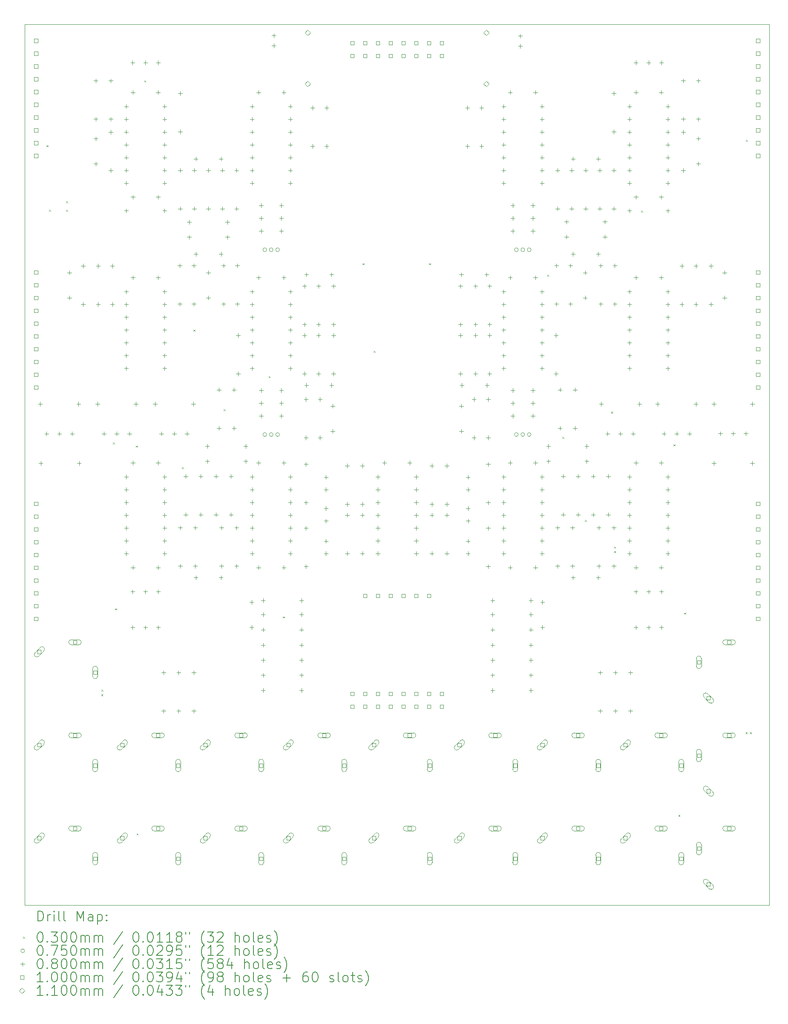
<source format=gbr>
%TF.GenerationSoftware,KiCad,Pcbnew,9.0.4*%
%TF.CreationDate,2025-10-03T19:30:02+02:00*%
%TF.ProjectId,DMH_VCEG_PCB_1,444d485f-5643-4454-975f-5043425f312e,1*%
%TF.SameCoordinates,Original*%
%TF.FileFunction,Drillmap*%
%TF.FilePolarity,Positive*%
%FSLAX45Y45*%
G04 Gerber Fmt 4.5, Leading zero omitted, Abs format (unit mm)*
G04 Created by KiCad (PCBNEW 9.0.4) date 2025-10-03 19:30:02*
%MOMM*%
%LPD*%
G01*
G04 APERTURE LIST*
%ADD10C,0.050000*%
%ADD11C,0.200000*%
%ADD12C,0.100000*%
%ADD13C,0.110000*%
G04 APERTURE END LIST*
D10*
X2600000Y-4250000D02*
X17400000Y-4250000D01*
X17400000Y-21750000D01*
X2600000Y-21750000D01*
X2600000Y-4250000D01*
D11*
D12*
X3035000Y-6652000D02*
X3065000Y-6682000D01*
X3065000Y-6652000D02*
X3035000Y-6682000D01*
X3085000Y-7935000D02*
X3115000Y-7965000D01*
X3115000Y-7935000D02*
X3085000Y-7965000D01*
X3425000Y-7765000D02*
X3455000Y-7795000D01*
X3455000Y-7765000D02*
X3425000Y-7795000D01*
X3425000Y-7935000D02*
X3455000Y-7965000D01*
X3455000Y-7935000D02*
X3425000Y-7965000D01*
X4120000Y-17560000D02*
X4150000Y-17590000D01*
X4150000Y-17560000D02*
X4120000Y-17590000D01*
X4125000Y-17465000D02*
X4155000Y-17495000D01*
X4155000Y-17465000D02*
X4125000Y-17495000D01*
X4355000Y-12555000D02*
X4385000Y-12585000D01*
X4385000Y-12555000D02*
X4355000Y-12585000D01*
X4395000Y-15852000D02*
X4425000Y-15882000D01*
X4425000Y-15852000D02*
X4395000Y-15882000D01*
X4809677Y-12619676D02*
X4839677Y-12649676D01*
X4839677Y-12619676D02*
X4809677Y-12649676D01*
X4825000Y-20325000D02*
X4855000Y-20355000D01*
X4855000Y-20325000D02*
X4825000Y-20355000D01*
X4975000Y-5365000D02*
X5005000Y-5395000D01*
X5005000Y-5365000D02*
X4975000Y-5395000D01*
X5725000Y-13045000D02*
X5755000Y-13075000D01*
X5755000Y-13045000D02*
X5725000Y-13075000D01*
X5955000Y-10315000D02*
X5985000Y-10345000D01*
X5985000Y-10315000D02*
X5955000Y-10345000D01*
X6555000Y-11895000D02*
X6585000Y-11925000D01*
X6585000Y-11895000D02*
X6555000Y-11925000D01*
X7450100Y-11237600D02*
X7480100Y-11267600D01*
X7480100Y-11237600D02*
X7450100Y-11267600D01*
X7735000Y-16015000D02*
X7765000Y-16045000D01*
X7765000Y-16015000D02*
X7735000Y-16045000D01*
X9315000Y-8995000D02*
X9345000Y-9025000D01*
X9345000Y-8995000D02*
X9315000Y-9025000D01*
X9535000Y-10735000D02*
X9565000Y-10765000D01*
X9565000Y-10735000D02*
X9535000Y-10765000D01*
X10635000Y-8995000D02*
X10665000Y-9025000D01*
X10665000Y-8995000D02*
X10635000Y-9025000D01*
X12985000Y-9225000D02*
X13015000Y-9255000D01*
X13015000Y-9225000D02*
X12985000Y-9255000D01*
X13285000Y-12444900D02*
X13315000Y-12474900D01*
X13315000Y-12444900D02*
X13285000Y-12474900D01*
X13735000Y-14095000D02*
X13765000Y-14125000D01*
X13765000Y-14095000D02*
X13735000Y-14125000D01*
X14255000Y-11945000D02*
X14285000Y-11975000D01*
X14285000Y-11945000D02*
X14255000Y-11975000D01*
X14315000Y-14625000D02*
X14345000Y-14655000D01*
X14345000Y-14625000D02*
X14315000Y-14655000D01*
X14315000Y-14715000D02*
X14345000Y-14745000D01*
X14345000Y-14715000D02*
X14315000Y-14745000D01*
X14855000Y-7950000D02*
X14885000Y-7980000D01*
X14885000Y-7950000D02*
X14855000Y-7980000D01*
X15495000Y-12595000D02*
X15525000Y-12625000D01*
X15525000Y-12595000D02*
X15495000Y-12625000D01*
X15595781Y-19954219D02*
X15625781Y-19984219D01*
X15625781Y-19954219D02*
X15595781Y-19984219D01*
X15707426Y-15937426D02*
X15737426Y-15967426D01*
X15737426Y-15937426D02*
X15707426Y-15967426D01*
X16932573Y-18312574D02*
X16962573Y-18342574D01*
X16962573Y-18312574D02*
X16932573Y-18342574D01*
X16935000Y-6545000D02*
X16965000Y-6575000D01*
X16965000Y-6545000D02*
X16935000Y-6575000D01*
X17015000Y-18315000D02*
X17045000Y-18345000D01*
X17045000Y-18315000D02*
X17015000Y-18345000D01*
X7410500Y-8727000D02*
G75*
G02*
X7335500Y-8727000I-37500J0D01*
G01*
X7335500Y-8727000D02*
G75*
G02*
X7410500Y-8727000I37500J0D01*
G01*
X7410500Y-12399000D02*
G75*
G02*
X7335500Y-12399000I-37500J0D01*
G01*
X7335500Y-12399000D02*
G75*
G02*
X7410500Y-12399000I37500J0D01*
G01*
X7537500Y-8727000D02*
G75*
G02*
X7462500Y-8727000I-37500J0D01*
G01*
X7462500Y-8727000D02*
G75*
G02*
X7537500Y-8727000I37500J0D01*
G01*
X7537500Y-12399000D02*
G75*
G02*
X7462500Y-12399000I-37500J0D01*
G01*
X7462500Y-12399000D02*
G75*
G02*
X7537500Y-12399000I37500J0D01*
G01*
X7664500Y-8727000D02*
G75*
G02*
X7589500Y-8727000I-37500J0D01*
G01*
X7589500Y-8727000D02*
G75*
G02*
X7664500Y-8727000I37500J0D01*
G01*
X7664500Y-12399000D02*
G75*
G02*
X7589500Y-12399000I-37500J0D01*
G01*
X7589500Y-12399000D02*
G75*
G02*
X7664500Y-12399000I37500J0D01*
G01*
X12410500Y-8727000D02*
G75*
G02*
X12335500Y-8727000I-37500J0D01*
G01*
X12335500Y-8727000D02*
G75*
G02*
X12410500Y-8727000I37500J0D01*
G01*
X12410500Y-12399000D02*
G75*
G02*
X12335500Y-12399000I-37500J0D01*
G01*
X12335500Y-12399000D02*
G75*
G02*
X12410500Y-12399000I37500J0D01*
G01*
X12537500Y-8727000D02*
G75*
G02*
X12462500Y-8727000I-37500J0D01*
G01*
X12462500Y-8727000D02*
G75*
G02*
X12537500Y-8727000I37500J0D01*
G01*
X12537500Y-12399000D02*
G75*
G02*
X12462500Y-12399000I-37500J0D01*
G01*
X12462500Y-12399000D02*
G75*
G02*
X12537500Y-12399000I37500J0D01*
G01*
X12664500Y-8727000D02*
G75*
G02*
X12589500Y-8727000I-37500J0D01*
G01*
X12589500Y-8727000D02*
G75*
G02*
X12664500Y-8727000I37500J0D01*
G01*
X12664500Y-12399000D02*
G75*
G02*
X12589500Y-12399000I-37500J0D01*
G01*
X12589500Y-12399000D02*
G75*
G02*
X12664500Y-12399000I37500J0D01*
G01*
X2909000Y-11750000D02*
X2909000Y-11830000D01*
X2869000Y-11790000D02*
X2949000Y-11790000D01*
X2919000Y-12930000D02*
X2919000Y-13010000D01*
X2879000Y-12970000D02*
X2959000Y-12970000D01*
X3036000Y-12340500D02*
X3036000Y-12420500D01*
X2996000Y-12380500D02*
X3076000Y-12380500D01*
X3290000Y-12340500D02*
X3290000Y-12420500D01*
X3250000Y-12380500D02*
X3330000Y-12380500D01*
X3490000Y-9140000D02*
X3490000Y-9220000D01*
X3450000Y-9180000D02*
X3530000Y-9180000D01*
X3490000Y-9640000D02*
X3490000Y-9720000D01*
X3450000Y-9680000D02*
X3530000Y-9680000D01*
X3544000Y-12340500D02*
X3544000Y-12420500D01*
X3504000Y-12380500D02*
X3584000Y-12380500D01*
X3671000Y-11750000D02*
X3671000Y-11830000D01*
X3631000Y-11790000D02*
X3711000Y-11790000D01*
X3681000Y-12930000D02*
X3681000Y-13010000D01*
X3641000Y-12970000D02*
X3721000Y-12970000D01*
X3760000Y-9009000D02*
X3760000Y-9089000D01*
X3720000Y-9049000D02*
X3800000Y-9049000D01*
X3760000Y-9771000D02*
X3760000Y-9851000D01*
X3720000Y-9811000D02*
X3800000Y-9811000D01*
X4010000Y-5329000D02*
X4010000Y-5409000D01*
X3970000Y-5369000D02*
X4050000Y-5369000D01*
X4010000Y-6091000D02*
X4010000Y-6171000D01*
X3970000Y-6131000D02*
X4050000Y-6131000D01*
X4010000Y-6480000D02*
X4010000Y-6560000D01*
X3970000Y-6520000D02*
X4050000Y-6520000D01*
X4010000Y-6980000D02*
X4010000Y-7060000D01*
X3970000Y-7020000D02*
X4050000Y-7020000D01*
X4049000Y-11750000D02*
X4049000Y-11830000D01*
X4009000Y-11790000D02*
X4089000Y-11790000D01*
X4060000Y-9009000D02*
X4060000Y-9089000D01*
X4020000Y-9049000D02*
X4100000Y-9049000D01*
X4060000Y-9771000D02*
X4060000Y-9851000D01*
X4020000Y-9811000D02*
X4100000Y-9811000D01*
X4176000Y-12340500D02*
X4176000Y-12420500D01*
X4136000Y-12380500D02*
X4216000Y-12380500D01*
X4310000Y-5329000D02*
X4310000Y-5409000D01*
X4270000Y-5369000D02*
X4350000Y-5369000D01*
X4310000Y-6091000D02*
X4310000Y-6171000D01*
X4270000Y-6131000D02*
X4350000Y-6131000D01*
X4310000Y-6349000D02*
X4310000Y-6429000D01*
X4270000Y-6389000D02*
X4350000Y-6389000D01*
X4310000Y-7111000D02*
X4310000Y-7191000D01*
X4270000Y-7151000D02*
X4350000Y-7151000D01*
X4340000Y-9009000D02*
X4340000Y-9089000D01*
X4300000Y-9049000D02*
X4380000Y-9049000D01*
X4340000Y-9771000D02*
X4340000Y-9851000D01*
X4300000Y-9811000D02*
X4380000Y-9811000D01*
X4430000Y-12340500D02*
X4430000Y-12420500D01*
X4390000Y-12380500D02*
X4470000Y-12380500D01*
X4619000Y-5838500D02*
X4619000Y-5918500D01*
X4579000Y-5878500D02*
X4659000Y-5878500D01*
X4619000Y-6092500D02*
X4619000Y-6172500D01*
X4579000Y-6132500D02*
X4659000Y-6132500D01*
X4619000Y-6346500D02*
X4619000Y-6426500D01*
X4579000Y-6386500D02*
X4659000Y-6386500D01*
X4619000Y-6600500D02*
X4619000Y-6680500D01*
X4579000Y-6640500D02*
X4659000Y-6640500D01*
X4619000Y-6854500D02*
X4619000Y-6934500D01*
X4579000Y-6894500D02*
X4659000Y-6894500D01*
X4619000Y-7108500D02*
X4619000Y-7188500D01*
X4579000Y-7148500D02*
X4659000Y-7148500D01*
X4619000Y-7362500D02*
X4619000Y-7442500D01*
X4579000Y-7402500D02*
X4659000Y-7402500D01*
X4619000Y-7910000D02*
X4619000Y-7990000D01*
X4579000Y-7950000D02*
X4659000Y-7950000D01*
X4619000Y-9518500D02*
X4619000Y-9598500D01*
X4579000Y-9558500D02*
X4659000Y-9558500D01*
X4619000Y-9772500D02*
X4619000Y-9852500D01*
X4579000Y-9812500D02*
X4659000Y-9812500D01*
X4619000Y-10026500D02*
X4619000Y-10106500D01*
X4579000Y-10066500D02*
X4659000Y-10066500D01*
X4619000Y-10280500D02*
X4619000Y-10360500D01*
X4579000Y-10320500D02*
X4659000Y-10320500D01*
X4619000Y-10534500D02*
X4619000Y-10614500D01*
X4579000Y-10574500D02*
X4659000Y-10574500D01*
X4619000Y-10788500D02*
X4619000Y-10868500D01*
X4579000Y-10828500D02*
X4659000Y-10828500D01*
X4619000Y-11042500D02*
X4619000Y-11122500D01*
X4579000Y-11082500D02*
X4659000Y-11082500D01*
X4619000Y-13198500D02*
X4619000Y-13278500D01*
X4579000Y-13238500D02*
X4659000Y-13238500D01*
X4619000Y-13452500D02*
X4619000Y-13532500D01*
X4579000Y-13492500D02*
X4659000Y-13492500D01*
X4619000Y-13706500D02*
X4619000Y-13786500D01*
X4579000Y-13746500D02*
X4659000Y-13746500D01*
X4619000Y-13960500D02*
X4619000Y-14040500D01*
X4579000Y-14000500D02*
X4659000Y-14000500D01*
X4619000Y-14214500D02*
X4619000Y-14294500D01*
X4579000Y-14254500D02*
X4659000Y-14254500D01*
X4619000Y-14468500D02*
X4619000Y-14548500D01*
X4579000Y-14508500D02*
X4659000Y-14508500D01*
X4619000Y-14722500D02*
X4619000Y-14802500D01*
X4579000Y-14762500D02*
X4659000Y-14762500D01*
X4684000Y-12340500D02*
X4684000Y-12420500D01*
X4644000Y-12380500D02*
X4724000Y-12380500D01*
X4746000Y-4969500D02*
X4746000Y-5049500D01*
X4706000Y-5009500D02*
X4786000Y-5009500D01*
X4746000Y-15480000D02*
X4746000Y-15560000D01*
X4706000Y-15520000D02*
X4786000Y-15520000D01*
X4746000Y-16190500D02*
X4746000Y-16270500D01*
X4706000Y-16230500D02*
X4786000Y-16230500D01*
X4750000Y-5560000D02*
X4750000Y-5640000D01*
X4710000Y-5600000D02*
X4790000Y-5600000D01*
X4750000Y-7640000D02*
X4750000Y-7720000D01*
X4710000Y-7680000D02*
X4790000Y-7680000D01*
X4750000Y-9240000D02*
X4750000Y-9320000D01*
X4710000Y-9280000D02*
X4790000Y-9280000D01*
X4750000Y-12920000D02*
X4750000Y-13000000D01*
X4710000Y-12960000D02*
X4790000Y-12960000D01*
X4750000Y-15000000D02*
X4750000Y-15080000D01*
X4710000Y-15040000D02*
X4790000Y-15040000D01*
X4811000Y-11750000D02*
X4811000Y-11830000D01*
X4771000Y-11790000D02*
X4851000Y-11790000D01*
X5000000Y-4969500D02*
X5000000Y-5049500D01*
X4960000Y-5009500D02*
X5040000Y-5009500D01*
X5000000Y-15480000D02*
X5000000Y-15560000D01*
X4960000Y-15520000D02*
X5040000Y-15520000D01*
X5000000Y-16190500D02*
X5000000Y-16270500D01*
X4960000Y-16230500D02*
X5040000Y-16230500D01*
X5189000Y-11750000D02*
X5189000Y-11830000D01*
X5149000Y-11790000D02*
X5229000Y-11790000D01*
X5250000Y-5560000D02*
X5250000Y-5640000D01*
X5210000Y-5600000D02*
X5290000Y-5600000D01*
X5250000Y-7640000D02*
X5250000Y-7720000D01*
X5210000Y-7680000D02*
X5290000Y-7680000D01*
X5250000Y-9240000D02*
X5250000Y-9320000D01*
X5210000Y-9280000D02*
X5290000Y-9280000D01*
X5250000Y-12920000D02*
X5250000Y-13000000D01*
X5210000Y-12960000D02*
X5290000Y-12960000D01*
X5250000Y-15000000D02*
X5250000Y-15080000D01*
X5210000Y-15040000D02*
X5290000Y-15040000D01*
X5254000Y-4969500D02*
X5254000Y-5049500D01*
X5214000Y-5009500D02*
X5294000Y-5009500D01*
X5254000Y-15480000D02*
X5254000Y-15560000D01*
X5214000Y-15520000D02*
X5294000Y-15520000D01*
X5254000Y-16190500D02*
X5254000Y-16270500D01*
X5214000Y-16230500D02*
X5294000Y-16230500D01*
X5316000Y-12340500D02*
X5316000Y-12420500D01*
X5276000Y-12380500D02*
X5356000Y-12380500D01*
X5360000Y-17089000D02*
X5360000Y-17169000D01*
X5320000Y-17129000D02*
X5400000Y-17129000D01*
X5360000Y-17851000D02*
X5360000Y-17931000D01*
X5320000Y-17891000D02*
X5400000Y-17891000D01*
X5381000Y-5838500D02*
X5381000Y-5918500D01*
X5341000Y-5878500D02*
X5421000Y-5878500D01*
X5381000Y-6092500D02*
X5381000Y-6172500D01*
X5341000Y-6132500D02*
X5421000Y-6132500D01*
X5381000Y-6346500D02*
X5381000Y-6426500D01*
X5341000Y-6386500D02*
X5421000Y-6386500D01*
X5381000Y-6600500D02*
X5381000Y-6680500D01*
X5341000Y-6640500D02*
X5421000Y-6640500D01*
X5381000Y-6854500D02*
X5381000Y-6934500D01*
X5341000Y-6894500D02*
X5421000Y-6894500D01*
X5381000Y-7108500D02*
X5381000Y-7188500D01*
X5341000Y-7148500D02*
X5421000Y-7148500D01*
X5381000Y-7362500D02*
X5381000Y-7442500D01*
X5341000Y-7402500D02*
X5421000Y-7402500D01*
X5381000Y-7910000D02*
X5381000Y-7990000D01*
X5341000Y-7950000D02*
X5421000Y-7950000D01*
X5381000Y-9518500D02*
X5381000Y-9598500D01*
X5341000Y-9558500D02*
X5421000Y-9558500D01*
X5381000Y-9772500D02*
X5381000Y-9852500D01*
X5341000Y-9812500D02*
X5421000Y-9812500D01*
X5381000Y-10026500D02*
X5381000Y-10106500D01*
X5341000Y-10066500D02*
X5421000Y-10066500D01*
X5381000Y-10280500D02*
X5381000Y-10360500D01*
X5341000Y-10320500D02*
X5421000Y-10320500D01*
X5381000Y-10534500D02*
X5381000Y-10614500D01*
X5341000Y-10574500D02*
X5421000Y-10574500D01*
X5381000Y-10788500D02*
X5381000Y-10868500D01*
X5341000Y-10828500D02*
X5421000Y-10828500D01*
X5381000Y-11042500D02*
X5381000Y-11122500D01*
X5341000Y-11082500D02*
X5421000Y-11082500D01*
X5381000Y-13198500D02*
X5381000Y-13278500D01*
X5341000Y-13238500D02*
X5421000Y-13238500D01*
X5381000Y-13452500D02*
X5381000Y-13532500D01*
X5341000Y-13492500D02*
X5421000Y-13492500D01*
X5381000Y-13706500D02*
X5381000Y-13786500D01*
X5341000Y-13746500D02*
X5421000Y-13746500D01*
X5381000Y-13960500D02*
X5381000Y-14040500D01*
X5341000Y-14000500D02*
X5421000Y-14000500D01*
X5381000Y-14214500D02*
X5381000Y-14294500D01*
X5341000Y-14254500D02*
X5421000Y-14254500D01*
X5381000Y-14468500D02*
X5381000Y-14548500D01*
X5341000Y-14508500D02*
X5421000Y-14508500D01*
X5381000Y-14722500D02*
X5381000Y-14802500D01*
X5341000Y-14762500D02*
X5421000Y-14762500D01*
X5570000Y-12340500D02*
X5570000Y-12420500D01*
X5530000Y-12380500D02*
X5610000Y-12380500D01*
X5660000Y-17089000D02*
X5660000Y-17169000D01*
X5620000Y-17129000D02*
X5700000Y-17129000D01*
X5660000Y-17851000D02*
X5660000Y-17931000D01*
X5620000Y-17891000D02*
X5700000Y-17891000D01*
X5680000Y-9004000D02*
X5680000Y-9084000D01*
X5640000Y-9044000D02*
X5720000Y-9044000D01*
X5680000Y-9766000D02*
X5680000Y-9846000D01*
X5640000Y-9806000D02*
X5720000Y-9806000D01*
X5690000Y-5579000D02*
X5690000Y-5659000D01*
X5650000Y-5619000D02*
X5730000Y-5619000D01*
X5690000Y-6341000D02*
X5690000Y-6421000D01*
X5650000Y-6381000D02*
X5730000Y-6381000D01*
X5690000Y-7109000D02*
X5690000Y-7189000D01*
X5650000Y-7149000D02*
X5730000Y-7149000D01*
X5690000Y-7871000D02*
X5690000Y-7951000D01*
X5650000Y-7911000D02*
X5730000Y-7911000D01*
X5690000Y-14209000D02*
X5690000Y-14289000D01*
X5650000Y-14249000D02*
X5730000Y-14249000D01*
X5690000Y-14971000D02*
X5690000Y-15051000D01*
X5650000Y-15011000D02*
X5730000Y-15011000D01*
X5800000Y-13189000D02*
X5800000Y-13269000D01*
X5760000Y-13229000D02*
X5840000Y-13229000D01*
X5800000Y-13951000D02*
X5800000Y-14031000D01*
X5760000Y-13991000D02*
X5840000Y-13991000D01*
X5824000Y-12340500D02*
X5824000Y-12420500D01*
X5784000Y-12380500D02*
X5864000Y-12380500D01*
X5869000Y-8135000D02*
X5869000Y-8215000D01*
X5829000Y-8175000D02*
X5909000Y-8175000D01*
X5869000Y-8435000D02*
X5869000Y-8515000D01*
X5829000Y-8475000D02*
X5909000Y-8475000D01*
X5951000Y-11750000D02*
X5951000Y-11830000D01*
X5911000Y-11790000D02*
X5991000Y-11790000D01*
X5960000Y-9004000D02*
X5960000Y-9084000D01*
X5920000Y-9044000D02*
X6000000Y-9044000D01*
X5960000Y-9766000D02*
X5960000Y-9846000D01*
X5920000Y-9806000D02*
X6000000Y-9806000D01*
X5960000Y-17089000D02*
X5960000Y-17169000D01*
X5920000Y-17129000D02*
X6000000Y-17129000D01*
X5960000Y-17851000D02*
X5960000Y-17931000D01*
X5920000Y-17891000D02*
X6000000Y-17891000D01*
X5970000Y-7109000D02*
X5970000Y-7189000D01*
X5930000Y-7149000D02*
X6010000Y-7149000D01*
X5970000Y-7871000D02*
X5970000Y-7951000D01*
X5930000Y-7911000D02*
X6010000Y-7911000D01*
X5990000Y-14209000D02*
X5990000Y-14289000D01*
X5950000Y-14249000D02*
X6030000Y-14249000D01*
X5990000Y-14971000D02*
X5990000Y-15051000D01*
X5950000Y-15011000D02*
X6030000Y-15011000D01*
X6000000Y-6880000D02*
X6000000Y-6960000D01*
X5960000Y-6920000D02*
X6040000Y-6920000D01*
X6000000Y-8770000D02*
X6000000Y-8850000D01*
X5960000Y-8810000D02*
X6040000Y-8810000D01*
X6000000Y-15200000D02*
X6000000Y-15280000D01*
X5960000Y-15240000D02*
X6040000Y-15240000D01*
X6100000Y-13189000D02*
X6100000Y-13269000D01*
X6060000Y-13229000D02*
X6140000Y-13229000D01*
X6100000Y-13951000D02*
X6100000Y-14031000D01*
X6060000Y-13991000D02*
X6140000Y-13991000D01*
X6229000Y-12590000D02*
X6229000Y-12670000D01*
X6189000Y-12630000D02*
X6269000Y-12630000D01*
X6229000Y-12890000D02*
X6229000Y-12970000D01*
X6189000Y-12930000D02*
X6269000Y-12930000D01*
X6250000Y-7110000D02*
X6250000Y-7190000D01*
X6210000Y-7150000D02*
X6290000Y-7150000D01*
X6250000Y-7872000D02*
X6250000Y-7952000D01*
X6210000Y-7912000D02*
X6290000Y-7912000D01*
X6250000Y-9140000D02*
X6250000Y-9220000D01*
X6210000Y-9180000D02*
X6290000Y-9180000D01*
X6250000Y-9640000D02*
X6250000Y-9720000D01*
X6210000Y-9680000D02*
X6290000Y-9680000D01*
X6400000Y-13189000D02*
X6400000Y-13269000D01*
X6360000Y-13229000D02*
X6440000Y-13229000D01*
X6400000Y-13951000D02*
X6400000Y-14031000D01*
X6360000Y-13991000D02*
X6440000Y-13991000D01*
X6460000Y-11469000D02*
X6460000Y-11549000D01*
X6420000Y-11509000D02*
X6500000Y-11509000D01*
X6460000Y-12231000D02*
X6460000Y-12311000D01*
X6420000Y-12271000D02*
X6500000Y-12271000D01*
X6500000Y-6880000D02*
X6500000Y-6960000D01*
X6460000Y-6920000D02*
X6540000Y-6920000D01*
X6500000Y-8770000D02*
X6500000Y-8850000D01*
X6460000Y-8810000D02*
X6540000Y-8810000D01*
X6500000Y-15200000D02*
X6500000Y-15280000D01*
X6460000Y-15240000D02*
X6540000Y-15240000D01*
X6510000Y-14209000D02*
X6510000Y-14289000D01*
X6470000Y-14249000D02*
X6550000Y-14249000D01*
X6510000Y-14971000D02*
X6510000Y-15051000D01*
X6470000Y-15011000D02*
X6550000Y-15011000D01*
X6530000Y-7109000D02*
X6530000Y-7189000D01*
X6490000Y-7149000D02*
X6570000Y-7149000D01*
X6530000Y-7871000D02*
X6530000Y-7951000D01*
X6490000Y-7911000D02*
X6570000Y-7911000D01*
X6550000Y-9004000D02*
X6550000Y-9084000D01*
X6510000Y-9044000D02*
X6590000Y-9044000D01*
X6550000Y-9766000D02*
X6550000Y-9846000D01*
X6510000Y-9806000D02*
X6590000Y-9806000D01*
X6631000Y-8135000D02*
X6631000Y-8215000D01*
X6591000Y-8175000D02*
X6671000Y-8175000D01*
X6631000Y-8435000D02*
X6631000Y-8515000D01*
X6591000Y-8475000D02*
X6671000Y-8475000D01*
X6700000Y-13189000D02*
X6700000Y-13269000D01*
X6660000Y-13229000D02*
X6740000Y-13229000D01*
X6700000Y-13951000D02*
X6700000Y-14031000D01*
X6660000Y-13991000D02*
X6740000Y-13991000D01*
X6760000Y-11469000D02*
X6760000Y-11549000D01*
X6720000Y-11509000D02*
X6800000Y-11509000D01*
X6760000Y-12231000D02*
X6760000Y-12311000D01*
X6720000Y-12271000D02*
X6800000Y-12271000D01*
X6810000Y-7109000D02*
X6810000Y-7189000D01*
X6770000Y-7149000D02*
X6850000Y-7149000D01*
X6810000Y-7871000D02*
X6810000Y-7951000D01*
X6770000Y-7911000D02*
X6850000Y-7911000D01*
X6810000Y-14209000D02*
X6810000Y-14289000D01*
X6770000Y-14249000D02*
X6850000Y-14249000D01*
X6810000Y-14971000D02*
X6810000Y-15051000D01*
X6770000Y-15011000D02*
X6850000Y-15011000D01*
X6825000Y-9004000D02*
X6825000Y-9084000D01*
X6785000Y-9044000D02*
X6865000Y-9044000D01*
X6825000Y-9766000D02*
X6825000Y-9846000D01*
X6785000Y-9806000D02*
X6865000Y-9806000D01*
X6840000Y-10389000D02*
X6840000Y-10469000D01*
X6800000Y-10429000D02*
X6880000Y-10429000D01*
X6840000Y-11151000D02*
X6840000Y-11231000D01*
X6800000Y-11191000D02*
X6880000Y-11191000D01*
X6991000Y-12590000D02*
X6991000Y-12670000D01*
X6951000Y-12630000D02*
X7031000Y-12630000D01*
X6991000Y-12890000D02*
X6991000Y-12970000D01*
X6951000Y-12930000D02*
X7031000Y-12930000D01*
X7110000Y-15690000D02*
X7110000Y-15770000D01*
X7070000Y-15730000D02*
X7150000Y-15730000D01*
X7110000Y-16190000D02*
X7110000Y-16270000D01*
X7070000Y-16230000D02*
X7150000Y-16230000D01*
X7119000Y-5838500D02*
X7119000Y-5918500D01*
X7079000Y-5878500D02*
X7159000Y-5878500D01*
X7119000Y-6092500D02*
X7119000Y-6172500D01*
X7079000Y-6132500D02*
X7159000Y-6132500D01*
X7119000Y-6346500D02*
X7119000Y-6426500D01*
X7079000Y-6386500D02*
X7159000Y-6386500D01*
X7119000Y-6600500D02*
X7119000Y-6680500D01*
X7079000Y-6640500D02*
X7159000Y-6640500D01*
X7119000Y-6854500D02*
X7119000Y-6934500D01*
X7079000Y-6894500D02*
X7159000Y-6894500D01*
X7119000Y-7108500D02*
X7119000Y-7188500D01*
X7079000Y-7148500D02*
X7159000Y-7148500D01*
X7119000Y-7362500D02*
X7119000Y-7442500D01*
X7079000Y-7402500D02*
X7159000Y-7402500D01*
X7119000Y-9518500D02*
X7119000Y-9598500D01*
X7079000Y-9558500D02*
X7159000Y-9558500D01*
X7119000Y-9772500D02*
X7119000Y-9852500D01*
X7079000Y-9812500D02*
X7159000Y-9812500D01*
X7119000Y-10026500D02*
X7119000Y-10106500D01*
X7079000Y-10066500D02*
X7159000Y-10066500D01*
X7119000Y-10280500D02*
X7119000Y-10360500D01*
X7079000Y-10320500D02*
X7159000Y-10320500D01*
X7119000Y-10534500D02*
X7119000Y-10614500D01*
X7079000Y-10574500D02*
X7159000Y-10574500D01*
X7119000Y-10788500D02*
X7119000Y-10868500D01*
X7079000Y-10828500D02*
X7159000Y-10828500D01*
X7119000Y-11042500D02*
X7119000Y-11122500D01*
X7079000Y-11082500D02*
X7159000Y-11082500D01*
X7119000Y-13198500D02*
X7119000Y-13278500D01*
X7079000Y-13238500D02*
X7159000Y-13238500D01*
X7119000Y-13452500D02*
X7119000Y-13532500D01*
X7079000Y-13492500D02*
X7159000Y-13492500D01*
X7119000Y-13706500D02*
X7119000Y-13786500D01*
X7079000Y-13746500D02*
X7159000Y-13746500D01*
X7119000Y-13960500D02*
X7119000Y-14040500D01*
X7079000Y-14000500D02*
X7159000Y-14000500D01*
X7119000Y-14214500D02*
X7119000Y-14294500D01*
X7079000Y-14254500D02*
X7159000Y-14254500D01*
X7119000Y-14468500D02*
X7119000Y-14548500D01*
X7079000Y-14508500D02*
X7159000Y-14508500D01*
X7119000Y-14722500D02*
X7119000Y-14802500D01*
X7079000Y-14762500D02*
X7159000Y-14762500D01*
X7250000Y-5560000D02*
X7250000Y-5640000D01*
X7210000Y-5600000D02*
X7290000Y-5600000D01*
X7250000Y-9240000D02*
X7250000Y-9320000D01*
X7210000Y-9280000D02*
X7290000Y-9280000D01*
X7250000Y-12920000D02*
X7250000Y-13000000D01*
X7210000Y-12960000D02*
X7290000Y-12960000D01*
X7250000Y-15000000D02*
X7250000Y-15080000D01*
X7210000Y-15040000D02*
X7290000Y-15040000D01*
X7300000Y-7806000D02*
X7300000Y-7886000D01*
X7260000Y-7846000D02*
X7340000Y-7846000D01*
X7300000Y-8060000D02*
X7300000Y-8140000D01*
X7260000Y-8100000D02*
X7340000Y-8100000D01*
X7300000Y-8314000D02*
X7300000Y-8394000D01*
X7260000Y-8354000D02*
X7340000Y-8354000D01*
X7300000Y-11480000D02*
X7300000Y-11560000D01*
X7260000Y-11520000D02*
X7340000Y-11520000D01*
X7300000Y-11734000D02*
X7300000Y-11814000D01*
X7260000Y-11774000D02*
X7340000Y-11774000D01*
X7300000Y-11988000D02*
X7300000Y-12068000D01*
X7260000Y-12028000D02*
X7340000Y-12028000D01*
X7338000Y-17440000D02*
X7338000Y-17520000D01*
X7298000Y-17480000D02*
X7378000Y-17480000D01*
X7339000Y-15655000D02*
X7339000Y-15735000D01*
X7299000Y-15695000D02*
X7379000Y-15695000D01*
X7339000Y-15935000D02*
X7339000Y-16015000D01*
X7299000Y-15975000D02*
X7379000Y-15975000D01*
X7339000Y-16235000D02*
X7339000Y-16315000D01*
X7299000Y-16275000D02*
X7379000Y-16275000D01*
X7339000Y-16540000D02*
X7339000Y-16620000D01*
X7299000Y-16580000D02*
X7379000Y-16580000D01*
X7339000Y-16840000D02*
X7339000Y-16920000D01*
X7299000Y-16880000D02*
X7379000Y-16880000D01*
X7339000Y-17140000D02*
X7339000Y-17220000D01*
X7299000Y-17180000D02*
X7379000Y-17180000D01*
X7550000Y-4430511D02*
X7550000Y-4510511D01*
X7510000Y-4470511D02*
X7590000Y-4470511D01*
X7550000Y-4630511D02*
X7550000Y-4710511D01*
X7510000Y-4670511D02*
X7590000Y-4670511D01*
X7700000Y-7808000D02*
X7700000Y-7888000D01*
X7660000Y-7848000D02*
X7740000Y-7848000D01*
X7700000Y-8062000D02*
X7700000Y-8142000D01*
X7660000Y-8102000D02*
X7740000Y-8102000D01*
X7700000Y-8316000D02*
X7700000Y-8396000D01*
X7660000Y-8356000D02*
X7740000Y-8356000D01*
X7700000Y-11481000D02*
X7700000Y-11561000D01*
X7660000Y-11521000D02*
X7740000Y-11521000D01*
X7700000Y-11735000D02*
X7700000Y-11815000D01*
X7660000Y-11775000D02*
X7740000Y-11775000D01*
X7700000Y-11989000D02*
X7700000Y-12069000D01*
X7660000Y-12029000D02*
X7740000Y-12029000D01*
X7750000Y-5560000D02*
X7750000Y-5640000D01*
X7710000Y-5600000D02*
X7790000Y-5600000D01*
X7750000Y-9240000D02*
X7750000Y-9320000D01*
X7710000Y-9280000D02*
X7790000Y-9280000D01*
X7750000Y-12920000D02*
X7750000Y-13000000D01*
X7710000Y-12960000D02*
X7790000Y-12960000D01*
X7750000Y-15000000D02*
X7750000Y-15080000D01*
X7710000Y-15040000D02*
X7790000Y-15040000D01*
X7881000Y-5838500D02*
X7881000Y-5918500D01*
X7841000Y-5878500D02*
X7921000Y-5878500D01*
X7881000Y-6092500D02*
X7881000Y-6172500D01*
X7841000Y-6132500D02*
X7921000Y-6132500D01*
X7881000Y-6346500D02*
X7881000Y-6426500D01*
X7841000Y-6386500D02*
X7921000Y-6386500D01*
X7881000Y-6600500D02*
X7881000Y-6680500D01*
X7841000Y-6640500D02*
X7921000Y-6640500D01*
X7881000Y-6854500D02*
X7881000Y-6934500D01*
X7841000Y-6894500D02*
X7921000Y-6894500D01*
X7881000Y-7108500D02*
X7881000Y-7188500D01*
X7841000Y-7148500D02*
X7921000Y-7148500D01*
X7881000Y-7362500D02*
X7881000Y-7442500D01*
X7841000Y-7402500D02*
X7921000Y-7402500D01*
X7881000Y-9518500D02*
X7881000Y-9598500D01*
X7841000Y-9558500D02*
X7921000Y-9558500D01*
X7881000Y-9772500D02*
X7881000Y-9852500D01*
X7841000Y-9812500D02*
X7921000Y-9812500D01*
X7881000Y-10026500D02*
X7881000Y-10106500D01*
X7841000Y-10066500D02*
X7921000Y-10066500D01*
X7881000Y-10280500D02*
X7881000Y-10360500D01*
X7841000Y-10320500D02*
X7921000Y-10320500D01*
X7881000Y-10534500D02*
X7881000Y-10614500D01*
X7841000Y-10574500D02*
X7921000Y-10574500D01*
X7881000Y-10788500D02*
X7881000Y-10868500D01*
X7841000Y-10828500D02*
X7921000Y-10828500D01*
X7881000Y-11042500D02*
X7881000Y-11122500D01*
X7841000Y-11082500D02*
X7921000Y-11082500D01*
X7881000Y-13198500D02*
X7881000Y-13278500D01*
X7841000Y-13238500D02*
X7921000Y-13238500D01*
X7881000Y-13452500D02*
X7881000Y-13532500D01*
X7841000Y-13492500D02*
X7921000Y-13492500D01*
X7881000Y-13706500D02*
X7881000Y-13786500D01*
X7841000Y-13746500D02*
X7921000Y-13746500D01*
X7881000Y-13960500D02*
X7881000Y-14040500D01*
X7841000Y-14000500D02*
X7921000Y-14000500D01*
X7881000Y-14214500D02*
X7881000Y-14294500D01*
X7841000Y-14254500D02*
X7921000Y-14254500D01*
X7881000Y-14468500D02*
X7881000Y-14548500D01*
X7841000Y-14508500D02*
X7921000Y-14508500D01*
X7881000Y-14722500D02*
X7881000Y-14802500D01*
X7841000Y-14762500D02*
X7921000Y-14762500D01*
X8100000Y-17440000D02*
X8100000Y-17520000D01*
X8060000Y-17480000D02*
X8140000Y-17480000D01*
X8101000Y-15655000D02*
X8101000Y-15735000D01*
X8061000Y-15695000D02*
X8141000Y-15695000D01*
X8101000Y-15935000D02*
X8101000Y-16015000D01*
X8061000Y-15975000D02*
X8141000Y-15975000D01*
X8101000Y-16235000D02*
X8101000Y-16315000D01*
X8061000Y-16275000D02*
X8141000Y-16275000D01*
X8101000Y-16540000D02*
X8101000Y-16620000D01*
X8061000Y-16580000D02*
X8141000Y-16580000D01*
X8101000Y-16840000D02*
X8101000Y-16920000D01*
X8061000Y-16880000D02*
X8141000Y-16880000D01*
X8101000Y-17140000D02*
X8101000Y-17220000D01*
X8061000Y-17180000D02*
X8141000Y-17180000D01*
X8160000Y-9409000D02*
X8160000Y-9489000D01*
X8120000Y-9449000D02*
X8200000Y-9449000D01*
X8160000Y-10171000D02*
X8160000Y-10251000D01*
X8120000Y-10211000D02*
X8200000Y-10211000D01*
X8160000Y-10389000D02*
X8160000Y-10469000D01*
X8120000Y-10429000D02*
X8200000Y-10429000D01*
X8160000Y-11151000D02*
X8160000Y-11231000D01*
X8120000Y-11191000D02*
X8200000Y-11191000D01*
X8190000Y-11659000D02*
X8190000Y-11739000D01*
X8150000Y-11699000D02*
X8230000Y-11699000D01*
X8190000Y-12421000D02*
X8190000Y-12501000D01*
X8150000Y-12461000D02*
X8230000Y-12461000D01*
X8190000Y-12949000D02*
X8190000Y-13029000D01*
X8150000Y-12989000D02*
X8230000Y-12989000D01*
X8190000Y-13711000D02*
X8190000Y-13791000D01*
X8150000Y-13751000D02*
X8230000Y-13751000D01*
X8190000Y-14219000D02*
X8190000Y-14299000D01*
X8150000Y-14259000D02*
X8230000Y-14259000D01*
X8190000Y-14981000D02*
X8190000Y-15061000D01*
X8150000Y-15021000D02*
X8230000Y-15021000D01*
X8200000Y-9180000D02*
X8200000Y-9260000D01*
X8160000Y-9220000D02*
X8240000Y-9220000D01*
X8200000Y-11380000D02*
X8200000Y-11460000D01*
X8160000Y-11420000D02*
X8240000Y-11420000D01*
X8320000Y-5869000D02*
X8320000Y-5949000D01*
X8280000Y-5909000D02*
X8360000Y-5909000D01*
X8320000Y-6631000D02*
X8320000Y-6711000D01*
X8280000Y-6671000D02*
X8360000Y-6671000D01*
X8440000Y-9409000D02*
X8440000Y-9489000D01*
X8400000Y-9449000D02*
X8480000Y-9449000D01*
X8440000Y-10171000D02*
X8440000Y-10251000D01*
X8400000Y-10211000D02*
X8480000Y-10211000D01*
X8440000Y-10389000D02*
X8440000Y-10469000D01*
X8400000Y-10429000D02*
X8480000Y-10429000D01*
X8440000Y-11151000D02*
X8440000Y-11231000D01*
X8400000Y-11191000D02*
X8480000Y-11191000D01*
X8470000Y-11659000D02*
X8470000Y-11739000D01*
X8430000Y-11699000D02*
X8510000Y-11699000D01*
X8470000Y-12421000D02*
X8470000Y-12501000D01*
X8430000Y-12461000D02*
X8510000Y-12461000D01*
X8590000Y-13205000D02*
X8590000Y-13285000D01*
X8550000Y-13245000D02*
X8630000Y-13245000D01*
X8590000Y-13455000D02*
X8590000Y-13535000D01*
X8550000Y-13495000D02*
X8630000Y-13495000D01*
X8590000Y-13825000D02*
X8590000Y-13905000D01*
X8550000Y-13865000D02*
X8630000Y-13865000D01*
X8590000Y-14075000D02*
X8590000Y-14155000D01*
X8550000Y-14115000D02*
X8630000Y-14115000D01*
X8590000Y-14475000D02*
X8590000Y-14555000D01*
X8550000Y-14515000D02*
X8630000Y-14515000D01*
X8590000Y-14725000D02*
X8590000Y-14805000D01*
X8550000Y-14765000D02*
X8630000Y-14765000D01*
X8600000Y-5869000D02*
X8600000Y-5949000D01*
X8560000Y-5909000D02*
X8640000Y-5909000D01*
X8600000Y-6631000D02*
X8600000Y-6711000D01*
X8560000Y-6671000D02*
X8640000Y-6671000D01*
X8700000Y-9180000D02*
X8700000Y-9260000D01*
X8660000Y-9220000D02*
X8740000Y-9220000D01*
X8700000Y-11380000D02*
X8700000Y-11460000D01*
X8660000Y-11420000D02*
X8740000Y-11420000D01*
X8720000Y-11790000D02*
X8720000Y-11870000D01*
X8680000Y-11830000D02*
X8760000Y-11830000D01*
X8720000Y-12290000D02*
X8720000Y-12370000D01*
X8680000Y-12330000D02*
X8760000Y-12330000D01*
X8740000Y-9409000D02*
X8740000Y-9489000D01*
X8700000Y-9449000D02*
X8780000Y-9449000D01*
X8740000Y-10171000D02*
X8740000Y-10251000D01*
X8700000Y-10211000D02*
X8780000Y-10211000D01*
X8740000Y-10389000D02*
X8740000Y-10469000D01*
X8700000Y-10429000D02*
X8780000Y-10429000D01*
X8740000Y-11151000D02*
X8740000Y-11231000D01*
X8700000Y-11191000D02*
X8780000Y-11191000D01*
X9010000Y-12979000D02*
X9010000Y-13059000D01*
X8970000Y-13019000D02*
X9050000Y-13019000D01*
X9010000Y-13741000D02*
X9010000Y-13821000D01*
X8970000Y-13781000D02*
X9050000Y-13781000D01*
X9010000Y-13959000D02*
X9010000Y-14039000D01*
X8970000Y-13999000D02*
X9050000Y-13999000D01*
X9010000Y-14721000D02*
X9010000Y-14801000D01*
X8970000Y-14761000D02*
X9050000Y-14761000D01*
X9310000Y-12979000D02*
X9310000Y-13059000D01*
X9270000Y-13019000D02*
X9350000Y-13019000D01*
X9310000Y-13741000D02*
X9310000Y-13821000D01*
X9270000Y-13781000D02*
X9350000Y-13781000D01*
X9310000Y-13959000D02*
X9310000Y-14039000D01*
X9270000Y-13999000D02*
X9350000Y-13999000D01*
X9310000Y-14721000D02*
X9310000Y-14801000D01*
X9270000Y-14761000D02*
X9350000Y-14761000D01*
X9619000Y-13198500D02*
X9619000Y-13278500D01*
X9579000Y-13238500D02*
X9659000Y-13238500D01*
X9619000Y-13452500D02*
X9619000Y-13532500D01*
X9579000Y-13492500D02*
X9659000Y-13492500D01*
X9619000Y-13706500D02*
X9619000Y-13786500D01*
X9579000Y-13746500D02*
X9659000Y-13746500D01*
X9619000Y-13960500D02*
X9619000Y-14040500D01*
X9579000Y-14000500D02*
X9659000Y-14000500D01*
X9619000Y-14214500D02*
X9619000Y-14294500D01*
X9579000Y-14254500D02*
X9659000Y-14254500D01*
X9619000Y-14468500D02*
X9619000Y-14548500D01*
X9579000Y-14508500D02*
X9659000Y-14508500D01*
X9619000Y-14722500D02*
X9619000Y-14802500D01*
X9579000Y-14762500D02*
X9659000Y-14762500D01*
X9750000Y-12920000D02*
X9750000Y-13000000D01*
X9710000Y-12960000D02*
X9790000Y-12960000D01*
X10250000Y-12920000D02*
X10250000Y-13000000D01*
X10210000Y-12960000D02*
X10290000Y-12960000D01*
X10381000Y-13198500D02*
X10381000Y-13278500D01*
X10341000Y-13238500D02*
X10421000Y-13238500D01*
X10381000Y-13452500D02*
X10381000Y-13532500D01*
X10341000Y-13492500D02*
X10421000Y-13492500D01*
X10381000Y-13706500D02*
X10381000Y-13786500D01*
X10341000Y-13746500D02*
X10421000Y-13746500D01*
X10381000Y-13960500D02*
X10381000Y-14040500D01*
X10341000Y-14000500D02*
X10421000Y-14000500D01*
X10381000Y-14214500D02*
X10381000Y-14294500D01*
X10341000Y-14254500D02*
X10421000Y-14254500D01*
X10381000Y-14468500D02*
X10381000Y-14548500D01*
X10341000Y-14508500D02*
X10421000Y-14508500D01*
X10381000Y-14722500D02*
X10381000Y-14802500D01*
X10341000Y-14762500D02*
X10421000Y-14762500D01*
X10690000Y-12979000D02*
X10690000Y-13059000D01*
X10650000Y-13019000D02*
X10730000Y-13019000D01*
X10690000Y-13741000D02*
X10690000Y-13821000D01*
X10650000Y-13781000D02*
X10730000Y-13781000D01*
X10690000Y-13959000D02*
X10690000Y-14039000D01*
X10650000Y-13999000D02*
X10730000Y-13999000D01*
X10690000Y-14721000D02*
X10690000Y-14801000D01*
X10650000Y-14761000D02*
X10730000Y-14761000D01*
X10990000Y-12979000D02*
X10990000Y-13059000D01*
X10950000Y-13019000D02*
X11030000Y-13019000D01*
X10990000Y-13741000D02*
X10990000Y-13821000D01*
X10950000Y-13781000D02*
X11030000Y-13781000D01*
X10990000Y-13959000D02*
X10990000Y-14039000D01*
X10950000Y-13999000D02*
X11030000Y-13999000D01*
X10990000Y-14721000D02*
X10990000Y-14801000D01*
X10950000Y-14761000D02*
X11030000Y-14761000D01*
X11260000Y-9409000D02*
X11260000Y-9489000D01*
X11220000Y-9449000D02*
X11300000Y-9449000D01*
X11260000Y-10171000D02*
X11260000Y-10251000D01*
X11220000Y-10211000D02*
X11300000Y-10211000D01*
X11260000Y-10389000D02*
X11260000Y-10469000D01*
X11220000Y-10429000D02*
X11300000Y-10429000D01*
X11260000Y-11151000D02*
X11260000Y-11231000D01*
X11220000Y-11191000D02*
X11300000Y-11191000D01*
X11280000Y-9180000D02*
X11280000Y-9260000D01*
X11240000Y-9220000D02*
X11320000Y-9220000D01*
X11280000Y-11790000D02*
X11280000Y-11870000D01*
X11240000Y-11830000D02*
X11320000Y-11830000D01*
X11280000Y-12290000D02*
X11280000Y-12370000D01*
X11240000Y-12330000D02*
X11320000Y-12330000D01*
X11290000Y-11380000D02*
X11290000Y-11460000D01*
X11250000Y-11420000D02*
X11330000Y-11420000D01*
X11399000Y-5869000D02*
X11399000Y-5949000D01*
X11359000Y-5909000D02*
X11439000Y-5909000D01*
X11399000Y-6631000D02*
X11399000Y-6711000D01*
X11359000Y-6671000D02*
X11439000Y-6671000D01*
X11410000Y-13205000D02*
X11410000Y-13285000D01*
X11370000Y-13245000D02*
X11450000Y-13245000D01*
X11410000Y-13455000D02*
X11410000Y-13535000D01*
X11370000Y-13495000D02*
X11450000Y-13495000D01*
X11410000Y-13825000D02*
X11410000Y-13905000D01*
X11370000Y-13865000D02*
X11450000Y-13865000D01*
X11410000Y-14075000D02*
X11410000Y-14155000D01*
X11370000Y-14115000D02*
X11450000Y-14115000D01*
X11410000Y-14474000D02*
X11410000Y-14554000D01*
X11370000Y-14514000D02*
X11450000Y-14514000D01*
X11410000Y-14724000D02*
X11410000Y-14804000D01*
X11370000Y-14764000D02*
X11450000Y-14764000D01*
X11530000Y-11659000D02*
X11530000Y-11739000D01*
X11490000Y-11699000D02*
X11570000Y-11699000D01*
X11530000Y-12421000D02*
X11530000Y-12501000D01*
X11490000Y-12461000D02*
X11570000Y-12461000D01*
X11560000Y-9409000D02*
X11560000Y-9489000D01*
X11520000Y-9449000D02*
X11600000Y-9449000D01*
X11560000Y-10171000D02*
X11560000Y-10251000D01*
X11520000Y-10211000D02*
X11600000Y-10211000D01*
X11560000Y-10389000D02*
X11560000Y-10469000D01*
X11520000Y-10429000D02*
X11600000Y-10429000D01*
X11560000Y-11151000D02*
X11560000Y-11231000D01*
X11520000Y-11191000D02*
X11600000Y-11191000D01*
X11680000Y-5869000D02*
X11680000Y-5949000D01*
X11640000Y-5909000D02*
X11720000Y-5909000D01*
X11680000Y-6631000D02*
X11680000Y-6711000D01*
X11640000Y-6671000D02*
X11720000Y-6671000D01*
X11780000Y-9180000D02*
X11780000Y-9260000D01*
X11740000Y-9220000D02*
X11820000Y-9220000D01*
X11790000Y-11380000D02*
X11790000Y-11460000D01*
X11750000Y-11420000D02*
X11830000Y-11420000D01*
X11810000Y-11659000D02*
X11810000Y-11739000D01*
X11770000Y-11699000D02*
X11850000Y-11699000D01*
X11810000Y-12421000D02*
X11810000Y-12501000D01*
X11770000Y-12461000D02*
X11850000Y-12461000D01*
X11810000Y-12949000D02*
X11810000Y-13029000D01*
X11770000Y-12989000D02*
X11850000Y-12989000D01*
X11810000Y-13711000D02*
X11810000Y-13791000D01*
X11770000Y-13751000D02*
X11850000Y-13751000D01*
X11810000Y-14219000D02*
X11810000Y-14299000D01*
X11770000Y-14259000D02*
X11850000Y-14259000D01*
X11810000Y-14981000D02*
X11810000Y-15061000D01*
X11770000Y-15021000D02*
X11850000Y-15021000D01*
X11840000Y-9409000D02*
X11840000Y-9489000D01*
X11800000Y-9449000D02*
X11880000Y-9449000D01*
X11840000Y-10171000D02*
X11840000Y-10251000D01*
X11800000Y-10211000D02*
X11880000Y-10211000D01*
X11840000Y-10389000D02*
X11840000Y-10469000D01*
X11800000Y-10429000D02*
X11880000Y-10429000D01*
X11840000Y-11151000D02*
X11840000Y-11231000D01*
X11800000Y-11191000D02*
X11880000Y-11191000D01*
X11899000Y-16540000D02*
X11899000Y-16620000D01*
X11859000Y-16580000D02*
X11939000Y-16580000D01*
X11899000Y-16840000D02*
X11899000Y-16920000D01*
X11859000Y-16880000D02*
X11939000Y-16880000D01*
X11899000Y-17140000D02*
X11899000Y-17220000D01*
X11859000Y-17180000D02*
X11939000Y-17180000D01*
X11899000Y-17440000D02*
X11899000Y-17520000D01*
X11859000Y-17480000D02*
X11939000Y-17480000D01*
X11900000Y-15655000D02*
X11900000Y-15735000D01*
X11860000Y-15695000D02*
X11940000Y-15695000D01*
X11900000Y-15935000D02*
X11900000Y-16015000D01*
X11860000Y-15975000D02*
X11940000Y-15975000D01*
X11900000Y-16235000D02*
X11900000Y-16315000D01*
X11860000Y-16275000D02*
X11940000Y-16275000D01*
X12119000Y-5838500D02*
X12119000Y-5918500D01*
X12079000Y-5878500D02*
X12159000Y-5878500D01*
X12119000Y-6092500D02*
X12119000Y-6172500D01*
X12079000Y-6132500D02*
X12159000Y-6132500D01*
X12119000Y-6346500D02*
X12119000Y-6426500D01*
X12079000Y-6386500D02*
X12159000Y-6386500D01*
X12119000Y-6600500D02*
X12119000Y-6680500D01*
X12079000Y-6640500D02*
X12159000Y-6640500D01*
X12119000Y-6854500D02*
X12119000Y-6934500D01*
X12079000Y-6894500D02*
X12159000Y-6894500D01*
X12119000Y-7108500D02*
X12119000Y-7188500D01*
X12079000Y-7148500D02*
X12159000Y-7148500D01*
X12119000Y-7362500D02*
X12119000Y-7442500D01*
X12079000Y-7402500D02*
X12159000Y-7402500D01*
X12119000Y-9518500D02*
X12119000Y-9598500D01*
X12079000Y-9558500D02*
X12159000Y-9558500D01*
X12119000Y-9772500D02*
X12119000Y-9852500D01*
X12079000Y-9812500D02*
X12159000Y-9812500D01*
X12119000Y-10026500D02*
X12119000Y-10106500D01*
X12079000Y-10066500D02*
X12159000Y-10066500D01*
X12119000Y-10280500D02*
X12119000Y-10360500D01*
X12079000Y-10320500D02*
X12159000Y-10320500D01*
X12119000Y-10534500D02*
X12119000Y-10614500D01*
X12079000Y-10574500D02*
X12159000Y-10574500D01*
X12119000Y-10788500D02*
X12119000Y-10868500D01*
X12079000Y-10828500D02*
X12159000Y-10828500D01*
X12119000Y-11042500D02*
X12119000Y-11122500D01*
X12079000Y-11082500D02*
X12159000Y-11082500D01*
X12119000Y-13198500D02*
X12119000Y-13278500D01*
X12079000Y-13238500D02*
X12159000Y-13238500D01*
X12119000Y-13452500D02*
X12119000Y-13532500D01*
X12079000Y-13492500D02*
X12159000Y-13492500D01*
X12119000Y-13706500D02*
X12119000Y-13786500D01*
X12079000Y-13746500D02*
X12159000Y-13746500D01*
X12119000Y-13960500D02*
X12119000Y-14040500D01*
X12079000Y-14000500D02*
X12159000Y-14000500D01*
X12119000Y-14214500D02*
X12119000Y-14294500D01*
X12079000Y-14254500D02*
X12159000Y-14254500D01*
X12119000Y-14468500D02*
X12119000Y-14548500D01*
X12079000Y-14508500D02*
X12159000Y-14508500D01*
X12119000Y-14722500D02*
X12119000Y-14802500D01*
X12079000Y-14762500D02*
X12159000Y-14762500D01*
X12250000Y-5560000D02*
X12250000Y-5640000D01*
X12210000Y-5600000D02*
X12290000Y-5600000D01*
X12250000Y-9240000D02*
X12250000Y-9320000D01*
X12210000Y-9280000D02*
X12290000Y-9280000D01*
X12250000Y-12920000D02*
X12250000Y-13000000D01*
X12210000Y-12960000D02*
X12290000Y-12960000D01*
X12250000Y-15000000D02*
X12250000Y-15080000D01*
X12210000Y-15040000D02*
X12290000Y-15040000D01*
X12300000Y-7806000D02*
X12300000Y-7886000D01*
X12260000Y-7846000D02*
X12340000Y-7846000D01*
X12300000Y-8060000D02*
X12300000Y-8140000D01*
X12260000Y-8100000D02*
X12340000Y-8100000D01*
X12300000Y-8314000D02*
X12300000Y-8394000D01*
X12260000Y-8354000D02*
X12340000Y-8354000D01*
X12300000Y-11480000D02*
X12300000Y-11560000D01*
X12260000Y-11520000D02*
X12340000Y-11520000D01*
X12300000Y-11734000D02*
X12300000Y-11814000D01*
X12260000Y-11774000D02*
X12340000Y-11774000D01*
X12300000Y-11988000D02*
X12300000Y-12068000D01*
X12260000Y-12028000D02*
X12340000Y-12028000D01*
X12450000Y-4439489D02*
X12450000Y-4519489D01*
X12410000Y-4479489D02*
X12490000Y-4479489D01*
X12450000Y-4639489D02*
X12450000Y-4719489D01*
X12410000Y-4679489D02*
X12490000Y-4679489D01*
X12661000Y-16540000D02*
X12661000Y-16620000D01*
X12621000Y-16580000D02*
X12701000Y-16580000D01*
X12661000Y-16840000D02*
X12661000Y-16920000D01*
X12621000Y-16880000D02*
X12701000Y-16880000D01*
X12661000Y-17140000D02*
X12661000Y-17220000D01*
X12621000Y-17180000D02*
X12701000Y-17180000D01*
X12661000Y-17440000D02*
X12661000Y-17520000D01*
X12621000Y-17480000D02*
X12701000Y-17480000D01*
X12662000Y-15655000D02*
X12662000Y-15735000D01*
X12622000Y-15695000D02*
X12702000Y-15695000D01*
X12662000Y-15935000D02*
X12662000Y-16015000D01*
X12622000Y-15975000D02*
X12702000Y-15975000D01*
X12662000Y-16235000D02*
X12662000Y-16315000D01*
X12622000Y-16275000D02*
X12702000Y-16275000D01*
X12700000Y-7808000D02*
X12700000Y-7888000D01*
X12660000Y-7848000D02*
X12740000Y-7848000D01*
X12700000Y-8062000D02*
X12700000Y-8142000D01*
X12660000Y-8102000D02*
X12740000Y-8102000D01*
X12700000Y-8316000D02*
X12700000Y-8396000D01*
X12660000Y-8356000D02*
X12740000Y-8356000D01*
X12700000Y-11481000D02*
X12700000Y-11561000D01*
X12660000Y-11521000D02*
X12740000Y-11521000D01*
X12700000Y-11735000D02*
X12700000Y-11815000D01*
X12660000Y-11775000D02*
X12740000Y-11775000D01*
X12700000Y-11989000D02*
X12700000Y-12069000D01*
X12660000Y-12029000D02*
X12740000Y-12029000D01*
X12750000Y-5560000D02*
X12750000Y-5640000D01*
X12710000Y-5600000D02*
X12790000Y-5600000D01*
X12750000Y-9240000D02*
X12750000Y-9320000D01*
X12710000Y-9280000D02*
X12790000Y-9280000D01*
X12750000Y-12920000D02*
X12750000Y-13000000D01*
X12710000Y-12960000D02*
X12790000Y-12960000D01*
X12750000Y-15000000D02*
X12750000Y-15080000D01*
X12710000Y-15040000D02*
X12790000Y-15040000D01*
X12881000Y-5838500D02*
X12881000Y-5918500D01*
X12841000Y-5878500D02*
X12921000Y-5878500D01*
X12881000Y-6092500D02*
X12881000Y-6172500D01*
X12841000Y-6132500D02*
X12921000Y-6132500D01*
X12881000Y-6346500D02*
X12881000Y-6426500D01*
X12841000Y-6386500D02*
X12921000Y-6386500D01*
X12881000Y-6600500D02*
X12881000Y-6680500D01*
X12841000Y-6640500D02*
X12921000Y-6640500D01*
X12881000Y-6854500D02*
X12881000Y-6934500D01*
X12841000Y-6894500D02*
X12921000Y-6894500D01*
X12881000Y-7108500D02*
X12881000Y-7188500D01*
X12841000Y-7148500D02*
X12921000Y-7148500D01*
X12881000Y-7362500D02*
X12881000Y-7442500D01*
X12841000Y-7402500D02*
X12921000Y-7402500D01*
X12881000Y-9518500D02*
X12881000Y-9598500D01*
X12841000Y-9558500D02*
X12921000Y-9558500D01*
X12881000Y-9772500D02*
X12881000Y-9852500D01*
X12841000Y-9812500D02*
X12921000Y-9812500D01*
X12881000Y-10026500D02*
X12881000Y-10106500D01*
X12841000Y-10066500D02*
X12921000Y-10066500D01*
X12881000Y-10280500D02*
X12881000Y-10360500D01*
X12841000Y-10320500D02*
X12921000Y-10320500D01*
X12881000Y-10534500D02*
X12881000Y-10614500D01*
X12841000Y-10574500D02*
X12921000Y-10574500D01*
X12881000Y-10788500D02*
X12881000Y-10868500D01*
X12841000Y-10828500D02*
X12921000Y-10828500D01*
X12881000Y-11042500D02*
X12881000Y-11122500D01*
X12841000Y-11082500D02*
X12921000Y-11082500D01*
X12881000Y-13198500D02*
X12881000Y-13278500D01*
X12841000Y-13238500D02*
X12921000Y-13238500D01*
X12881000Y-13452500D02*
X12881000Y-13532500D01*
X12841000Y-13492500D02*
X12921000Y-13492500D01*
X12881000Y-13706500D02*
X12881000Y-13786500D01*
X12841000Y-13746500D02*
X12921000Y-13746500D01*
X12881000Y-13960500D02*
X12881000Y-14040500D01*
X12841000Y-14000500D02*
X12921000Y-14000500D01*
X12881000Y-14214500D02*
X12881000Y-14294500D01*
X12841000Y-14254500D02*
X12921000Y-14254500D01*
X12881000Y-14468500D02*
X12881000Y-14548500D01*
X12841000Y-14508500D02*
X12921000Y-14508500D01*
X12881000Y-14722500D02*
X12881000Y-14802500D01*
X12841000Y-14762500D02*
X12921000Y-14762500D01*
X12890000Y-15690000D02*
X12890000Y-15770000D01*
X12850000Y-15730000D02*
X12930000Y-15730000D01*
X12890000Y-16190000D02*
X12890000Y-16270000D01*
X12850000Y-16230000D02*
X12930000Y-16230000D01*
X13009000Y-12590000D02*
X13009000Y-12670000D01*
X12969000Y-12630000D02*
X13049000Y-12630000D01*
X13009000Y-12890000D02*
X13009000Y-12970000D01*
X12969000Y-12930000D02*
X13049000Y-12930000D01*
X13160000Y-10389000D02*
X13160000Y-10469000D01*
X13120000Y-10429000D02*
X13200000Y-10429000D01*
X13160000Y-11151000D02*
X13160000Y-11231000D01*
X13120000Y-11191000D02*
X13200000Y-11191000D01*
X13170000Y-9004000D02*
X13170000Y-9084000D01*
X13130000Y-9044000D02*
X13210000Y-9044000D01*
X13170000Y-9766000D02*
X13170000Y-9846000D01*
X13130000Y-9806000D02*
X13210000Y-9806000D01*
X13190000Y-7109000D02*
X13190000Y-7189000D01*
X13150000Y-7149000D02*
X13230000Y-7149000D01*
X13190000Y-7871000D02*
X13190000Y-7951000D01*
X13150000Y-7911000D02*
X13230000Y-7911000D01*
X13190000Y-14209000D02*
X13190000Y-14289000D01*
X13150000Y-14249000D02*
X13230000Y-14249000D01*
X13190000Y-14971000D02*
X13190000Y-15051000D01*
X13150000Y-15011000D02*
X13230000Y-15011000D01*
X13240000Y-11469000D02*
X13240000Y-11549000D01*
X13200000Y-11509000D02*
X13280000Y-11509000D01*
X13240000Y-12231000D02*
X13240000Y-12311000D01*
X13200000Y-12271000D02*
X13280000Y-12271000D01*
X13300000Y-13189000D02*
X13300000Y-13269000D01*
X13260000Y-13229000D02*
X13340000Y-13229000D01*
X13300000Y-13951000D02*
X13300000Y-14031000D01*
X13260000Y-13991000D02*
X13340000Y-13991000D01*
X13369000Y-8130000D02*
X13369000Y-8210000D01*
X13329000Y-8170000D02*
X13409000Y-8170000D01*
X13369000Y-8430000D02*
X13369000Y-8510000D01*
X13329000Y-8470000D02*
X13409000Y-8470000D01*
X13450000Y-9004000D02*
X13450000Y-9084000D01*
X13410000Y-9044000D02*
X13490000Y-9044000D01*
X13450000Y-9766000D02*
X13450000Y-9846000D01*
X13410000Y-9806000D02*
X13490000Y-9806000D01*
X13470000Y-7110000D02*
X13470000Y-7190000D01*
X13430000Y-7150000D02*
X13510000Y-7150000D01*
X13470000Y-7872000D02*
X13470000Y-7952000D01*
X13430000Y-7912000D02*
X13510000Y-7912000D01*
X13490000Y-14209000D02*
X13490000Y-14289000D01*
X13450000Y-14249000D02*
X13530000Y-14249000D01*
X13490000Y-14971000D02*
X13490000Y-15051000D01*
X13450000Y-15011000D02*
X13530000Y-15011000D01*
X13500000Y-6881000D02*
X13500000Y-6961000D01*
X13460000Y-6921000D02*
X13540000Y-6921000D01*
X13500000Y-8770000D02*
X13500000Y-8850000D01*
X13460000Y-8810000D02*
X13540000Y-8810000D01*
X13500000Y-15200000D02*
X13500000Y-15280000D01*
X13460000Y-15240000D02*
X13540000Y-15240000D01*
X13540000Y-11469000D02*
X13540000Y-11549000D01*
X13500000Y-11509000D02*
X13580000Y-11509000D01*
X13540000Y-12231000D02*
X13540000Y-12311000D01*
X13500000Y-12271000D02*
X13580000Y-12271000D01*
X13600000Y-13189000D02*
X13600000Y-13269000D01*
X13560000Y-13229000D02*
X13640000Y-13229000D01*
X13600000Y-13951000D02*
X13600000Y-14031000D01*
X13560000Y-13991000D02*
X13640000Y-13991000D01*
X13740000Y-9140000D02*
X13740000Y-9220000D01*
X13700000Y-9180000D02*
X13780000Y-9180000D01*
X13740000Y-9640000D02*
X13740000Y-9720000D01*
X13700000Y-9680000D02*
X13780000Y-9680000D01*
X13750000Y-7110000D02*
X13750000Y-7190000D01*
X13710000Y-7150000D02*
X13790000Y-7150000D01*
X13750000Y-7872000D02*
X13750000Y-7952000D01*
X13710000Y-7912000D02*
X13790000Y-7912000D01*
X13771000Y-12590000D02*
X13771000Y-12670000D01*
X13731000Y-12630000D02*
X13811000Y-12630000D01*
X13771000Y-12890000D02*
X13771000Y-12970000D01*
X13731000Y-12930000D02*
X13811000Y-12930000D01*
X13900000Y-13189000D02*
X13900000Y-13269000D01*
X13860000Y-13229000D02*
X13940000Y-13229000D01*
X13900000Y-13951000D02*
X13900000Y-14031000D01*
X13860000Y-13991000D02*
X13940000Y-13991000D01*
X14000000Y-6881000D02*
X14000000Y-6961000D01*
X13960000Y-6921000D02*
X14040000Y-6921000D01*
X14000000Y-8770000D02*
X14000000Y-8850000D01*
X13960000Y-8810000D02*
X14040000Y-8810000D01*
X14000000Y-15200000D02*
X14000000Y-15280000D01*
X13960000Y-15240000D02*
X14040000Y-15240000D01*
X14010000Y-14209000D02*
X14010000Y-14289000D01*
X13970000Y-14249000D02*
X14050000Y-14249000D01*
X14010000Y-14971000D02*
X14010000Y-15051000D01*
X13970000Y-15011000D02*
X14050000Y-15011000D01*
X14030000Y-7110000D02*
X14030000Y-7190000D01*
X13990000Y-7150000D02*
X14070000Y-7150000D01*
X14030000Y-7872000D02*
X14030000Y-7952000D01*
X13990000Y-7912000D02*
X14070000Y-7912000D01*
X14040000Y-17089000D02*
X14040000Y-17169000D01*
X14000000Y-17129000D02*
X14080000Y-17129000D01*
X14040000Y-17851000D02*
X14040000Y-17931000D01*
X14000000Y-17891000D02*
X14080000Y-17891000D01*
X14050000Y-9004000D02*
X14050000Y-9084000D01*
X14010000Y-9044000D02*
X14090000Y-9044000D01*
X14050000Y-9766000D02*
X14050000Y-9846000D01*
X14010000Y-9806000D02*
X14090000Y-9806000D01*
X14059000Y-11750000D02*
X14059000Y-11830000D01*
X14019000Y-11790000D02*
X14099000Y-11790000D01*
X14131000Y-8130000D02*
X14131000Y-8210000D01*
X14091000Y-8170000D02*
X14171000Y-8170000D01*
X14131000Y-8430000D02*
X14131000Y-8510000D01*
X14091000Y-8470000D02*
X14171000Y-8470000D01*
X14186000Y-12340500D02*
X14186000Y-12420500D01*
X14146000Y-12380500D02*
X14226000Y-12380500D01*
X14200000Y-13189000D02*
X14200000Y-13269000D01*
X14160000Y-13229000D02*
X14240000Y-13229000D01*
X14200000Y-13951000D02*
X14200000Y-14031000D01*
X14160000Y-13991000D02*
X14240000Y-13991000D01*
X14310000Y-5579000D02*
X14310000Y-5659000D01*
X14270000Y-5619000D02*
X14350000Y-5619000D01*
X14310000Y-6341000D02*
X14310000Y-6421000D01*
X14270000Y-6381000D02*
X14350000Y-6381000D01*
X14310000Y-7110000D02*
X14310000Y-7190000D01*
X14270000Y-7150000D02*
X14350000Y-7150000D01*
X14310000Y-7872000D02*
X14310000Y-7952000D01*
X14270000Y-7912000D02*
X14350000Y-7912000D01*
X14310000Y-14209000D02*
X14310000Y-14289000D01*
X14270000Y-14249000D02*
X14350000Y-14249000D01*
X14310000Y-14971000D02*
X14310000Y-15051000D01*
X14270000Y-15011000D02*
X14350000Y-15011000D01*
X14330000Y-9004000D02*
X14330000Y-9084000D01*
X14290000Y-9044000D02*
X14370000Y-9044000D01*
X14330000Y-9766000D02*
X14330000Y-9846000D01*
X14290000Y-9806000D02*
X14370000Y-9806000D01*
X14340000Y-17089000D02*
X14340000Y-17169000D01*
X14300000Y-17129000D02*
X14380000Y-17129000D01*
X14340000Y-17851000D02*
X14340000Y-17931000D01*
X14300000Y-17891000D02*
X14380000Y-17891000D01*
X14440000Y-12340500D02*
X14440000Y-12420500D01*
X14400000Y-12380500D02*
X14480000Y-12380500D01*
X14619000Y-5838500D02*
X14619000Y-5918500D01*
X14579000Y-5878500D02*
X14659000Y-5878500D01*
X14619000Y-6092500D02*
X14619000Y-6172500D01*
X14579000Y-6132500D02*
X14659000Y-6132500D01*
X14619000Y-6346500D02*
X14619000Y-6426500D01*
X14579000Y-6386500D02*
X14659000Y-6386500D01*
X14619000Y-6600500D02*
X14619000Y-6680500D01*
X14579000Y-6640500D02*
X14659000Y-6640500D01*
X14619000Y-6854500D02*
X14619000Y-6934500D01*
X14579000Y-6894500D02*
X14659000Y-6894500D01*
X14619000Y-7108500D02*
X14619000Y-7188500D01*
X14579000Y-7148500D02*
X14659000Y-7148500D01*
X14619000Y-7362500D02*
X14619000Y-7442500D01*
X14579000Y-7402500D02*
X14659000Y-7402500D01*
X14619000Y-7910000D02*
X14619000Y-7990000D01*
X14579000Y-7950000D02*
X14659000Y-7950000D01*
X14619000Y-9518500D02*
X14619000Y-9598500D01*
X14579000Y-9558500D02*
X14659000Y-9558500D01*
X14619000Y-9772500D02*
X14619000Y-9852500D01*
X14579000Y-9812500D02*
X14659000Y-9812500D01*
X14619000Y-10026500D02*
X14619000Y-10106500D01*
X14579000Y-10066500D02*
X14659000Y-10066500D01*
X14619000Y-10280500D02*
X14619000Y-10360500D01*
X14579000Y-10320500D02*
X14659000Y-10320500D01*
X14619000Y-10534500D02*
X14619000Y-10614500D01*
X14579000Y-10574500D02*
X14659000Y-10574500D01*
X14619000Y-10788500D02*
X14619000Y-10868500D01*
X14579000Y-10828500D02*
X14659000Y-10828500D01*
X14619000Y-11042500D02*
X14619000Y-11122500D01*
X14579000Y-11082500D02*
X14659000Y-11082500D01*
X14619000Y-13198500D02*
X14619000Y-13278500D01*
X14579000Y-13238500D02*
X14659000Y-13238500D01*
X14619000Y-13452500D02*
X14619000Y-13532500D01*
X14579000Y-13492500D02*
X14659000Y-13492500D01*
X14619000Y-13706500D02*
X14619000Y-13786500D01*
X14579000Y-13746500D02*
X14659000Y-13746500D01*
X14619000Y-13960500D02*
X14619000Y-14040500D01*
X14579000Y-14000500D02*
X14659000Y-14000500D01*
X14619000Y-14214500D02*
X14619000Y-14294500D01*
X14579000Y-14254500D02*
X14659000Y-14254500D01*
X14619000Y-14468500D02*
X14619000Y-14548500D01*
X14579000Y-14508500D02*
X14659000Y-14508500D01*
X14619000Y-14722500D02*
X14619000Y-14802500D01*
X14579000Y-14762500D02*
X14659000Y-14762500D01*
X14640000Y-17089000D02*
X14640000Y-17169000D01*
X14600000Y-17129000D02*
X14680000Y-17129000D01*
X14640000Y-17851000D02*
X14640000Y-17931000D01*
X14600000Y-17891000D02*
X14680000Y-17891000D01*
X14694000Y-12340500D02*
X14694000Y-12420500D01*
X14654000Y-12380500D02*
X14734000Y-12380500D01*
X14746000Y-4969500D02*
X14746000Y-5049500D01*
X14706000Y-5009500D02*
X14786000Y-5009500D01*
X14746000Y-15480000D02*
X14746000Y-15560000D01*
X14706000Y-15520000D02*
X14786000Y-15520000D01*
X14746000Y-16190500D02*
X14746000Y-16270500D01*
X14706000Y-16230500D02*
X14786000Y-16230500D01*
X14750000Y-5560000D02*
X14750000Y-5640000D01*
X14710000Y-5600000D02*
X14790000Y-5600000D01*
X14750000Y-7640000D02*
X14750000Y-7720000D01*
X14710000Y-7680000D02*
X14790000Y-7680000D01*
X14750000Y-9240000D02*
X14750000Y-9320000D01*
X14710000Y-9280000D02*
X14790000Y-9280000D01*
X14750000Y-12920000D02*
X14750000Y-13000000D01*
X14710000Y-12960000D02*
X14790000Y-12960000D01*
X14750000Y-15000000D02*
X14750000Y-15080000D01*
X14710000Y-15040000D02*
X14790000Y-15040000D01*
X14821000Y-11750000D02*
X14821000Y-11830000D01*
X14781000Y-11790000D02*
X14861000Y-11790000D01*
X15000000Y-4969500D02*
X15000000Y-5049500D01*
X14960000Y-5009500D02*
X15040000Y-5009500D01*
X15000000Y-15480000D02*
X15000000Y-15560000D01*
X14960000Y-15520000D02*
X15040000Y-15520000D01*
X15000000Y-16190500D02*
X15000000Y-16270500D01*
X14960000Y-16230500D02*
X15040000Y-16230500D01*
X15179000Y-11750000D02*
X15179000Y-11830000D01*
X15139000Y-11790000D02*
X15219000Y-11790000D01*
X15250000Y-5560000D02*
X15250000Y-5640000D01*
X15210000Y-5600000D02*
X15290000Y-5600000D01*
X15250000Y-7640000D02*
X15250000Y-7720000D01*
X15210000Y-7680000D02*
X15290000Y-7680000D01*
X15250000Y-9240000D02*
X15250000Y-9320000D01*
X15210000Y-9280000D02*
X15290000Y-9280000D01*
X15250000Y-12920000D02*
X15250000Y-13000000D01*
X15210000Y-12960000D02*
X15290000Y-12960000D01*
X15250000Y-15000000D02*
X15250000Y-15080000D01*
X15210000Y-15040000D02*
X15290000Y-15040000D01*
X15254000Y-4969500D02*
X15254000Y-5049500D01*
X15214000Y-5009500D02*
X15294000Y-5009500D01*
X15254000Y-15480000D02*
X15254000Y-15560000D01*
X15214000Y-15520000D02*
X15294000Y-15520000D01*
X15254000Y-16190500D02*
X15254000Y-16270500D01*
X15214000Y-16230500D02*
X15294000Y-16230500D01*
X15306000Y-12340500D02*
X15306000Y-12420500D01*
X15266000Y-12380500D02*
X15346000Y-12380500D01*
X15381000Y-5838500D02*
X15381000Y-5918500D01*
X15341000Y-5878500D02*
X15421000Y-5878500D01*
X15381000Y-6092500D02*
X15381000Y-6172500D01*
X15341000Y-6132500D02*
X15421000Y-6132500D01*
X15381000Y-6346500D02*
X15381000Y-6426500D01*
X15341000Y-6386500D02*
X15421000Y-6386500D01*
X15381000Y-6600500D02*
X15381000Y-6680500D01*
X15341000Y-6640500D02*
X15421000Y-6640500D01*
X15381000Y-6854500D02*
X15381000Y-6934500D01*
X15341000Y-6894500D02*
X15421000Y-6894500D01*
X15381000Y-7108500D02*
X15381000Y-7188500D01*
X15341000Y-7148500D02*
X15421000Y-7148500D01*
X15381000Y-7362500D02*
X15381000Y-7442500D01*
X15341000Y-7402500D02*
X15421000Y-7402500D01*
X15381000Y-7910000D02*
X15381000Y-7990000D01*
X15341000Y-7950000D02*
X15421000Y-7950000D01*
X15381000Y-9518500D02*
X15381000Y-9598500D01*
X15341000Y-9558500D02*
X15421000Y-9558500D01*
X15381000Y-9772500D02*
X15381000Y-9852500D01*
X15341000Y-9812500D02*
X15421000Y-9812500D01*
X15381000Y-10026500D02*
X15381000Y-10106500D01*
X15341000Y-10066500D02*
X15421000Y-10066500D01*
X15381000Y-10280500D02*
X15381000Y-10360500D01*
X15341000Y-10320500D02*
X15421000Y-10320500D01*
X15381000Y-10534500D02*
X15381000Y-10614500D01*
X15341000Y-10574500D02*
X15421000Y-10574500D01*
X15381000Y-10788500D02*
X15381000Y-10868500D01*
X15341000Y-10828500D02*
X15421000Y-10828500D01*
X15381000Y-11042500D02*
X15381000Y-11122500D01*
X15341000Y-11082500D02*
X15421000Y-11082500D01*
X15381000Y-13198500D02*
X15381000Y-13278500D01*
X15341000Y-13238500D02*
X15421000Y-13238500D01*
X15381000Y-13452500D02*
X15381000Y-13532500D01*
X15341000Y-13492500D02*
X15421000Y-13492500D01*
X15381000Y-13706500D02*
X15381000Y-13786500D01*
X15341000Y-13746500D02*
X15421000Y-13746500D01*
X15381000Y-13960500D02*
X15381000Y-14040500D01*
X15341000Y-14000500D02*
X15421000Y-14000500D01*
X15381000Y-14214500D02*
X15381000Y-14294500D01*
X15341000Y-14254500D02*
X15421000Y-14254500D01*
X15381000Y-14468500D02*
X15381000Y-14548500D01*
X15341000Y-14508500D02*
X15421000Y-14508500D01*
X15381000Y-14722500D02*
X15381000Y-14802500D01*
X15341000Y-14762500D02*
X15421000Y-14762500D01*
X15560000Y-12340500D02*
X15560000Y-12420500D01*
X15520000Y-12380500D02*
X15600000Y-12380500D01*
X15660000Y-9009000D02*
X15660000Y-9089000D01*
X15620000Y-9049000D02*
X15700000Y-9049000D01*
X15660000Y-9771000D02*
X15660000Y-9851000D01*
X15620000Y-9811000D02*
X15700000Y-9811000D01*
X15690000Y-5329000D02*
X15690000Y-5409000D01*
X15650000Y-5369000D02*
X15730000Y-5369000D01*
X15690000Y-6091000D02*
X15690000Y-6171000D01*
X15650000Y-6131000D02*
X15730000Y-6131000D01*
X15690000Y-6349000D02*
X15690000Y-6429000D01*
X15650000Y-6389000D02*
X15730000Y-6389000D01*
X15690000Y-7111000D02*
X15690000Y-7191000D01*
X15650000Y-7151000D02*
X15730000Y-7151000D01*
X15814000Y-12340500D02*
X15814000Y-12420500D01*
X15774000Y-12380500D02*
X15854000Y-12380500D01*
X15940000Y-9009000D02*
X15940000Y-9089000D01*
X15900000Y-9049000D02*
X15980000Y-9049000D01*
X15940000Y-9771000D02*
X15940000Y-9851000D01*
X15900000Y-9811000D02*
X15980000Y-9811000D01*
X15941000Y-11750000D02*
X15941000Y-11830000D01*
X15901000Y-11790000D02*
X15981000Y-11790000D01*
X15990000Y-5329000D02*
X15990000Y-5409000D01*
X15950000Y-5369000D02*
X16030000Y-5369000D01*
X15990000Y-6091000D02*
X15990000Y-6171000D01*
X15950000Y-6131000D02*
X16030000Y-6131000D01*
X15990000Y-6480000D02*
X15990000Y-6560000D01*
X15950000Y-6520000D02*
X16030000Y-6520000D01*
X15990000Y-6980000D02*
X15990000Y-7060000D01*
X15950000Y-7020000D02*
X16030000Y-7020000D01*
X16240000Y-9009000D02*
X16240000Y-9089000D01*
X16200000Y-9049000D02*
X16280000Y-9049000D01*
X16240000Y-9771000D02*
X16240000Y-9851000D01*
X16200000Y-9811000D02*
X16280000Y-9811000D01*
X16299000Y-11750000D02*
X16299000Y-11830000D01*
X16259000Y-11790000D02*
X16339000Y-11790000D01*
X16299000Y-12930000D02*
X16299000Y-13010000D01*
X16259000Y-12970000D02*
X16339000Y-12970000D01*
X16426000Y-12340000D02*
X16426000Y-12420000D01*
X16386000Y-12380000D02*
X16466000Y-12380000D01*
X16510000Y-9140000D02*
X16510000Y-9220000D01*
X16470000Y-9180000D02*
X16550000Y-9180000D01*
X16510000Y-9640000D02*
X16510000Y-9720000D01*
X16470000Y-9680000D02*
X16550000Y-9680000D01*
X16680000Y-12340000D02*
X16680000Y-12420000D01*
X16640000Y-12380000D02*
X16720000Y-12380000D01*
X16934000Y-12340000D02*
X16934000Y-12420000D01*
X16894000Y-12380000D02*
X16974000Y-12380000D01*
X17061000Y-11750000D02*
X17061000Y-11830000D01*
X17021000Y-11790000D02*
X17101000Y-11790000D01*
X17061000Y-12930000D02*
X17061000Y-13010000D01*
X17021000Y-12970000D02*
X17101000Y-12970000D01*
X2860356Y-4610356D02*
X2860356Y-4539644D01*
X2789644Y-4539644D01*
X2789644Y-4610356D01*
X2860356Y-4610356D01*
X2860356Y-4864356D02*
X2860356Y-4793644D01*
X2789644Y-4793644D01*
X2789644Y-4864356D01*
X2860356Y-4864356D01*
X2860356Y-5118356D02*
X2860356Y-5047644D01*
X2789644Y-5047644D01*
X2789644Y-5118356D01*
X2860356Y-5118356D01*
X2860356Y-5372356D02*
X2860356Y-5301644D01*
X2789644Y-5301644D01*
X2789644Y-5372356D01*
X2860356Y-5372356D01*
X2860356Y-5626356D02*
X2860356Y-5555644D01*
X2789644Y-5555644D01*
X2789644Y-5626356D01*
X2860356Y-5626356D01*
X2860356Y-5880356D02*
X2860356Y-5809644D01*
X2789644Y-5809644D01*
X2789644Y-5880356D01*
X2860356Y-5880356D01*
X2860356Y-6134356D02*
X2860356Y-6063644D01*
X2789644Y-6063644D01*
X2789644Y-6134356D01*
X2860356Y-6134356D01*
X2860356Y-6388356D02*
X2860356Y-6317644D01*
X2789644Y-6317644D01*
X2789644Y-6388356D01*
X2860356Y-6388356D01*
X2860356Y-6642356D02*
X2860356Y-6571644D01*
X2789644Y-6571644D01*
X2789644Y-6642356D01*
X2860356Y-6642356D01*
X2860356Y-6896356D02*
X2860356Y-6825644D01*
X2789644Y-6825644D01*
X2789644Y-6896356D01*
X2860356Y-6896356D01*
X2860356Y-9210356D02*
X2860356Y-9139644D01*
X2789644Y-9139644D01*
X2789644Y-9210356D01*
X2860356Y-9210356D01*
X2860356Y-9464356D02*
X2860356Y-9393644D01*
X2789644Y-9393644D01*
X2789644Y-9464356D01*
X2860356Y-9464356D01*
X2860356Y-9718356D02*
X2860356Y-9647644D01*
X2789644Y-9647644D01*
X2789644Y-9718356D01*
X2860356Y-9718356D01*
X2860356Y-9972356D02*
X2860356Y-9901644D01*
X2789644Y-9901644D01*
X2789644Y-9972356D01*
X2860356Y-9972356D01*
X2860356Y-10226356D02*
X2860356Y-10155644D01*
X2789644Y-10155644D01*
X2789644Y-10226356D01*
X2860356Y-10226356D01*
X2860356Y-10480356D02*
X2860356Y-10409644D01*
X2789644Y-10409644D01*
X2789644Y-10480356D01*
X2860356Y-10480356D01*
X2860356Y-10734356D02*
X2860356Y-10663644D01*
X2789644Y-10663644D01*
X2789644Y-10734356D01*
X2860356Y-10734356D01*
X2860356Y-10988356D02*
X2860356Y-10917644D01*
X2789644Y-10917644D01*
X2789644Y-10988356D01*
X2860356Y-10988356D01*
X2860356Y-11242356D02*
X2860356Y-11171644D01*
X2789644Y-11171644D01*
X2789644Y-11242356D01*
X2860356Y-11242356D01*
X2860356Y-11496356D02*
X2860356Y-11425644D01*
X2789644Y-11425644D01*
X2789644Y-11496356D01*
X2860356Y-11496356D01*
X2860356Y-13810356D02*
X2860356Y-13739644D01*
X2789644Y-13739644D01*
X2789644Y-13810356D01*
X2860356Y-13810356D01*
X2860356Y-14064356D02*
X2860356Y-13993644D01*
X2789644Y-13993644D01*
X2789644Y-14064356D01*
X2860356Y-14064356D01*
X2860356Y-14318356D02*
X2860356Y-14247644D01*
X2789644Y-14247644D01*
X2789644Y-14318356D01*
X2860356Y-14318356D01*
X2860356Y-14572356D02*
X2860356Y-14501644D01*
X2789644Y-14501644D01*
X2789644Y-14572356D01*
X2860356Y-14572356D01*
X2860356Y-14826356D02*
X2860356Y-14755644D01*
X2789644Y-14755644D01*
X2789644Y-14826356D01*
X2860356Y-14826356D01*
X2860356Y-15080356D02*
X2860356Y-15009644D01*
X2789644Y-15009644D01*
X2789644Y-15080356D01*
X2860356Y-15080356D01*
X2860356Y-15334356D02*
X2860356Y-15263644D01*
X2789644Y-15263644D01*
X2789644Y-15334356D01*
X2860356Y-15334356D01*
X2860356Y-15588356D02*
X2860356Y-15517644D01*
X2789644Y-15517644D01*
X2789644Y-15588356D01*
X2860356Y-15588356D01*
X2860356Y-15842356D02*
X2860356Y-15771644D01*
X2789644Y-15771644D01*
X2789644Y-15842356D01*
X2860356Y-15842356D01*
X2860356Y-16096356D02*
X2860356Y-16025644D01*
X2789644Y-16025644D01*
X2789644Y-16096356D01*
X2860356Y-16096356D01*
X2925737Y-16750737D02*
X2925737Y-16680025D01*
X2855025Y-16680025D01*
X2855025Y-16750737D01*
X2925737Y-16750737D01*
X2908059Y-16626993D02*
X2801993Y-16733059D01*
X2872703Y-16803769D02*
G75*
G02*
X2801993Y-16733059I-35355J35355D01*
G01*
X2872703Y-16803769D02*
X2978769Y-16697703D01*
X2978769Y-16697703D02*
G75*
G03*
X2908059Y-16626993I-35355J35355D01*
G01*
X2925737Y-18600737D02*
X2925737Y-18530025D01*
X2855025Y-18530025D01*
X2855025Y-18600737D01*
X2925737Y-18600737D01*
X2908059Y-18476993D02*
X2801993Y-18583059D01*
X2872703Y-18653769D02*
G75*
G02*
X2801993Y-18583059I-35355J35355D01*
G01*
X2872703Y-18653769D02*
X2978769Y-18547703D01*
X2978769Y-18547703D02*
G75*
G03*
X2908059Y-18476993I-35355J35355D01*
G01*
X2925737Y-20450737D02*
X2925737Y-20380025D01*
X2855025Y-20380025D01*
X2855025Y-20450737D01*
X2925737Y-20450737D01*
X2908059Y-20326993D02*
X2801993Y-20433059D01*
X2872703Y-20503769D02*
G75*
G02*
X2801993Y-20433059I-35355J35355D01*
G01*
X2872703Y-20503769D02*
X2978769Y-20397703D01*
X2978769Y-20397703D02*
G75*
G03*
X2908059Y-20326993I-35355J35355D01*
G01*
X3635356Y-16560356D02*
X3635356Y-16489644D01*
X3564644Y-16489644D01*
X3564644Y-16560356D01*
X3635356Y-16560356D01*
X3525000Y-16575000D02*
X3675000Y-16575000D01*
X3675000Y-16475000D02*
G75*
G02*
X3675000Y-16575000I0J-50000D01*
G01*
X3675000Y-16475000D02*
X3525000Y-16475000D01*
X3525000Y-16475000D02*
G75*
G03*
X3525000Y-16575000I0J-50000D01*
G01*
X3635356Y-18410356D02*
X3635356Y-18339644D01*
X3564644Y-18339644D01*
X3564644Y-18410356D01*
X3635356Y-18410356D01*
X3525000Y-18425000D02*
X3675000Y-18425000D01*
X3675000Y-18325000D02*
G75*
G02*
X3675000Y-18425000I0J-50000D01*
G01*
X3675000Y-18325000D02*
X3525000Y-18325000D01*
X3525000Y-18325000D02*
G75*
G03*
X3525000Y-18425000I0J-50000D01*
G01*
X3635356Y-20260356D02*
X3635356Y-20189644D01*
X3564644Y-20189644D01*
X3564644Y-20260356D01*
X3635356Y-20260356D01*
X3525000Y-20275000D02*
X3675000Y-20275000D01*
X3675000Y-20175000D02*
G75*
G02*
X3675000Y-20275000I0J-50000D01*
G01*
X3675000Y-20175000D02*
X3525000Y-20175000D01*
X3525000Y-20175000D02*
G75*
G03*
X3525000Y-20275000I0J-50000D01*
G01*
X4035356Y-17160356D02*
X4035356Y-17089644D01*
X3964644Y-17089644D01*
X3964644Y-17160356D01*
X4035356Y-17160356D01*
X3950000Y-17050000D02*
X3950000Y-17200000D01*
X4050000Y-17200000D02*
G75*
G02*
X3950000Y-17200000I-50000J0D01*
G01*
X4050000Y-17200000D02*
X4050000Y-17050000D01*
X4050000Y-17050000D02*
G75*
G03*
X3950000Y-17050000I-50000J0D01*
G01*
X4035356Y-19010356D02*
X4035356Y-18939644D01*
X3964644Y-18939644D01*
X3964644Y-19010356D01*
X4035356Y-19010356D01*
X3950000Y-18900000D02*
X3950000Y-19050000D01*
X4050000Y-19050000D02*
G75*
G02*
X3950000Y-19050000I-50000J0D01*
G01*
X4050000Y-19050000D02*
X4050000Y-18900000D01*
X4050000Y-18900000D02*
G75*
G03*
X3950000Y-18900000I-50000J0D01*
G01*
X4035356Y-20860356D02*
X4035356Y-20789644D01*
X3964644Y-20789644D01*
X3964644Y-20860356D01*
X4035356Y-20860356D01*
X3950000Y-20750000D02*
X3950000Y-20900000D01*
X4050000Y-20900000D02*
G75*
G02*
X3950000Y-20900000I-50000J0D01*
G01*
X4050000Y-20900000D02*
X4050000Y-20750000D01*
X4050000Y-20750000D02*
G75*
G03*
X3950000Y-20750000I-50000J0D01*
G01*
X4575737Y-18600737D02*
X4575737Y-18530025D01*
X4505025Y-18530025D01*
X4505025Y-18600737D01*
X4575737Y-18600737D01*
X4558059Y-18476993D02*
X4451993Y-18583059D01*
X4522703Y-18653769D02*
G75*
G02*
X4451993Y-18583059I-35355J35355D01*
G01*
X4522703Y-18653769D02*
X4628769Y-18547703D01*
X4628769Y-18547703D02*
G75*
G03*
X4558059Y-18476993I-35355J35355D01*
G01*
X4575737Y-20450737D02*
X4575737Y-20380025D01*
X4505025Y-20380025D01*
X4505025Y-20450737D01*
X4575737Y-20450737D01*
X4558059Y-20326993D02*
X4451993Y-20433059D01*
X4522703Y-20503769D02*
G75*
G02*
X4451993Y-20433059I-35355J35355D01*
G01*
X4522703Y-20503769D02*
X4628769Y-20397703D01*
X4628769Y-20397703D02*
G75*
G03*
X4558059Y-20326993I-35355J35355D01*
G01*
X5285356Y-18410356D02*
X5285356Y-18339644D01*
X5214644Y-18339644D01*
X5214644Y-18410356D01*
X5285356Y-18410356D01*
X5175000Y-18425000D02*
X5325000Y-18425000D01*
X5325000Y-18325000D02*
G75*
G02*
X5325000Y-18425000I0J-50000D01*
G01*
X5325000Y-18325000D02*
X5175000Y-18325000D01*
X5175000Y-18325000D02*
G75*
G03*
X5175000Y-18425000I0J-50000D01*
G01*
X5285356Y-20260356D02*
X5285356Y-20189644D01*
X5214644Y-20189644D01*
X5214644Y-20260356D01*
X5285356Y-20260356D01*
X5175000Y-20275000D02*
X5325000Y-20275000D01*
X5325000Y-20175000D02*
G75*
G02*
X5325000Y-20275000I0J-50000D01*
G01*
X5325000Y-20175000D02*
X5175000Y-20175000D01*
X5175000Y-20175000D02*
G75*
G03*
X5175000Y-20275000I0J-50000D01*
G01*
X5685356Y-19010356D02*
X5685356Y-18939644D01*
X5614644Y-18939644D01*
X5614644Y-19010356D01*
X5685356Y-19010356D01*
X5600000Y-18900000D02*
X5600000Y-19050000D01*
X5700000Y-19050000D02*
G75*
G02*
X5600000Y-19050000I-50000J0D01*
G01*
X5700000Y-19050000D02*
X5700000Y-18900000D01*
X5700000Y-18900000D02*
G75*
G03*
X5600000Y-18900000I-50000J0D01*
G01*
X5685356Y-20860356D02*
X5685356Y-20789644D01*
X5614644Y-20789644D01*
X5614644Y-20860356D01*
X5685356Y-20860356D01*
X5600000Y-20750000D02*
X5600000Y-20900000D01*
X5700000Y-20900000D02*
G75*
G02*
X5600000Y-20900000I-50000J0D01*
G01*
X5700000Y-20900000D02*
X5700000Y-20750000D01*
X5700000Y-20750000D02*
G75*
G03*
X5600000Y-20750000I-50000J0D01*
G01*
X6225737Y-18600737D02*
X6225737Y-18530025D01*
X6155025Y-18530025D01*
X6155025Y-18600737D01*
X6225737Y-18600737D01*
X6208059Y-18476993D02*
X6101993Y-18583059D01*
X6172703Y-18653769D02*
G75*
G02*
X6101993Y-18583059I-35355J35355D01*
G01*
X6172703Y-18653769D02*
X6278769Y-18547703D01*
X6278769Y-18547703D02*
G75*
G03*
X6208059Y-18476993I-35355J35355D01*
G01*
X6225737Y-20450737D02*
X6225737Y-20380025D01*
X6155025Y-20380025D01*
X6155025Y-20450737D01*
X6225737Y-20450737D01*
X6208059Y-20326993D02*
X6101993Y-20433059D01*
X6172703Y-20503769D02*
G75*
G02*
X6101993Y-20433059I-35355J35355D01*
G01*
X6172703Y-20503769D02*
X6278769Y-20397703D01*
X6278769Y-20397703D02*
G75*
G03*
X6208059Y-20326993I-35355J35355D01*
G01*
X6935356Y-18410356D02*
X6935356Y-18339644D01*
X6864644Y-18339644D01*
X6864644Y-18410356D01*
X6935356Y-18410356D01*
X6825000Y-18425000D02*
X6975000Y-18425000D01*
X6975000Y-18325000D02*
G75*
G02*
X6975000Y-18425000I0J-50000D01*
G01*
X6975000Y-18325000D02*
X6825000Y-18325000D01*
X6825000Y-18325000D02*
G75*
G03*
X6825000Y-18425000I0J-50000D01*
G01*
X6935356Y-20260356D02*
X6935356Y-20189644D01*
X6864644Y-20189644D01*
X6864644Y-20260356D01*
X6935356Y-20260356D01*
X6825000Y-20275000D02*
X6975000Y-20275000D01*
X6975000Y-20175000D02*
G75*
G02*
X6975000Y-20275000I0J-50000D01*
G01*
X6975000Y-20175000D02*
X6825000Y-20175000D01*
X6825000Y-20175000D02*
G75*
G03*
X6825000Y-20275000I0J-50000D01*
G01*
X7335356Y-19010356D02*
X7335356Y-18939644D01*
X7264644Y-18939644D01*
X7264644Y-19010356D01*
X7335356Y-19010356D01*
X7250000Y-18900000D02*
X7250000Y-19050000D01*
X7350000Y-19050000D02*
G75*
G02*
X7250000Y-19050000I-50000J0D01*
G01*
X7350000Y-19050000D02*
X7350000Y-18900000D01*
X7350000Y-18900000D02*
G75*
G03*
X7250000Y-18900000I-50000J0D01*
G01*
X7335356Y-20860356D02*
X7335356Y-20789644D01*
X7264644Y-20789644D01*
X7264644Y-20860356D01*
X7335356Y-20860356D01*
X7250000Y-20750000D02*
X7250000Y-20900000D01*
X7350000Y-20900000D02*
G75*
G02*
X7250000Y-20900000I-50000J0D01*
G01*
X7350000Y-20900000D02*
X7350000Y-20750000D01*
X7350000Y-20750000D02*
G75*
G03*
X7250000Y-20750000I-50000J0D01*
G01*
X7875737Y-18600737D02*
X7875737Y-18530025D01*
X7805025Y-18530025D01*
X7805025Y-18600737D01*
X7875737Y-18600737D01*
X7858059Y-18476993D02*
X7751993Y-18583059D01*
X7822703Y-18653769D02*
G75*
G02*
X7751993Y-18583059I-35355J35355D01*
G01*
X7822703Y-18653769D02*
X7928769Y-18547703D01*
X7928769Y-18547703D02*
G75*
G03*
X7858059Y-18476993I-35355J35355D01*
G01*
X7875737Y-20450737D02*
X7875737Y-20380025D01*
X7805025Y-20380025D01*
X7805025Y-20450737D01*
X7875737Y-20450737D01*
X7858059Y-20326993D02*
X7751993Y-20433059D01*
X7822703Y-20503769D02*
G75*
G02*
X7751993Y-20433059I-35355J35355D01*
G01*
X7822703Y-20503769D02*
X7928769Y-20397703D01*
X7928769Y-20397703D02*
G75*
G03*
X7858059Y-20326993I-35355J35355D01*
G01*
X8585356Y-18410356D02*
X8585356Y-18339644D01*
X8514644Y-18339644D01*
X8514644Y-18410356D01*
X8585356Y-18410356D01*
X8475000Y-18425000D02*
X8625000Y-18425000D01*
X8625000Y-18325000D02*
G75*
G02*
X8625000Y-18425000I0J-50000D01*
G01*
X8625000Y-18325000D02*
X8475000Y-18325000D01*
X8475000Y-18325000D02*
G75*
G03*
X8475000Y-18425000I0J-50000D01*
G01*
X8585356Y-20260356D02*
X8585356Y-20189644D01*
X8514644Y-20189644D01*
X8514644Y-20260356D01*
X8585356Y-20260356D01*
X8475000Y-20275000D02*
X8625000Y-20275000D01*
X8625000Y-20175000D02*
G75*
G02*
X8625000Y-20275000I0J-50000D01*
G01*
X8625000Y-20175000D02*
X8475000Y-20175000D01*
X8475000Y-20175000D02*
G75*
G03*
X8475000Y-20275000I0J-50000D01*
G01*
X8985356Y-19010356D02*
X8985356Y-18939644D01*
X8914644Y-18939644D01*
X8914644Y-19010356D01*
X8985356Y-19010356D01*
X8900000Y-18900000D02*
X8900000Y-19050000D01*
X9000000Y-19050000D02*
G75*
G02*
X8900000Y-19050000I-50000J0D01*
G01*
X9000000Y-19050000D02*
X9000000Y-18900000D01*
X9000000Y-18900000D02*
G75*
G03*
X8900000Y-18900000I-50000J0D01*
G01*
X8985356Y-20860356D02*
X8985356Y-20789644D01*
X8914644Y-20789644D01*
X8914644Y-20860356D01*
X8985356Y-20860356D01*
X8900000Y-20750000D02*
X8900000Y-20900000D01*
X9000000Y-20900000D02*
G75*
G02*
X8900000Y-20900000I-50000J0D01*
G01*
X9000000Y-20900000D02*
X9000000Y-20750000D01*
X9000000Y-20750000D02*
G75*
G03*
X8900000Y-20750000I-50000J0D01*
G01*
X9146356Y-4656606D02*
X9146356Y-4585894D01*
X9075644Y-4585894D01*
X9075644Y-4656606D01*
X9146356Y-4656606D01*
X9146356Y-4910606D02*
X9146356Y-4839894D01*
X9075644Y-4839894D01*
X9075644Y-4910606D01*
X9146356Y-4910606D01*
X9146356Y-17585106D02*
X9146356Y-17514394D01*
X9075644Y-17514394D01*
X9075644Y-17585106D01*
X9146356Y-17585106D01*
X9146356Y-17839106D02*
X9146356Y-17768394D01*
X9075644Y-17768394D01*
X9075644Y-17839106D01*
X9146356Y-17839106D01*
X9400356Y-4656606D02*
X9400356Y-4585894D01*
X9329644Y-4585894D01*
X9329644Y-4656606D01*
X9400356Y-4656606D01*
X9400356Y-4910606D02*
X9400356Y-4839894D01*
X9329644Y-4839894D01*
X9329644Y-4910606D01*
X9400356Y-4910606D01*
X9400356Y-15635356D02*
X9400356Y-15564644D01*
X9329644Y-15564644D01*
X9329644Y-15635356D01*
X9400356Y-15635356D01*
X9400356Y-17585106D02*
X9400356Y-17514394D01*
X9329644Y-17514394D01*
X9329644Y-17585106D01*
X9400356Y-17585106D01*
X9400356Y-17839106D02*
X9400356Y-17768394D01*
X9329644Y-17768394D01*
X9329644Y-17839106D01*
X9400356Y-17839106D01*
X9575737Y-18600737D02*
X9575737Y-18530025D01*
X9505025Y-18530025D01*
X9505025Y-18600737D01*
X9575737Y-18600737D01*
X9558059Y-18476993D02*
X9451993Y-18583059D01*
X9522703Y-18653769D02*
G75*
G02*
X9451993Y-18583059I-35355J35355D01*
G01*
X9522703Y-18653769D02*
X9628769Y-18547703D01*
X9628769Y-18547703D02*
G75*
G03*
X9558059Y-18476993I-35355J35355D01*
G01*
X9575737Y-20450737D02*
X9575737Y-20380025D01*
X9505025Y-20380025D01*
X9505025Y-20450737D01*
X9575737Y-20450737D01*
X9558059Y-20326993D02*
X9451993Y-20433059D01*
X9522703Y-20503769D02*
G75*
G02*
X9451993Y-20433059I-35355J35355D01*
G01*
X9522703Y-20503769D02*
X9628769Y-20397703D01*
X9628769Y-20397703D02*
G75*
G03*
X9558059Y-20326993I-35355J35355D01*
G01*
X9654356Y-4656606D02*
X9654356Y-4585894D01*
X9583644Y-4585894D01*
X9583644Y-4656606D01*
X9654356Y-4656606D01*
X9654356Y-4910606D02*
X9654356Y-4839894D01*
X9583644Y-4839894D01*
X9583644Y-4910606D01*
X9654356Y-4910606D01*
X9654356Y-15635356D02*
X9654356Y-15564644D01*
X9583644Y-15564644D01*
X9583644Y-15635356D01*
X9654356Y-15635356D01*
X9654356Y-17585106D02*
X9654356Y-17514394D01*
X9583644Y-17514394D01*
X9583644Y-17585106D01*
X9654356Y-17585106D01*
X9654356Y-17839106D02*
X9654356Y-17768394D01*
X9583644Y-17768394D01*
X9583644Y-17839106D01*
X9654356Y-17839106D01*
X9908356Y-4656606D02*
X9908356Y-4585894D01*
X9837644Y-4585894D01*
X9837644Y-4656606D01*
X9908356Y-4656606D01*
X9908356Y-4910606D02*
X9908356Y-4839894D01*
X9837644Y-4839894D01*
X9837644Y-4910606D01*
X9908356Y-4910606D01*
X9908356Y-15635356D02*
X9908356Y-15564644D01*
X9837644Y-15564644D01*
X9837644Y-15635356D01*
X9908356Y-15635356D01*
X9908356Y-17585106D02*
X9908356Y-17514394D01*
X9837644Y-17514394D01*
X9837644Y-17585106D01*
X9908356Y-17585106D01*
X9908356Y-17839106D02*
X9908356Y-17768394D01*
X9837644Y-17768394D01*
X9837644Y-17839106D01*
X9908356Y-17839106D01*
X10162356Y-4656606D02*
X10162356Y-4585894D01*
X10091644Y-4585894D01*
X10091644Y-4656606D01*
X10162356Y-4656606D01*
X10162356Y-4910606D02*
X10162356Y-4839894D01*
X10091644Y-4839894D01*
X10091644Y-4910606D01*
X10162356Y-4910606D01*
X10162356Y-15635356D02*
X10162356Y-15564644D01*
X10091644Y-15564644D01*
X10091644Y-15635356D01*
X10162356Y-15635356D01*
X10162356Y-17585106D02*
X10162356Y-17514394D01*
X10091644Y-17514394D01*
X10091644Y-17585106D01*
X10162356Y-17585106D01*
X10162356Y-17839106D02*
X10162356Y-17768394D01*
X10091644Y-17768394D01*
X10091644Y-17839106D01*
X10162356Y-17839106D01*
X10285356Y-18410356D02*
X10285356Y-18339644D01*
X10214644Y-18339644D01*
X10214644Y-18410356D01*
X10285356Y-18410356D01*
X10175000Y-18425000D02*
X10325000Y-18425000D01*
X10325000Y-18325000D02*
G75*
G02*
X10325000Y-18425000I0J-50000D01*
G01*
X10325000Y-18325000D02*
X10175000Y-18325000D01*
X10175000Y-18325000D02*
G75*
G03*
X10175000Y-18425000I0J-50000D01*
G01*
X10285356Y-20260356D02*
X10285356Y-20189644D01*
X10214644Y-20189644D01*
X10214644Y-20260356D01*
X10285356Y-20260356D01*
X10175000Y-20275000D02*
X10325000Y-20275000D01*
X10325000Y-20175000D02*
G75*
G02*
X10325000Y-20275000I0J-50000D01*
G01*
X10325000Y-20175000D02*
X10175000Y-20175000D01*
X10175000Y-20175000D02*
G75*
G03*
X10175000Y-20275000I0J-50000D01*
G01*
X10416356Y-4656606D02*
X10416356Y-4585894D01*
X10345644Y-4585894D01*
X10345644Y-4656606D01*
X10416356Y-4656606D01*
X10416356Y-4910606D02*
X10416356Y-4839894D01*
X10345644Y-4839894D01*
X10345644Y-4910606D01*
X10416356Y-4910606D01*
X10416356Y-15635356D02*
X10416356Y-15564644D01*
X10345644Y-15564644D01*
X10345644Y-15635356D01*
X10416356Y-15635356D01*
X10416356Y-17585106D02*
X10416356Y-17514394D01*
X10345644Y-17514394D01*
X10345644Y-17585106D01*
X10416356Y-17585106D01*
X10416356Y-17839106D02*
X10416356Y-17768394D01*
X10345644Y-17768394D01*
X10345644Y-17839106D01*
X10416356Y-17839106D01*
X10670356Y-4656606D02*
X10670356Y-4585894D01*
X10599644Y-4585894D01*
X10599644Y-4656606D01*
X10670356Y-4656606D01*
X10670356Y-4910606D02*
X10670356Y-4839894D01*
X10599644Y-4839894D01*
X10599644Y-4910606D01*
X10670356Y-4910606D01*
X10670356Y-15635356D02*
X10670356Y-15564644D01*
X10599644Y-15564644D01*
X10599644Y-15635356D01*
X10670356Y-15635356D01*
X10670356Y-17585106D02*
X10670356Y-17514394D01*
X10599644Y-17514394D01*
X10599644Y-17585106D01*
X10670356Y-17585106D01*
X10670356Y-17839106D02*
X10670356Y-17768394D01*
X10599644Y-17768394D01*
X10599644Y-17839106D01*
X10670356Y-17839106D01*
X10685356Y-19010356D02*
X10685356Y-18939644D01*
X10614644Y-18939644D01*
X10614644Y-19010356D01*
X10685356Y-19010356D01*
X10600000Y-18900000D02*
X10600000Y-19050000D01*
X10700000Y-19050000D02*
G75*
G02*
X10600000Y-19050000I-50000J0D01*
G01*
X10700000Y-19050000D02*
X10700000Y-18900000D01*
X10700000Y-18900000D02*
G75*
G03*
X10600000Y-18900000I-50000J0D01*
G01*
X10685356Y-20860356D02*
X10685356Y-20789644D01*
X10614644Y-20789644D01*
X10614644Y-20860356D01*
X10685356Y-20860356D01*
X10600000Y-20750000D02*
X10600000Y-20900000D01*
X10700000Y-20900000D02*
G75*
G02*
X10600000Y-20900000I-50000J0D01*
G01*
X10700000Y-20900000D02*
X10700000Y-20750000D01*
X10700000Y-20750000D02*
G75*
G03*
X10600000Y-20750000I-50000J0D01*
G01*
X10924356Y-4656606D02*
X10924356Y-4585894D01*
X10853644Y-4585894D01*
X10853644Y-4656606D01*
X10924356Y-4656606D01*
X10924356Y-4910606D02*
X10924356Y-4839894D01*
X10853644Y-4839894D01*
X10853644Y-4910606D01*
X10924356Y-4910606D01*
X10924356Y-17585106D02*
X10924356Y-17514394D01*
X10853644Y-17514394D01*
X10853644Y-17585106D01*
X10924356Y-17585106D01*
X10924356Y-17839106D02*
X10924356Y-17768394D01*
X10853644Y-17768394D01*
X10853644Y-17839106D01*
X10924356Y-17839106D01*
X11275737Y-18600737D02*
X11275737Y-18530025D01*
X11205025Y-18530025D01*
X11205025Y-18600737D01*
X11275737Y-18600737D01*
X11258059Y-18476993D02*
X11151993Y-18583059D01*
X11222703Y-18653769D02*
G75*
G02*
X11151993Y-18583059I-35355J35355D01*
G01*
X11222703Y-18653769D02*
X11328769Y-18547703D01*
X11328769Y-18547703D02*
G75*
G03*
X11258059Y-18476993I-35355J35355D01*
G01*
X11275737Y-20450737D02*
X11275737Y-20380025D01*
X11205025Y-20380025D01*
X11205025Y-20450737D01*
X11275737Y-20450737D01*
X11258059Y-20326993D02*
X11151993Y-20433059D01*
X11222703Y-20503769D02*
G75*
G02*
X11151993Y-20433059I-35355J35355D01*
G01*
X11222703Y-20503769D02*
X11328769Y-20397703D01*
X11328769Y-20397703D02*
G75*
G03*
X11258059Y-20326993I-35355J35355D01*
G01*
X11985356Y-18410356D02*
X11985356Y-18339644D01*
X11914644Y-18339644D01*
X11914644Y-18410356D01*
X11985356Y-18410356D01*
X11875000Y-18425000D02*
X12025000Y-18425000D01*
X12025000Y-18325000D02*
G75*
G02*
X12025000Y-18425000I0J-50000D01*
G01*
X12025000Y-18325000D02*
X11875000Y-18325000D01*
X11875000Y-18325000D02*
G75*
G03*
X11875000Y-18425000I0J-50000D01*
G01*
X11985356Y-20260356D02*
X11985356Y-20189644D01*
X11914644Y-20189644D01*
X11914644Y-20260356D01*
X11985356Y-20260356D01*
X11875000Y-20275000D02*
X12025000Y-20275000D01*
X12025000Y-20175000D02*
G75*
G02*
X12025000Y-20275000I0J-50000D01*
G01*
X12025000Y-20175000D02*
X11875000Y-20175000D01*
X11875000Y-20175000D02*
G75*
G03*
X11875000Y-20275000I0J-50000D01*
G01*
X12385356Y-19010356D02*
X12385356Y-18939644D01*
X12314644Y-18939644D01*
X12314644Y-19010356D01*
X12385356Y-19010356D01*
X12300000Y-18900000D02*
X12300000Y-19050000D01*
X12400000Y-19050000D02*
G75*
G02*
X12300000Y-19050000I-50000J0D01*
G01*
X12400000Y-19050000D02*
X12400000Y-18900000D01*
X12400000Y-18900000D02*
G75*
G03*
X12300000Y-18900000I-50000J0D01*
G01*
X12385356Y-20860356D02*
X12385356Y-20789644D01*
X12314644Y-20789644D01*
X12314644Y-20860356D01*
X12385356Y-20860356D01*
X12300000Y-20750000D02*
X12300000Y-20900000D01*
X12400000Y-20900000D02*
G75*
G02*
X12300000Y-20900000I-50000J0D01*
G01*
X12400000Y-20900000D02*
X12400000Y-20750000D01*
X12400000Y-20750000D02*
G75*
G03*
X12300000Y-20750000I-50000J0D01*
G01*
X12925737Y-18600737D02*
X12925737Y-18530025D01*
X12855025Y-18530025D01*
X12855025Y-18600737D01*
X12925737Y-18600737D01*
X12908059Y-18476993D02*
X12801993Y-18583059D01*
X12872703Y-18653769D02*
G75*
G02*
X12801993Y-18583059I-35355J35355D01*
G01*
X12872703Y-18653769D02*
X12978769Y-18547703D01*
X12978769Y-18547703D02*
G75*
G03*
X12908059Y-18476993I-35355J35355D01*
G01*
X12925737Y-20450737D02*
X12925737Y-20380025D01*
X12855025Y-20380025D01*
X12855025Y-20450737D01*
X12925737Y-20450737D01*
X12908059Y-20326993D02*
X12801993Y-20433059D01*
X12872703Y-20503769D02*
G75*
G02*
X12801993Y-20433059I-35355J35355D01*
G01*
X12872703Y-20503769D02*
X12978769Y-20397703D01*
X12978769Y-20397703D02*
G75*
G03*
X12908059Y-20326993I-35355J35355D01*
G01*
X13635356Y-18410356D02*
X13635356Y-18339644D01*
X13564644Y-18339644D01*
X13564644Y-18410356D01*
X13635356Y-18410356D01*
X13525000Y-18425000D02*
X13675000Y-18425000D01*
X13675000Y-18325000D02*
G75*
G02*
X13675000Y-18425000I0J-50000D01*
G01*
X13675000Y-18325000D02*
X13525000Y-18325000D01*
X13525000Y-18325000D02*
G75*
G03*
X13525000Y-18425000I0J-50000D01*
G01*
X13635356Y-20260356D02*
X13635356Y-20189644D01*
X13564644Y-20189644D01*
X13564644Y-20260356D01*
X13635356Y-20260356D01*
X13525000Y-20275000D02*
X13675000Y-20275000D01*
X13675000Y-20175000D02*
G75*
G02*
X13675000Y-20275000I0J-50000D01*
G01*
X13675000Y-20175000D02*
X13525000Y-20175000D01*
X13525000Y-20175000D02*
G75*
G03*
X13525000Y-20275000I0J-50000D01*
G01*
X14035356Y-19010356D02*
X14035356Y-18939644D01*
X13964644Y-18939644D01*
X13964644Y-19010356D01*
X14035356Y-19010356D01*
X13950000Y-18900000D02*
X13950000Y-19050000D01*
X14050000Y-19050000D02*
G75*
G02*
X13950000Y-19050000I-50000J0D01*
G01*
X14050000Y-19050000D02*
X14050000Y-18900000D01*
X14050000Y-18900000D02*
G75*
G03*
X13950000Y-18900000I-50000J0D01*
G01*
X14035356Y-20860356D02*
X14035356Y-20789644D01*
X13964644Y-20789644D01*
X13964644Y-20860356D01*
X14035356Y-20860356D01*
X13950000Y-20750000D02*
X13950000Y-20900000D01*
X14050000Y-20900000D02*
G75*
G02*
X13950000Y-20900000I-50000J0D01*
G01*
X14050000Y-20900000D02*
X14050000Y-20750000D01*
X14050000Y-20750000D02*
G75*
G03*
X13950000Y-20750000I-50000J0D01*
G01*
X14575737Y-18600737D02*
X14575737Y-18530025D01*
X14505025Y-18530025D01*
X14505025Y-18600737D01*
X14575737Y-18600737D01*
X14558059Y-18476993D02*
X14451993Y-18583059D01*
X14522703Y-18653769D02*
G75*
G02*
X14451993Y-18583059I-35355J35355D01*
G01*
X14522703Y-18653769D02*
X14628769Y-18547703D01*
X14628769Y-18547703D02*
G75*
G03*
X14558059Y-18476993I-35355J35355D01*
G01*
X14575737Y-20450737D02*
X14575737Y-20380025D01*
X14505025Y-20380025D01*
X14505025Y-20450737D01*
X14575737Y-20450737D01*
X14558059Y-20326993D02*
X14451993Y-20433059D01*
X14522703Y-20503769D02*
G75*
G02*
X14451993Y-20433059I-35355J35355D01*
G01*
X14522703Y-20503769D02*
X14628769Y-20397703D01*
X14628769Y-20397703D02*
G75*
G03*
X14558059Y-20326993I-35355J35355D01*
G01*
X15285356Y-18410356D02*
X15285356Y-18339644D01*
X15214644Y-18339644D01*
X15214644Y-18410356D01*
X15285356Y-18410356D01*
X15175000Y-18425000D02*
X15325000Y-18425000D01*
X15325000Y-18325000D02*
G75*
G02*
X15325000Y-18425000I0J-50000D01*
G01*
X15325000Y-18325000D02*
X15175000Y-18325000D01*
X15175000Y-18325000D02*
G75*
G03*
X15175000Y-18425000I0J-50000D01*
G01*
X15285356Y-20260356D02*
X15285356Y-20189644D01*
X15214644Y-20189644D01*
X15214644Y-20260356D01*
X15285356Y-20260356D01*
X15175000Y-20275000D02*
X15325000Y-20275000D01*
X15325000Y-20175000D02*
G75*
G02*
X15325000Y-20275000I0J-50000D01*
G01*
X15325000Y-20175000D02*
X15175000Y-20175000D01*
X15175000Y-20175000D02*
G75*
G03*
X15175000Y-20275000I0J-50000D01*
G01*
X15685356Y-19010356D02*
X15685356Y-18939644D01*
X15614644Y-18939644D01*
X15614644Y-19010356D01*
X15685356Y-19010356D01*
X15600000Y-18900000D02*
X15600000Y-19050000D01*
X15700000Y-19050000D02*
G75*
G02*
X15600000Y-19050000I-50000J0D01*
G01*
X15700000Y-19050000D02*
X15700000Y-18900000D01*
X15700000Y-18900000D02*
G75*
G03*
X15600000Y-18900000I-50000J0D01*
G01*
X15685356Y-20860356D02*
X15685356Y-20789644D01*
X15614644Y-20789644D01*
X15614644Y-20860356D01*
X15685356Y-20860356D01*
X15600000Y-20750000D02*
X15600000Y-20900000D01*
X15700000Y-20900000D02*
G75*
G02*
X15600000Y-20900000I-50000J0D01*
G01*
X15700000Y-20900000D02*
X15700000Y-20750000D01*
X15700000Y-20750000D02*
G75*
G03*
X15600000Y-20750000I-50000J0D01*
G01*
X16035356Y-16960356D02*
X16035356Y-16889644D01*
X15964644Y-16889644D01*
X15964644Y-16960356D01*
X16035356Y-16960356D01*
X16050000Y-17000000D02*
X16050000Y-16850000D01*
X15950000Y-16850000D02*
G75*
G02*
X16050000Y-16850000I50000J0D01*
G01*
X15950000Y-16850000D02*
X15950000Y-17000000D01*
X15950000Y-17000000D02*
G75*
G03*
X16050000Y-17000000I50000J0D01*
G01*
X16035356Y-18810356D02*
X16035356Y-18739644D01*
X15964644Y-18739644D01*
X15964644Y-18810356D01*
X16035356Y-18810356D01*
X16050000Y-18850000D02*
X16050000Y-18700000D01*
X15950000Y-18700000D02*
G75*
G02*
X16050000Y-18700000I50000J0D01*
G01*
X15950000Y-18700000D02*
X15950000Y-18850000D01*
X15950000Y-18850000D02*
G75*
G03*
X16050000Y-18850000I50000J0D01*
G01*
X16035356Y-20660356D02*
X16035356Y-20589644D01*
X15964644Y-20589644D01*
X15964644Y-20660356D01*
X16035356Y-20660356D01*
X16050000Y-20700000D02*
X16050000Y-20550000D01*
X15950000Y-20550000D02*
G75*
G02*
X16050000Y-20550000I50000J0D01*
G01*
X15950000Y-20550000D02*
X15950000Y-20700000D01*
X15950000Y-20700000D02*
G75*
G03*
X16050000Y-20700000I50000J0D01*
G01*
X16225737Y-17669975D02*
X16225737Y-17599263D01*
X16155025Y-17599263D01*
X16155025Y-17669975D01*
X16225737Y-17669975D01*
X16101993Y-17616941D02*
X16208059Y-17723007D01*
X16278769Y-17652297D02*
G75*
G02*
X16208059Y-17723007I-35355J-35355D01*
G01*
X16278769Y-17652297D02*
X16172703Y-17546231D01*
X16172703Y-17546231D02*
G75*
G03*
X16101993Y-17616941I-35355J-35355D01*
G01*
X16225737Y-19519975D02*
X16225737Y-19449263D01*
X16155025Y-19449263D01*
X16155025Y-19519975D01*
X16225737Y-19519975D01*
X16101993Y-19466941D02*
X16208059Y-19573007D01*
X16278769Y-19502297D02*
G75*
G02*
X16208059Y-19573007I-35355J-35355D01*
G01*
X16278769Y-19502297D02*
X16172703Y-19396231D01*
X16172703Y-19396231D02*
G75*
G03*
X16101993Y-19466941I-35355J-35355D01*
G01*
X16225737Y-21369975D02*
X16225737Y-21299263D01*
X16155025Y-21299263D01*
X16155025Y-21369975D01*
X16225737Y-21369975D01*
X16101993Y-21316941D02*
X16208059Y-21423007D01*
X16278769Y-21352297D02*
G75*
G02*
X16208059Y-21423007I-35355J-35355D01*
G01*
X16278769Y-21352297D02*
X16172703Y-21246231D01*
X16172703Y-21246231D02*
G75*
G03*
X16101993Y-21316941I-35355J-35355D01*
G01*
X16635356Y-16560356D02*
X16635356Y-16489644D01*
X16564644Y-16489644D01*
X16564644Y-16560356D01*
X16635356Y-16560356D01*
X16525000Y-16575000D02*
X16675000Y-16575000D01*
X16675000Y-16475000D02*
G75*
G02*
X16675000Y-16575000I0J-50000D01*
G01*
X16675000Y-16475000D02*
X16525000Y-16475000D01*
X16525000Y-16475000D02*
G75*
G03*
X16525000Y-16575000I0J-50000D01*
G01*
X16635356Y-18410356D02*
X16635356Y-18339644D01*
X16564644Y-18339644D01*
X16564644Y-18410356D01*
X16635356Y-18410356D01*
X16525000Y-18425000D02*
X16675000Y-18425000D01*
X16675000Y-18325000D02*
G75*
G02*
X16675000Y-18425000I0J-50000D01*
G01*
X16675000Y-18325000D02*
X16525000Y-18325000D01*
X16525000Y-18325000D02*
G75*
G03*
X16525000Y-18425000I0J-50000D01*
G01*
X16635356Y-20260356D02*
X16635356Y-20189644D01*
X16564644Y-20189644D01*
X16564644Y-20260356D01*
X16635356Y-20260356D01*
X16525000Y-20275000D02*
X16675000Y-20275000D01*
X16675000Y-20175000D02*
G75*
G02*
X16675000Y-20275000I0J-50000D01*
G01*
X16675000Y-20175000D02*
X16525000Y-20175000D01*
X16525000Y-20175000D02*
G75*
G03*
X16525000Y-20275000I0J-50000D01*
G01*
X17210356Y-4610356D02*
X17210356Y-4539644D01*
X17139644Y-4539644D01*
X17139644Y-4610356D01*
X17210356Y-4610356D01*
X17210356Y-4864356D02*
X17210356Y-4793644D01*
X17139644Y-4793644D01*
X17139644Y-4864356D01*
X17210356Y-4864356D01*
X17210356Y-5118356D02*
X17210356Y-5047644D01*
X17139644Y-5047644D01*
X17139644Y-5118356D01*
X17210356Y-5118356D01*
X17210356Y-5372356D02*
X17210356Y-5301644D01*
X17139644Y-5301644D01*
X17139644Y-5372356D01*
X17210356Y-5372356D01*
X17210356Y-5626356D02*
X17210356Y-5555644D01*
X17139644Y-5555644D01*
X17139644Y-5626356D01*
X17210356Y-5626356D01*
X17210356Y-5880356D02*
X17210356Y-5809644D01*
X17139644Y-5809644D01*
X17139644Y-5880356D01*
X17210356Y-5880356D01*
X17210356Y-6134356D02*
X17210356Y-6063644D01*
X17139644Y-6063644D01*
X17139644Y-6134356D01*
X17210356Y-6134356D01*
X17210356Y-6388356D02*
X17210356Y-6317644D01*
X17139644Y-6317644D01*
X17139644Y-6388356D01*
X17210356Y-6388356D01*
X17210356Y-6642356D02*
X17210356Y-6571644D01*
X17139644Y-6571644D01*
X17139644Y-6642356D01*
X17210356Y-6642356D01*
X17210356Y-6896356D02*
X17210356Y-6825644D01*
X17139644Y-6825644D01*
X17139644Y-6896356D01*
X17210356Y-6896356D01*
X17210356Y-9210356D02*
X17210356Y-9139644D01*
X17139644Y-9139644D01*
X17139644Y-9210356D01*
X17210356Y-9210356D01*
X17210356Y-9464356D02*
X17210356Y-9393644D01*
X17139644Y-9393644D01*
X17139644Y-9464356D01*
X17210356Y-9464356D01*
X17210356Y-9718356D02*
X17210356Y-9647644D01*
X17139644Y-9647644D01*
X17139644Y-9718356D01*
X17210356Y-9718356D01*
X17210356Y-9972356D02*
X17210356Y-9901644D01*
X17139644Y-9901644D01*
X17139644Y-9972356D01*
X17210356Y-9972356D01*
X17210356Y-10226356D02*
X17210356Y-10155644D01*
X17139644Y-10155644D01*
X17139644Y-10226356D01*
X17210356Y-10226356D01*
X17210356Y-10480356D02*
X17210356Y-10409644D01*
X17139644Y-10409644D01*
X17139644Y-10480356D01*
X17210356Y-10480356D01*
X17210356Y-10734356D02*
X17210356Y-10663644D01*
X17139644Y-10663644D01*
X17139644Y-10734356D01*
X17210356Y-10734356D01*
X17210356Y-10988356D02*
X17210356Y-10917644D01*
X17139644Y-10917644D01*
X17139644Y-10988356D01*
X17210356Y-10988356D01*
X17210356Y-11242356D02*
X17210356Y-11171644D01*
X17139644Y-11171644D01*
X17139644Y-11242356D01*
X17210356Y-11242356D01*
X17210356Y-11496356D02*
X17210356Y-11425644D01*
X17139644Y-11425644D01*
X17139644Y-11496356D01*
X17210356Y-11496356D01*
X17210356Y-13810356D02*
X17210356Y-13739644D01*
X17139644Y-13739644D01*
X17139644Y-13810356D01*
X17210356Y-13810356D01*
X17210356Y-14064356D02*
X17210356Y-13993644D01*
X17139644Y-13993644D01*
X17139644Y-14064356D01*
X17210356Y-14064356D01*
X17210356Y-14318356D02*
X17210356Y-14247644D01*
X17139644Y-14247644D01*
X17139644Y-14318356D01*
X17210356Y-14318356D01*
X17210356Y-14572356D02*
X17210356Y-14501644D01*
X17139644Y-14501644D01*
X17139644Y-14572356D01*
X17210356Y-14572356D01*
X17210356Y-14826356D02*
X17210356Y-14755644D01*
X17139644Y-14755644D01*
X17139644Y-14826356D01*
X17210356Y-14826356D01*
X17210356Y-15080356D02*
X17210356Y-15009644D01*
X17139644Y-15009644D01*
X17139644Y-15080356D01*
X17210356Y-15080356D01*
X17210356Y-15334356D02*
X17210356Y-15263644D01*
X17139644Y-15263644D01*
X17139644Y-15334356D01*
X17210356Y-15334356D01*
X17210356Y-15588356D02*
X17210356Y-15517644D01*
X17139644Y-15517644D01*
X17139644Y-15588356D01*
X17210356Y-15588356D01*
X17210356Y-15842356D02*
X17210356Y-15771644D01*
X17139644Y-15771644D01*
X17139644Y-15842356D01*
X17210356Y-15842356D01*
X17210356Y-16096356D02*
X17210356Y-16025644D01*
X17139644Y-16025644D01*
X17139644Y-16096356D01*
X17210356Y-16096356D01*
D13*
X8225000Y-4472000D02*
X8280000Y-4417000D01*
X8225000Y-4362000D01*
X8170000Y-4417000D01*
X8225000Y-4472000D01*
X8225000Y-5488000D02*
X8280000Y-5433000D01*
X8225000Y-5378000D01*
X8170000Y-5433000D01*
X8225000Y-5488000D01*
X11775000Y-4472000D02*
X11830000Y-4417000D01*
X11775000Y-4362000D01*
X11720000Y-4417000D01*
X11775000Y-4472000D01*
X11775000Y-5488000D02*
X11830000Y-5433000D01*
X11775000Y-5378000D01*
X11720000Y-5433000D01*
X11775000Y-5488000D01*
D11*
X2858277Y-22063984D02*
X2858277Y-21863984D01*
X2858277Y-21863984D02*
X2905896Y-21863984D01*
X2905896Y-21863984D02*
X2934467Y-21873508D01*
X2934467Y-21873508D02*
X2953515Y-21892555D01*
X2953515Y-21892555D02*
X2963039Y-21911603D01*
X2963039Y-21911603D02*
X2972562Y-21949698D01*
X2972562Y-21949698D02*
X2972562Y-21978270D01*
X2972562Y-21978270D02*
X2963039Y-22016365D01*
X2963039Y-22016365D02*
X2953515Y-22035412D01*
X2953515Y-22035412D02*
X2934467Y-22054460D01*
X2934467Y-22054460D02*
X2905896Y-22063984D01*
X2905896Y-22063984D02*
X2858277Y-22063984D01*
X3058277Y-22063984D02*
X3058277Y-21930650D01*
X3058277Y-21968746D02*
X3067801Y-21949698D01*
X3067801Y-21949698D02*
X3077324Y-21940174D01*
X3077324Y-21940174D02*
X3096372Y-21930650D01*
X3096372Y-21930650D02*
X3115420Y-21930650D01*
X3182086Y-22063984D02*
X3182086Y-21930650D01*
X3182086Y-21863984D02*
X3172562Y-21873508D01*
X3172562Y-21873508D02*
X3182086Y-21883031D01*
X3182086Y-21883031D02*
X3191610Y-21873508D01*
X3191610Y-21873508D02*
X3182086Y-21863984D01*
X3182086Y-21863984D02*
X3182086Y-21883031D01*
X3305896Y-22063984D02*
X3286848Y-22054460D01*
X3286848Y-22054460D02*
X3277324Y-22035412D01*
X3277324Y-22035412D02*
X3277324Y-21863984D01*
X3410658Y-22063984D02*
X3391610Y-22054460D01*
X3391610Y-22054460D02*
X3382086Y-22035412D01*
X3382086Y-22035412D02*
X3382086Y-21863984D01*
X3639229Y-22063984D02*
X3639229Y-21863984D01*
X3639229Y-21863984D02*
X3705896Y-22006841D01*
X3705896Y-22006841D02*
X3772562Y-21863984D01*
X3772562Y-21863984D02*
X3772562Y-22063984D01*
X3953515Y-22063984D02*
X3953515Y-21959222D01*
X3953515Y-21959222D02*
X3943991Y-21940174D01*
X3943991Y-21940174D02*
X3924943Y-21930650D01*
X3924943Y-21930650D02*
X3886848Y-21930650D01*
X3886848Y-21930650D02*
X3867801Y-21940174D01*
X3953515Y-22054460D02*
X3934467Y-22063984D01*
X3934467Y-22063984D02*
X3886848Y-22063984D01*
X3886848Y-22063984D02*
X3867801Y-22054460D01*
X3867801Y-22054460D02*
X3858277Y-22035412D01*
X3858277Y-22035412D02*
X3858277Y-22016365D01*
X3858277Y-22016365D02*
X3867801Y-21997317D01*
X3867801Y-21997317D02*
X3886848Y-21987793D01*
X3886848Y-21987793D02*
X3934467Y-21987793D01*
X3934467Y-21987793D02*
X3953515Y-21978270D01*
X4048753Y-21930650D02*
X4048753Y-22130650D01*
X4048753Y-21940174D02*
X4067801Y-21930650D01*
X4067801Y-21930650D02*
X4105896Y-21930650D01*
X4105896Y-21930650D02*
X4124943Y-21940174D01*
X4124943Y-21940174D02*
X4134467Y-21949698D01*
X4134467Y-21949698D02*
X4143991Y-21968746D01*
X4143991Y-21968746D02*
X4143991Y-22025889D01*
X4143991Y-22025889D02*
X4134467Y-22044936D01*
X4134467Y-22044936D02*
X4124943Y-22054460D01*
X4124943Y-22054460D02*
X4105896Y-22063984D01*
X4105896Y-22063984D02*
X4067801Y-22063984D01*
X4067801Y-22063984D02*
X4048753Y-22054460D01*
X4229705Y-22044936D02*
X4239229Y-22054460D01*
X4239229Y-22054460D02*
X4229705Y-22063984D01*
X4229705Y-22063984D02*
X4220182Y-22054460D01*
X4220182Y-22054460D02*
X4229705Y-22044936D01*
X4229705Y-22044936D02*
X4229705Y-22063984D01*
X4229705Y-21940174D02*
X4239229Y-21949698D01*
X4239229Y-21949698D02*
X4229705Y-21959222D01*
X4229705Y-21959222D02*
X4220182Y-21949698D01*
X4220182Y-21949698D02*
X4229705Y-21940174D01*
X4229705Y-21940174D02*
X4229705Y-21959222D01*
D12*
X2567500Y-22377500D02*
X2597500Y-22407500D01*
X2597500Y-22377500D02*
X2567500Y-22407500D01*
D11*
X2896372Y-22283984D02*
X2915420Y-22283984D01*
X2915420Y-22283984D02*
X2934467Y-22293508D01*
X2934467Y-22293508D02*
X2943991Y-22303031D01*
X2943991Y-22303031D02*
X2953515Y-22322079D01*
X2953515Y-22322079D02*
X2963039Y-22360174D01*
X2963039Y-22360174D02*
X2963039Y-22407793D01*
X2963039Y-22407793D02*
X2953515Y-22445888D01*
X2953515Y-22445888D02*
X2943991Y-22464936D01*
X2943991Y-22464936D02*
X2934467Y-22474460D01*
X2934467Y-22474460D02*
X2915420Y-22483984D01*
X2915420Y-22483984D02*
X2896372Y-22483984D01*
X2896372Y-22483984D02*
X2877324Y-22474460D01*
X2877324Y-22474460D02*
X2867801Y-22464936D01*
X2867801Y-22464936D02*
X2858277Y-22445888D01*
X2858277Y-22445888D02*
X2848753Y-22407793D01*
X2848753Y-22407793D02*
X2848753Y-22360174D01*
X2848753Y-22360174D02*
X2858277Y-22322079D01*
X2858277Y-22322079D02*
X2867801Y-22303031D01*
X2867801Y-22303031D02*
X2877324Y-22293508D01*
X2877324Y-22293508D02*
X2896372Y-22283984D01*
X3048753Y-22464936D02*
X3058277Y-22474460D01*
X3058277Y-22474460D02*
X3048753Y-22483984D01*
X3048753Y-22483984D02*
X3039229Y-22474460D01*
X3039229Y-22474460D02*
X3048753Y-22464936D01*
X3048753Y-22464936D02*
X3048753Y-22483984D01*
X3124943Y-22283984D02*
X3248753Y-22283984D01*
X3248753Y-22283984D02*
X3182086Y-22360174D01*
X3182086Y-22360174D02*
X3210658Y-22360174D01*
X3210658Y-22360174D02*
X3229705Y-22369698D01*
X3229705Y-22369698D02*
X3239229Y-22379222D01*
X3239229Y-22379222D02*
X3248753Y-22398269D01*
X3248753Y-22398269D02*
X3248753Y-22445888D01*
X3248753Y-22445888D02*
X3239229Y-22464936D01*
X3239229Y-22464936D02*
X3229705Y-22474460D01*
X3229705Y-22474460D02*
X3210658Y-22483984D01*
X3210658Y-22483984D02*
X3153515Y-22483984D01*
X3153515Y-22483984D02*
X3134467Y-22474460D01*
X3134467Y-22474460D02*
X3124943Y-22464936D01*
X3372562Y-22283984D02*
X3391610Y-22283984D01*
X3391610Y-22283984D02*
X3410658Y-22293508D01*
X3410658Y-22293508D02*
X3420182Y-22303031D01*
X3420182Y-22303031D02*
X3429705Y-22322079D01*
X3429705Y-22322079D02*
X3439229Y-22360174D01*
X3439229Y-22360174D02*
X3439229Y-22407793D01*
X3439229Y-22407793D02*
X3429705Y-22445888D01*
X3429705Y-22445888D02*
X3420182Y-22464936D01*
X3420182Y-22464936D02*
X3410658Y-22474460D01*
X3410658Y-22474460D02*
X3391610Y-22483984D01*
X3391610Y-22483984D02*
X3372562Y-22483984D01*
X3372562Y-22483984D02*
X3353515Y-22474460D01*
X3353515Y-22474460D02*
X3343991Y-22464936D01*
X3343991Y-22464936D02*
X3334467Y-22445888D01*
X3334467Y-22445888D02*
X3324943Y-22407793D01*
X3324943Y-22407793D02*
X3324943Y-22360174D01*
X3324943Y-22360174D02*
X3334467Y-22322079D01*
X3334467Y-22322079D02*
X3343991Y-22303031D01*
X3343991Y-22303031D02*
X3353515Y-22293508D01*
X3353515Y-22293508D02*
X3372562Y-22283984D01*
X3563039Y-22283984D02*
X3582086Y-22283984D01*
X3582086Y-22283984D02*
X3601134Y-22293508D01*
X3601134Y-22293508D02*
X3610658Y-22303031D01*
X3610658Y-22303031D02*
X3620182Y-22322079D01*
X3620182Y-22322079D02*
X3629705Y-22360174D01*
X3629705Y-22360174D02*
X3629705Y-22407793D01*
X3629705Y-22407793D02*
X3620182Y-22445888D01*
X3620182Y-22445888D02*
X3610658Y-22464936D01*
X3610658Y-22464936D02*
X3601134Y-22474460D01*
X3601134Y-22474460D02*
X3582086Y-22483984D01*
X3582086Y-22483984D02*
X3563039Y-22483984D01*
X3563039Y-22483984D02*
X3543991Y-22474460D01*
X3543991Y-22474460D02*
X3534467Y-22464936D01*
X3534467Y-22464936D02*
X3524943Y-22445888D01*
X3524943Y-22445888D02*
X3515420Y-22407793D01*
X3515420Y-22407793D02*
X3515420Y-22360174D01*
X3515420Y-22360174D02*
X3524943Y-22322079D01*
X3524943Y-22322079D02*
X3534467Y-22303031D01*
X3534467Y-22303031D02*
X3543991Y-22293508D01*
X3543991Y-22293508D02*
X3563039Y-22283984D01*
X3715420Y-22483984D02*
X3715420Y-22350650D01*
X3715420Y-22369698D02*
X3724943Y-22360174D01*
X3724943Y-22360174D02*
X3743991Y-22350650D01*
X3743991Y-22350650D02*
X3772563Y-22350650D01*
X3772563Y-22350650D02*
X3791610Y-22360174D01*
X3791610Y-22360174D02*
X3801134Y-22379222D01*
X3801134Y-22379222D02*
X3801134Y-22483984D01*
X3801134Y-22379222D02*
X3810658Y-22360174D01*
X3810658Y-22360174D02*
X3829705Y-22350650D01*
X3829705Y-22350650D02*
X3858277Y-22350650D01*
X3858277Y-22350650D02*
X3877324Y-22360174D01*
X3877324Y-22360174D02*
X3886848Y-22379222D01*
X3886848Y-22379222D02*
X3886848Y-22483984D01*
X3982086Y-22483984D02*
X3982086Y-22350650D01*
X3982086Y-22369698D02*
X3991610Y-22360174D01*
X3991610Y-22360174D02*
X4010658Y-22350650D01*
X4010658Y-22350650D02*
X4039229Y-22350650D01*
X4039229Y-22350650D02*
X4058277Y-22360174D01*
X4058277Y-22360174D02*
X4067801Y-22379222D01*
X4067801Y-22379222D02*
X4067801Y-22483984D01*
X4067801Y-22379222D02*
X4077324Y-22360174D01*
X4077324Y-22360174D02*
X4096372Y-22350650D01*
X4096372Y-22350650D02*
X4124943Y-22350650D01*
X4124943Y-22350650D02*
X4143991Y-22360174D01*
X4143991Y-22360174D02*
X4153515Y-22379222D01*
X4153515Y-22379222D02*
X4153515Y-22483984D01*
X4543991Y-22274460D02*
X4372563Y-22531603D01*
X4801134Y-22283984D02*
X4820182Y-22283984D01*
X4820182Y-22283984D02*
X4839229Y-22293508D01*
X4839229Y-22293508D02*
X4848753Y-22303031D01*
X4848753Y-22303031D02*
X4858277Y-22322079D01*
X4858277Y-22322079D02*
X4867801Y-22360174D01*
X4867801Y-22360174D02*
X4867801Y-22407793D01*
X4867801Y-22407793D02*
X4858277Y-22445888D01*
X4858277Y-22445888D02*
X4848753Y-22464936D01*
X4848753Y-22464936D02*
X4839229Y-22474460D01*
X4839229Y-22474460D02*
X4820182Y-22483984D01*
X4820182Y-22483984D02*
X4801134Y-22483984D01*
X4801134Y-22483984D02*
X4782087Y-22474460D01*
X4782087Y-22474460D02*
X4772563Y-22464936D01*
X4772563Y-22464936D02*
X4763039Y-22445888D01*
X4763039Y-22445888D02*
X4753515Y-22407793D01*
X4753515Y-22407793D02*
X4753515Y-22360174D01*
X4753515Y-22360174D02*
X4763039Y-22322079D01*
X4763039Y-22322079D02*
X4772563Y-22303031D01*
X4772563Y-22303031D02*
X4782087Y-22293508D01*
X4782087Y-22293508D02*
X4801134Y-22283984D01*
X4953515Y-22464936D02*
X4963039Y-22474460D01*
X4963039Y-22474460D02*
X4953515Y-22483984D01*
X4953515Y-22483984D02*
X4943991Y-22474460D01*
X4943991Y-22474460D02*
X4953515Y-22464936D01*
X4953515Y-22464936D02*
X4953515Y-22483984D01*
X5086848Y-22283984D02*
X5105896Y-22283984D01*
X5105896Y-22283984D02*
X5124944Y-22293508D01*
X5124944Y-22293508D02*
X5134468Y-22303031D01*
X5134468Y-22303031D02*
X5143991Y-22322079D01*
X5143991Y-22322079D02*
X5153515Y-22360174D01*
X5153515Y-22360174D02*
X5153515Y-22407793D01*
X5153515Y-22407793D02*
X5143991Y-22445888D01*
X5143991Y-22445888D02*
X5134468Y-22464936D01*
X5134468Y-22464936D02*
X5124944Y-22474460D01*
X5124944Y-22474460D02*
X5105896Y-22483984D01*
X5105896Y-22483984D02*
X5086848Y-22483984D01*
X5086848Y-22483984D02*
X5067801Y-22474460D01*
X5067801Y-22474460D02*
X5058277Y-22464936D01*
X5058277Y-22464936D02*
X5048753Y-22445888D01*
X5048753Y-22445888D02*
X5039229Y-22407793D01*
X5039229Y-22407793D02*
X5039229Y-22360174D01*
X5039229Y-22360174D02*
X5048753Y-22322079D01*
X5048753Y-22322079D02*
X5058277Y-22303031D01*
X5058277Y-22303031D02*
X5067801Y-22293508D01*
X5067801Y-22293508D02*
X5086848Y-22283984D01*
X5343991Y-22483984D02*
X5229706Y-22483984D01*
X5286848Y-22483984D02*
X5286848Y-22283984D01*
X5286848Y-22283984D02*
X5267801Y-22312555D01*
X5267801Y-22312555D02*
X5248753Y-22331603D01*
X5248753Y-22331603D02*
X5229706Y-22341127D01*
X5534468Y-22483984D02*
X5420182Y-22483984D01*
X5477325Y-22483984D02*
X5477325Y-22283984D01*
X5477325Y-22283984D02*
X5458277Y-22312555D01*
X5458277Y-22312555D02*
X5439229Y-22331603D01*
X5439229Y-22331603D02*
X5420182Y-22341127D01*
X5648753Y-22369698D02*
X5629706Y-22360174D01*
X5629706Y-22360174D02*
X5620182Y-22350650D01*
X5620182Y-22350650D02*
X5610658Y-22331603D01*
X5610658Y-22331603D02*
X5610658Y-22322079D01*
X5610658Y-22322079D02*
X5620182Y-22303031D01*
X5620182Y-22303031D02*
X5629706Y-22293508D01*
X5629706Y-22293508D02*
X5648753Y-22283984D01*
X5648753Y-22283984D02*
X5686848Y-22283984D01*
X5686848Y-22283984D02*
X5705896Y-22293508D01*
X5705896Y-22293508D02*
X5715420Y-22303031D01*
X5715420Y-22303031D02*
X5724944Y-22322079D01*
X5724944Y-22322079D02*
X5724944Y-22331603D01*
X5724944Y-22331603D02*
X5715420Y-22350650D01*
X5715420Y-22350650D02*
X5705896Y-22360174D01*
X5705896Y-22360174D02*
X5686848Y-22369698D01*
X5686848Y-22369698D02*
X5648753Y-22369698D01*
X5648753Y-22369698D02*
X5629706Y-22379222D01*
X5629706Y-22379222D02*
X5620182Y-22388746D01*
X5620182Y-22388746D02*
X5610658Y-22407793D01*
X5610658Y-22407793D02*
X5610658Y-22445888D01*
X5610658Y-22445888D02*
X5620182Y-22464936D01*
X5620182Y-22464936D02*
X5629706Y-22474460D01*
X5629706Y-22474460D02*
X5648753Y-22483984D01*
X5648753Y-22483984D02*
X5686848Y-22483984D01*
X5686848Y-22483984D02*
X5705896Y-22474460D01*
X5705896Y-22474460D02*
X5715420Y-22464936D01*
X5715420Y-22464936D02*
X5724944Y-22445888D01*
X5724944Y-22445888D02*
X5724944Y-22407793D01*
X5724944Y-22407793D02*
X5715420Y-22388746D01*
X5715420Y-22388746D02*
X5705896Y-22379222D01*
X5705896Y-22379222D02*
X5686848Y-22369698D01*
X5801134Y-22283984D02*
X5801134Y-22322079D01*
X5877325Y-22283984D02*
X5877325Y-22322079D01*
X6172563Y-22560174D02*
X6163039Y-22550650D01*
X6163039Y-22550650D02*
X6143991Y-22522079D01*
X6143991Y-22522079D02*
X6134468Y-22503031D01*
X6134468Y-22503031D02*
X6124944Y-22474460D01*
X6124944Y-22474460D02*
X6115420Y-22426841D01*
X6115420Y-22426841D02*
X6115420Y-22388746D01*
X6115420Y-22388746D02*
X6124944Y-22341127D01*
X6124944Y-22341127D02*
X6134468Y-22312555D01*
X6134468Y-22312555D02*
X6143991Y-22293508D01*
X6143991Y-22293508D02*
X6163039Y-22264936D01*
X6163039Y-22264936D02*
X6172563Y-22255412D01*
X6229706Y-22283984D02*
X6353515Y-22283984D01*
X6353515Y-22283984D02*
X6286848Y-22360174D01*
X6286848Y-22360174D02*
X6315420Y-22360174D01*
X6315420Y-22360174D02*
X6334468Y-22369698D01*
X6334468Y-22369698D02*
X6343991Y-22379222D01*
X6343991Y-22379222D02*
X6353515Y-22398269D01*
X6353515Y-22398269D02*
X6353515Y-22445888D01*
X6353515Y-22445888D02*
X6343991Y-22464936D01*
X6343991Y-22464936D02*
X6334468Y-22474460D01*
X6334468Y-22474460D02*
X6315420Y-22483984D01*
X6315420Y-22483984D02*
X6258277Y-22483984D01*
X6258277Y-22483984D02*
X6239229Y-22474460D01*
X6239229Y-22474460D02*
X6229706Y-22464936D01*
X6429706Y-22303031D02*
X6439229Y-22293508D01*
X6439229Y-22293508D02*
X6458277Y-22283984D01*
X6458277Y-22283984D02*
X6505896Y-22283984D01*
X6505896Y-22283984D02*
X6524944Y-22293508D01*
X6524944Y-22293508D02*
X6534468Y-22303031D01*
X6534468Y-22303031D02*
X6543991Y-22322079D01*
X6543991Y-22322079D02*
X6543991Y-22341127D01*
X6543991Y-22341127D02*
X6534468Y-22369698D01*
X6534468Y-22369698D02*
X6420182Y-22483984D01*
X6420182Y-22483984D02*
X6543991Y-22483984D01*
X6782087Y-22483984D02*
X6782087Y-22283984D01*
X6867801Y-22483984D02*
X6867801Y-22379222D01*
X6867801Y-22379222D02*
X6858277Y-22360174D01*
X6858277Y-22360174D02*
X6839230Y-22350650D01*
X6839230Y-22350650D02*
X6810658Y-22350650D01*
X6810658Y-22350650D02*
X6791610Y-22360174D01*
X6791610Y-22360174D02*
X6782087Y-22369698D01*
X6991610Y-22483984D02*
X6972563Y-22474460D01*
X6972563Y-22474460D02*
X6963039Y-22464936D01*
X6963039Y-22464936D02*
X6953515Y-22445888D01*
X6953515Y-22445888D02*
X6953515Y-22388746D01*
X6953515Y-22388746D02*
X6963039Y-22369698D01*
X6963039Y-22369698D02*
X6972563Y-22360174D01*
X6972563Y-22360174D02*
X6991610Y-22350650D01*
X6991610Y-22350650D02*
X7020182Y-22350650D01*
X7020182Y-22350650D02*
X7039230Y-22360174D01*
X7039230Y-22360174D02*
X7048753Y-22369698D01*
X7048753Y-22369698D02*
X7058277Y-22388746D01*
X7058277Y-22388746D02*
X7058277Y-22445888D01*
X7058277Y-22445888D02*
X7048753Y-22464936D01*
X7048753Y-22464936D02*
X7039230Y-22474460D01*
X7039230Y-22474460D02*
X7020182Y-22483984D01*
X7020182Y-22483984D02*
X6991610Y-22483984D01*
X7172563Y-22483984D02*
X7153515Y-22474460D01*
X7153515Y-22474460D02*
X7143991Y-22455412D01*
X7143991Y-22455412D02*
X7143991Y-22283984D01*
X7324944Y-22474460D02*
X7305896Y-22483984D01*
X7305896Y-22483984D02*
X7267801Y-22483984D01*
X7267801Y-22483984D02*
X7248753Y-22474460D01*
X7248753Y-22474460D02*
X7239230Y-22455412D01*
X7239230Y-22455412D02*
X7239230Y-22379222D01*
X7239230Y-22379222D02*
X7248753Y-22360174D01*
X7248753Y-22360174D02*
X7267801Y-22350650D01*
X7267801Y-22350650D02*
X7305896Y-22350650D01*
X7305896Y-22350650D02*
X7324944Y-22360174D01*
X7324944Y-22360174D02*
X7334468Y-22379222D01*
X7334468Y-22379222D02*
X7334468Y-22398269D01*
X7334468Y-22398269D02*
X7239230Y-22417317D01*
X7410658Y-22474460D02*
X7429706Y-22483984D01*
X7429706Y-22483984D02*
X7467801Y-22483984D01*
X7467801Y-22483984D02*
X7486849Y-22474460D01*
X7486849Y-22474460D02*
X7496372Y-22455412D01*
X7496372Y-22455412D02*
X7496372Y-22445888D01*
X7496372Y-22445888D02*
X7486849Y-22426841D01*
X7486849Y-22426841D02*
X7467801Y-22417317D01*
X7467801Y-22417317D02*
X7439230Y-22417317D01*
X7439230Y-22417317D02*
X7420182Y-22407793D01*
X7420182Y-22407793D02*
X7410658Y-22388746D01*
X7410658Y-22388746D02*
X7410658Y-22379222D01*
X7410658Y-22379222D02*
X7420182Y-22360174D01*
X7420182Y-22360174D02*
X7439230Y-22350650D01*
X7439230Y-22350650D02*
X7467801Y-22350650D01*
X7467801Y-22350650D02*
X7486849Y-22360174D01*
X7563039Y-22560174D02*
X7572563Y-22550650D01*
X7572563Y-22550650D02*
X7591611Y-22522079D01*
X7591611Y-22522079D02*
X7601134Y-22503031D01*
X7601134Y-22503031D02*
X7610658Y-22474460D01*
X7610658Y-22474460D02*
X7620182Y-22426841D01*
X7620182Y-22426841D02*
X7620182Y-22388746D01*
X7620182Y-22388746D02*
X7610658Y-22341127D01*
X7610658Y-22341127D02*
X7601134Y-22312555D01*
X7601134Y-22312555D02*
X7591611Y-22293508D01*
X7591611Y-22293508D02*
X7572563Y-22264936D01*
X7572563Y-22264936D02*
X7563039Y-22255412D01*
D12*
X2597500Y-22656500D02*
G75*
G02*
X2522500Y-22656500I-37500J0D01*
G01*
X2522500Y-22656500D02*
G75*
G02*
X2597500Y-22656500I37500J0D01*
G01*
D11*
X2896372Y-22547984D02*
X2915420Y-22547984D01*
X2915420Y-22547984D02*
X2934467Y-22557508D01*
X2934467Y-22557508D02*
X2943991Y-22567031D01*
X2943991Y-22567031D02*
X2953515Y-22586079D01*
X2953515Y-22586079D02*
X2963039Y-22624174D01*
X2963039Y-22624174D02*
X2963039Y-22671793D01*
X2963039Y-22671793D02*
X2953515Y-22709888D01*
X2953515Y-22709888D02*
X2943991Y-22728936D01*
X2943991Y-22728936D02*
X2934467Y-22738460D01*
X2934467Y-22738460D02*
X2915420Y-22747984D01*
X2915420Y-22747984D02*
X2896372Y-22747984D01*
X2896372Y-22747984D02*
X2877324Y-22738460D01*
X2877324Y-22738460D02*
X2867801Y-22728936D01*
X2867801Y-22728936D02*
X2858277Y-22709888D01*
X2858277Y-22709888D02*
X2848753Y-22671793D01*
X2848753Y-22671793D02*
X2848753Y-22624174D01*
X2848753Y-22624174D02*
X2858277Y-22586079D01*
X2858277Y-22586079D02*
X2867801Y-22567031D01*
X2867801Y-22567031D02*
X2877324Y-22557508D01*
X2877324Y-22557508D02*
X2896372Y-22547984D01*
X3048753Y-22728936D02*
X3058277Y-22738460D01*
X3058277Y-22738460D02*
X3048753Y-22747984D01*
X3048753Y-22747984D02*
X3039229Y-22738460D01*
X3039229Y-22738460D02*
X3048753Y-22728936D01*
X3048753Y-22728936D02*
X3048753Y-22747984D01*
X3124943Y-22547984D02*
X3258277Y-22547984D01*
X3258277Y-22547984D02*
X3172562Y-22747984D01*
X3429705Y-22547984D02*
X3334467Y-22547984D01*
X3334467Y-22547984D02*
X3324943Y-22643222D01*
X3324943Y-22643222D02*
X3334467Y-22633698D01*
X3334467Y-22633698D02*
X3353515Y-22624174D01*
X3353515Y-22624174D02*
X3401134Y-22624174D01*
X3401134Y-22624174D02*
X3420182Y-22633698D01*
X3420182Y-22633698D02*
X3429705Y-22643222D01*
X3429705Y-22643222D02*
X3439229Y-22662269D01*
X3439229Y-22662269D02*
X3439229Y-22709888D01*
X3439229Y-22709888D02*
X3429705Y-22728936D01*
X3429705Y-22728936D02*
X3420182Y-22738460D01*
X3420182Y-22738460D02*
X3401134Y-22747984D01*
X3401134Y-22747984D02*
X3353515Y-22747984D01*
X3353515Y-22747984D02*
X3334467Y-22738460D01*
X3334467Y-22738460D02*
X3324943Y-22728936D01*
X3563039Y-22547984D02*
X3582086Y-22547984D01*
X3582086Y-22547984D02*
X3601134Y-22557508D01*
X3601134Y-22557508D02*
X3610658Y-22567031D01*
X3610658Y-22567031D02*
X3620182Y-22586079D01*
X3620182Y-22586079D02*
X3629705Y-22624174D01*
X3629705Y-22624174D02*
X3629705Y-22671793D01*
X3629705Y-22671793D02*
X3620182Y-22709888D01*
X3620182Y-22709888D02*
X3610658Y-22728936D01*
X3610658Y-22728936D02*
X3601134Y-22738460D01*
X3601134Y-22738460D02*
X3582086Y-22747984D01*
X3582086Y-22747984D02*
X3563039Y-22747984D01*
X3563039Y-22747984D02*
X3543991Y-22738460D01*
X3543991Y-22738460D02*
X3534467Y-22728936D01*
X3534467Y-22728936D02*
X3524943Y-22709888D01*
X3524943Y-22709888D02*
X3515420Y-22671793D01*
X3515420Y-22671793D02*
X3515420Y-22624174D01*
X3515420Y-22624174D02*
X3524943Y-22586079D01*
X3524943Y-22586079D02*
X3534467Y-22567031D01*
X3534467Y-22567031D02*
X3543991Y-22557508D01*
X3543991Y-22557508D02*
X3563039Y-22547984D01*
X3715420Y-22747984D02*
X3715420Y-22614650D01*
X3715420Y-22633698D02*
X3724943Y-22624174D01*
X3724943Y-22624174D02*
X3743991Y-22614650D01*
X3743991Y-22614650D02*
X3772563Y-22614650D01*
X3772563Y-22614650D02*
X3791610Y-22624174D01*
X3791610Y-22624174D02*
X3801134Y-22643222D01*
X3801134Y-22643222D02*
X3801134Y-22747984D01*
X3801134Y-22643222D02*
X3810658Y-22624174D01*
X3810658Y-22624174D02*
X3829705Y-22614650D01*
X3829705Y-22614650D02*
X3858277Y-22614650D01*
X3858277Y-22614650D02*
X3877324Y-22624174D01*
X3877324Y-22624174D02*
X3886848Y-22643222D01*
X3886848Y-22643222D02*
X3886848Y-22747984D01*
X3982086Y-22747984D02*
X3982086Y-22614650D01*
X3982086Y-22633698D02*
X3991610Y-22624174D01*
X3991610Y-22624174D02*
X4010658Y-22614650D01*
X4010658Y-22614650D02*
X4039229Y-22614650D01*
X4039229Y-22614650D02*
X4058277Y-22624174D01*
X4058277Y-22624174D02*
X4067801Y-22643222D01*
X4067801Y-22643222D02*
X4067801Y-22747984D01*
X4067801Y-22643222D02*
X4077324Y-22624174D01*
X4077324Y-22624174D02*
X4096372Y-22614650D01*
X4096372Y-22614650D02*
X4124943Y-22614650D01*
X4124943Y-22614650D02*
X4143991Y-22624174D01*
X4143991Y-22624174D02*
X4153515Y-22643222D01*
X4153515Y-22643222D02*
X4153515Y-22747984D01*
X4543991Y-22538460D02*
X4372563Y-22795603D01*
X4801134Y-22547984D02*
X4820182Y-22547984D01*
X4820182Y-22547984D02*
X4839229Y-22557508D01*
X4839229Y-22557508D02*
X4848753Y-22567031D01*
X4848753Y-22567031D02*
X4858277Y-22586079D01*
X4858277Y-22586079D02*
X4867801Y-22624174D01*
X4867801Y-22624174D02*
X4867801Y-22671793D01*
X4867801Y-22671793D02*
X4858277Y-22709888D01*
X4858277Y-22709888D02*
X4848753Y-22728936D01*
X4848753Y-22728936D02*
X4839229Y-22738460D01*
X4839229Y-22738460D02*
X4820182Y-22747984D01*
X4820182Y-22747984D02*
X4801134Y-22747984D01*
X4801134Y-22747984D02*
X4782087Y-22738460D01*
X4782087Y-22738460D02*
X4772563Y-22728936D01*
X4772563Y-22728936D02*
X4763039Y-22709888D01*
X4763039Y-22709888D02*
X4753515Y-22671793D01*
X4753515Y-22671793D02*
X4753515Y-22624174D01*
X4753515Y-22624174D02*
X4763039Y-22586079D01*
X4763039Y-22586079D02*
X4772563Y-22567031D01*
X4772563Y-22567031D02*
X4782087Y-22557508D01*
X4782087Y-22557508D02*
X4801134Y-22547984D01*
X4953515Y-22728936D02*
X4963039Y-22738460D01*
X4963039Y-22738460D02*
X4953515Y-22747984D01*
X4953515Y-22747984D02*
X4943991Y-22738460D01*
X4943991Y-22738460D02*
X4953515Y-22728936D01*
X4953515Y-22728936D02*
X4953515Y-22747984D01*
X5086848Y-22547984D02*
X5105896Y-22547984D01*
X5105896Y-22547984D02*
X5124944Y-22557508D01*
X5124944Y-22557508D02*
X5134468Y-22567031D01*
X5134468Y-22567031D02*
X5143991Y-22586079D01*
X5143991Y-22586079D02*
X5153515Y-22624174D01*
X5153515Y-22624174D02*
X5153515Y-22671793D01*
X5153515Y-22671793D02*
X5143991Y-22709888D01*
X5143991Y-22709888D02*
X5134468Y-22728936D01*
X5134468Y-22728936D02*
X5124944Y-22738460D01*
X5124944Y-22738460D02*
X5105896Y-22747984D01*
X5105896Y-22747984D02*
X5086848Y-22747984D01*
X5086848Y-22747984D02*
X5067801Y-22738460D01*
X5067801Y-22738460D02*
X5058277Y-22728936D01*
X5058277Y-22728936D02*
X5048753Y-22709888D01*
X5048753Y-22709888D02*
X5039229Y-22671793D01*
X5039229Y-22671793D02*
X5039229Y-22624174D01*
X5039229Y-22624174D02*
X5048753Y-22586079D01*
X5048753Y-22586079D02*
X5058277Y-22567031D01*
X5058277Y-22567031D02*
X5067801Y-22557508D01*
X5067801Y-22557508D02*
X5086848Y-22547984D01*
X5229706Y-22567031D02*
X5239229Y-22557508D01*
X5239229Y-22557508D02*
X5258277Y-22547984D01*
X5258277Y-22547984D02*
X5305896Y-22547984D01*
X5305896Y-22547984D02*
X5324944Y-22557508D01*
X5324944Y-22557508D02*
X5334468Y-22567031D01*
X5334468Y-22567031D02*
X5343991Y-22586079D01*
X5343991Y-22586079D02*
X5343991Y-22605127D01*
X5343991Y-22605127D02*
X5334468Y-22633698D01*
X5334468Y-22633698D02*
X5220182Y-22747984D01*
X5220182Y-22747984D02*
X5343991Y-22747984D01*
X5439229Y-22747984D02*
X5477325Y-22747984D01*
X5477325Y-22747984D02*
X5496372Y-22738460D01*
X5496372Y-22738460D02*
X5505896Y-22728936D01*
X5505896Y-22728936D02*
X5524944Y-22700365D01*
X5524944Y-22700365D02*
X5534468Y-22662269D01*
X5534468Y-22662269D02*
X5534468Y-22586079D01*
X5534468Y-22586079D02*
X5524944Y-22567031D01*
X5524944Y-22567031D02*
X5515420Y-22557508D01*
X5515420Y-22557508D02*
X5496372Y-22547984D01*
X5496372Y-22547984D02*
X5458277Y-22547984D01*
X5458277Y-22547984D02*
X5439229Y-22557508D01*
X5439229Y-22557508D02*
X5429706Y-22567031D01*
X5429706Y-22567031D02*
X5420182Y-22586079D01*
X5420182Y-22586079D02*
X5420182Y-22633698D01*
X5420182Y-22633698D02*
X5429706Y-22652746D01*
X5429706Y-22652746D02*
X5439229Y-22662269D01*
X5439229Y-22662269D02*
X5458277Y-22671793D01*
X5458277Y-22671793D02*
X5496372Y-22671793D01*
X5496372Y-22671793D02*
X5515420Y-22662269D01*
X5515420Y-22662269D02*
X5524944Y-22652746D01*
X5524944Y-22652746D02*
X5534468Y-22633698D01*
X5715420Y-22547984D02*
X5620182Y-22547984D01*
X5620182Y-22547984D02*
X5610658Y-22643222D01*
X5610658Y-22643222D02*
X5620182Y-22633698D01*
X5620182Y-22633698D02*
X5639229Y-22624174D01*
X5639229Y-22624174D02*
X5686848Y-22624174D01*
X5686848Y-22624174D02*
X5705896Y-22633698D01*
X5705896Y-22633698D02*
X5715420Y-22643222D01*
X5715420Y-22643222D02*
X5724944Y-22662269D01*
X5724944Y-22662269D02*
X5724944Y-22709888D01*
X5724944Y-22709888D02*
X5715420Y-22728936D01*
X5715420Y-22728936D02*
X5705896Y-22738460D01*
X5705896Y-22738460D02*
X5686848Y-22747984D01*
X5686848Y-22747984D02*
X5639229Y-22747984D01*
X5639229Y-22747984D02*
X5620182Y-22738460D01*
X5620182Y-22738460D02*
X5610658Y-22728936D01*
X5801134Y-22547984D02*
X5801134Y-22586079D01*
X5877325Y-22547984D02*
X5877325Y-22586079D01*
X6172563Y-22824174D02*
X6163039Y-22814650D01*
X6163039Y-22814650D02*
X6143991Y-22786079D01*
X6143991Y-22786079D02*
X6134468Y-22767031D01*
X6134468Y-22767031D02*
X6124944Y-22738460D01*
X6124944Y-22738460D02*
X6115420Y-22690841D01*
X6115420Y-22690841D02*
X6115420Y-22652746D01*
X6115420Y-22652746D02*
X6124944Y-22605127D01*
X6124944Y-22605127D02*
X6134468Y-22576555D01*
X6134468Y-22576555D02*
X6143991Y-22557508D01*
X6143991Y-22557508D02*
X6163039Y-22528936D01*
X6163039Y-22528936D02*
X6172563Y-22519412D01*
X6353515Y-22747984D02*
X6239229Y-22747984D01*
X6296372Y-22747984D02*
X6296372Y-22547984D01*
X6296372Y-22547984D02*
X6277325Y-22576555D01*
X6277325Y-22576555D02*
X6258277Y-22595603D01*
X6258277Y-22595603D02*
X6239229Y-22605127D01*
X6429706Y-22567031D02*
X6439229Y-22557508D01*
X6439229Y-22557508D02*
X6458277Y-22547984D01*
X6458277Y-22547984D02*
X6505896Y-22547984D01*
X6505896Y-22547984D02*
X6524944Y-22557508D01*
X6524944Y-22557508D02*
X6534468Y-22567031D01*
X6534468Y-22567031D02*
X6543991Y-22586079D01*
X6543991Y-22586079D02*
X6543991Y-22605127D01*
X6543991Y-22605127D02*
X6534468Y-22633698D01*
X6534468Y-22633698D02*
X6420182Y-22747984D01*
X6420182Y-22747984D02*
X6543991Y-22747984D01*
X6782087Y-22747984D02*
X6782087Y-22547984D01*
X6867801Y-22747984D02*
X6867801Y-22643222D01*
X6867801Y-22643222D02*
X6858277Y-22624174D01*
X6858277Y-22624174D02*
X6839230Y-22614650D01*
X6839230Y-22614650D02*
X6810658Y-22614650D01*
X6810658Y-22614650D02*
X6791610Y-22624174D01*
X6791610Y-22624174D02*
X6782087Y-22633698D01*
X6991610Y-22747984D02*
X6972563Y-22738460D01*
X6972563Y-22738460D02*
X6963039Y-22728936D01*
X6963039Y-22728936D02*
X6953515Y-22709888D01*
X6953515Y-22709888D02*
X6953515Y-22652746D01*
X6953515Y-22652746D02*
X6963039Y-22633698D01*
X6963039Y-22633698D02*
X6972563Y-22624174D01*
X6972563Y-22624174D02*
X6991610Y-22614650D01*
X6991610Y-22614650D02*
X7020182Y-22614650D01*
X7020182Y-22614650D02*
X7039230Y-22624174D01*
X7039230Y-22624174D02*
X7048753Y-22633698D01*
X7048753Y-22633698D02*
X7058277Y-22652746D01*
X7058277Y-22652746D02*
X7058277Y-22709888D01*
X7058277Y-22709888D02*
X7048753Y-22728936D01*
X7048753Y-22728936D02*
X7039230Y-22738460D01*
X7039230Y-22738460D02*
X7020182Y-22747984D01*
X7020182Y-22747984D02*
X6991610Y-22747984D01*
X7172563Y-22747984D02*
X7153515Y-22738460D01*
X7153515Y-22738460D02*
X7143991Y-22719412D01*
X7143991Y-22719412D02*
X7143991Y-22547984D01*
X7324944Y-22738460D02*
X7305896Y-22747984D01*
X7305896Y-22747984D02*
X7267801Y-22747984D01*
X7267801Y-22747984D02*
X7248753Y-22738460D01*
X7248753Y-22738460D02*
X7239230Y-22719412D01*
X7239230Y-22719412D02*
X7239230Y-22643222D01*
X7239230Y-22643222D02*
X7248753Y-22624174D01*
X7248753Y-22624174D02*
X7267801Y-22614650D01*
X7267801Y-22614650D02*
X7305896Y-22614650D01*
X7305896Y-22614650D02*
X7324944Y-22624174D01*
X7324944Y-22624174D02*
X7334468Y-22643222D01*
X7334468Y-22643222D02*
X7334468Y-22662269D01*
X7334468Y-22662269D02*
X7239230Y-22681317D01*
X7410658Y-22738460D02*
X7429706Y-22747984D01*
X7429706Y-22747984D02*
X7467801Y-22747984D01*
X7467801Y-22747984D02*
X7486849Y-22738460D01*
X7486849Y-22738460D02*
X7496372Y-22719412D01*
X7496372Y-22719412D02*
X7496372Y-22709888D01*
X7496372Y-22709888D02*
X7486849Y-22690841D01*
X7486849Y-22690841D02*
X7467801Y-22681317D01*
X7467801Y-22681317D02*
X7439230Y-22681317D01*
X7439230Y-22681317D02*
X7420182Y-22671793D01*
X7420182Y-22671793D02*
X7410658Y-22652746D01*
X7410658Y-22652746D02*
X7410658Y-22643222D01*
X7410658Y-22643222D02*
X7420182Y-22624174D01*
X7420182Y-22624174D02*
X7439230Y-22614650D01*
X7439230Y-22614650D02*
X7467801Y-22614650D01*
X7467801Y-22614650D02*
X7486849Y-22624174D01*
X7563039Y-22824174D02*
X7572563Y-22814650D01*
X7572563Y-22814650D02*
X7591611Y-22786079D01*
X7591611Y-22786079D02*
X7601134Y-22767031D01*
X7601134Y-22767031D02*
X7610658Y-22738460D01*
X7610658Y-22738460D02*
X7620182Y-22690841D01*
X7620182Y-22690841D02*
X7620182Y-22652746D01*
X7620182Y-22652746D02*
X7610658Y-22605127D01*
X7610658Y-22605127D02*
X7601134Y-22576555D01*
X7601134Y-22576555D02*
X7591611Y-22557508D01*
X7591611Y-22557508D02*
X7572563Y-22528936D01*
X7572563Y-22528936D02*
X7563039Y-22519412D01*
D12*
X2557500Y-22880500D02*
X2557500Y-22960500D01*
X2517500Y-22920500D02*
X2597500Y-22920500D01*
D11*
X2896372Y-22811984D02*
X2915420Y-22811984D01*
X2915420Y-22811984D02*
X2934467Y-22821508D01*
X2934467Y-22821508D02*
X2943991Y-22831031D01*
X2943991Y-22831031D02*
X2953515Y-22850079D01*
X2953515Y-22850079D02*
X2963039Y-22888174D01*
X2963039Y-22888174D02*
X2963039Y-22935793D01*
X2963039Y-22935793D02*
X2953515Y-22973888D01*
X2953515Y-22973888D02*
X2943991Y-22992936D01*
X2943991Y-22992936D02*
X2934467Y-23002460D01*
X2934467Y-23002460D02*
X2915420Y-23011984D01*
X2915420Y-23011984D02*
X2896372Y-23011984D01*
X2896372Y-23011984D02*
X2877324Y-23002460D01*
X2877324Y-23002460D02*
X2867801Y-22992936D01*
X2867801Y-22992936D02*
X2858277Y-22973888D01*
X2858277Y-22973888D02*
X2848753Y-22935793D01*
X2848753Y-22935793D02*
X2848753Y-22888174D01*
X2848753Y-22888174D02*
X2858277Y-22850079D01*
X2858277Y-22850079D02*
X2867801Y-22831031D01*
X2867801Y-22831031D02*
X2877324Y-22821508D01*
X2877324Y-22821508D02*
X2896372Y-22811984D01*
X3048753Y-22992936D02*
X3058277Y-23002460D01*
X3058277Y-23002460D02*
X3048753Y-23011984D01*
X3048753Y-23011984D02*
X3039229Y-23002460D01*
X3039229Y-23002460D02*
X3048753Y-22992936D01*
X3048753Y-22992936D02*
X3048753Y-23011984D01*
X3172562Y-22897698D02*
X3153515Y-22888174D01*
X3153515Y-22888174D02*
X3143991Y-22878650D01*
X3143991Y-22878650D02*
X3134467Y-22859603D01*
X3134467Y-22859603D02*
X3134467Y-22850079D01*
X3134467Y-22850079D02*
X3143991Y-22831031D01*
X3143991Y-22831031D02*
X3153515Y-22821508D01*
X3153515Y-22821508D02*
X3172562Y-22811984D01*
X3172562Y-22811984D02*
X3210658Y-22811984D01*
X3210658Y-22811984D02*
X3229705Y-22821508D01*
X3229705Y-22821508D02*
X3239229Y-22831031D01*
X3239229Y-22831031D02*
X3248753Y-22850079D01*
X3248753Y-22850079D02*
X3248753Y-22859603D01*
X3248753Y-22859603D02*
X3239229Y-22878650D01*
X3239229Y-22878650D02*
X3229705Y-22888174D01*
X3229705Y-22888174D02*
X3210658Y-22897698D01*
X3210658Y-22897698D02*
X3172562Y-22897698D01*
X3172562Y-22897698D02*
X3153515Y-22907222D01*
X3153515Y-22907222D02*
X3143991Y-22916746D01*
X3143991Y-22916746D02*
X3134467Y-22935793D01*
X3134467Y-22935793D02*
X3134467Y-22973888D01*
X3134467Y-22973888D02*
X3143991Y-22992936D01*
X3143991Y-22992936D02*
X3153515Y-23002460D01*
X3153515Y-23002460D02*
X3172562Y-23011984D01*
X3172562Y-23011984D02*
X3210658Y-23011984D01*
X3210658Y-23011984D02*
X3229705Y-23002460D01*
X3229705Y-23002460D02*
X3239229Y-22992936D01*
X3239229Y-22992936D02*
X3248753Y-22973888D01*
X3248753Y-22973888D02*
X3248753Y-22935793D01*
X3248753Y-22935793D02*
X3239229Y-22916746D01*
X3239229Y-22916746D02*
X3229705Y-22907222D01*
X3229705Y-22907222D02*
X3210658Y-22897698D01*
X3372562Y-22811984D02*
X3391610Y-22811984D01*
X3391610Y-22811984D02*
X3410658Y-22821508D01*
X3410658Y-22821508D02*
X3420182Y-22831031D01*
X3420182Y-22831031D02*
X3429705Y-22850079D01*
X3429705Y-22850079D02*
X3439229Y-22888174D01*
X3439229Y-22888174D02*
X3439229Y-22935793D01*
X3439229Y-22935793D02*
X3429705Y-22973888D01*
X3429705Y-22973888D02*
X3420182Y-22992936D01*
X3420182Y-22992936D02*
X3410658Y-23002460D01*
X3410658Y-23002460D02*
X3391610Y-23011984D01*
X3391610Y-23011984D02*
X3372562Y-23011984D01*
X3372562Y-23011984D02*
X3353515Y-23002460D01*
X3353515Y-23002460D02*
X3343991Y-22992936D01*
X3343991Y-22992936D02*
X3334467Y-22973888D01*
X3334467Y-22973888D02*
X3324943Y-22935793D01*
X3324943Y-22935793D02*
X3324943Y-22888174D01*
X3324943Y-22888174D02*
X3334467Y-22850079D01*
X3334467Y-22850079D02*
X3343991Y-22831031D01*
X3343991Y-22831031D02*
X3353515Y-22821508D01*
X3353515Y-22821508D02*
X3372562Y-22811984D01*
X3563039Y-22811984D02*
X3582086Y-22811984D01*
X3582086Y-22811984D02*
X3601134Y-22821508D01*
X3601134Y-22821508D02*
X3610658Y-22831031D01*
X3610658Y-22831031D02*
X3620182Y-22850079D01*
X3620182Y-22850079D02*
X3629705Y-22888174D01*
X3629705Y-22888174D02*
X3629705Y-22935793D01*
X3629705Y-22935793D02*
X3620182Y-22973888D01*
X3620182Y-22973888D02*
X3610658Y-22992936D01*
X3610658Y-22992936D02*
X3601134Y-23002460D01*
X3601134Y-23002460D02*
X3582086Y-23011984D01*
X3582086Y-23011984D02*
X3563039Y-23011984D01*
X3563039Y-23011984D02*
X3543991Y-23002460D01*
X3543991Y-23002460D02*
X3534467Y-22992936D01*
X3534467Y-22992936D02*
X3524943Y-22973888D01*
X3524943Y-22973888D02*
X3515420Y-22935793D01*
X3515420Y-22935793D02*
X3515420Y-22888174D01*
X3515420Y-22888174D02*
X3524943Y-22850079D01*
X3524943Y-22850079D02*
X3534467Y-22831031D01*
X3534467Y-22831031D02*
X3543991Y-22821508D01*
X3543991Y-22821508D02*
X3563039Y-22811984D01*
X3715420Y-23011984D02*
X3715420Y-22878650D01*
X3715420Y-22897698D02*
X3724943Y-22888174D01*
X3724943Y-22888174D02*
X3743991Y-22878650D01*
X3743991Y-22878650D02*
X3772563Y-22878650D01*
X3772563Y-22878650D02*
X3791610Y-22888174D01*
X3791610Y-22888174D02*
X3801134Y-22907222D01*
X3801134Y-22907222D02*
X3801134Y-23011984D01*
X3801134Y-22907222D02*
X3810658Y-22888174D01*
X3810658Y-22888174D02*
X3829705Y-22878650D01*
X3829705Y-22878650D02*
X3858277Y-22878650D01*
X3858277Y-22878650D02*
X3877324Y-22888174D01*
X3877324Y-22888174D02*
X3886848Y-22907222D01*
X3886848Y-22907222D02*
X3886848Y-23011984D01*
X3982086Y-23011984D02*
X3982086Y-22878650D01*
X3982086Y-22897698D02*
X3991610Y-22888174D01*
X3991610Y-22888174D02*
X4010658Y-22878650D01*
X4010658Y-22878650D02*
X4039229Y-22878650D01*
X4039229Y-22878650D02*
X4058277Y-22888174D01*
X4058277Y-22888174D02*
X4067801Y-22907222D01*
X4067801Y-22907222D02*
X4067801Y-23011984D01*
X4067801Y-22907222D02*
X4077324Y-22888174D01*
X4077324Y-22888174D02*
X4096372Y-22878650D01*
X4096372Y-22878650D02*
X4124943Y-22878650D01*
X4124943Y-22878650D02*
X4143991Y-22888174D01*
X4143991Y-22888174D02*
X4153515Y-22907222D01*
X4153515Y-22907222D02*
X4153515Y-23011984D01*
X4543991Y-22802460D02*
X4372563Y-23059603D01*
X4801134Y-22811984D02*
X4820182Y-22811984D01*
X4820182Y-22811984D02*
X4839229Y-22821508D01*
X4839229Y-22821508D02*
X4848753Y-22831031D01*
X4848753Y-22831031D02*
X4858277Y-22850079D01*
X4858277Y-22850079D02*
X4867801Y-22888174D01*
X4867801Y-22888174D02*
X4867801Y-22935793D01*
X4867801Y-22935793D02*
X4858277Y-22973888D01*
X4858277Y-22973888D02*
X4848753Y-22992936D01*
X4848753Y-22992936D02*
X4839229Y-23002460D01*
X4839229Y-23002460D02*
X4820182Y-23011984D01*
X4820182Y-23011984D02*
X4801134Y-23011984D01*
X4801134Y-23011984D02*
X4782087Y-23002460D01*
X4782087Y-23002460D02*
X4772563Y-22992936D01*
X4772563Y-22992936D02*
X4763039Y-22973888D01*
X4763039Y-22973888D02*
X4753515Y-22935793D01*
X4753515Y-22935793D02*
X4753515Y-22888174D01*
X4753515Y-22888174D02*
X4763039Y-22850079D01*
X4763039Y-22850079D02*
X4772563Y-22831031D01*
X4772563Y-22831031D02*
X4782087Y-22821508D01*
X4782087Y-22821508D02*
X4801134Y-22811984D01*
X4953515Y-22992936D02*
X4963039Y-23002460D01*
X4963039Y-23002460D02*
X4953515Y-23011984D01*
X4953515Y-23011984D02*
X4943991Y-23002460D01*
X4943991Y-23002460D02*
X4953515Y-22992936D01*
X4953515Y-22992936D02*
X4953515Y-23011984D01*
X5086848Y-22811984D02*
X5105896Y-22811984D01*
X5105896Y-22811984D02*
X5124944Y-22821508D01*
X5124944Y-22821508D02*
X5134468Y-22831031D01*
X5134468Y-22831031D02*
X5143991Y-22850079D01*
X5143991Y-22850079D02*
X5153515Y-22888174D01*
X5153515Y-22888174D02*
X5153515Y-22935793D01*
X5153515Y-22935793D02*
X5143991Y-22973888D01*
X5143991Y-22973888D02*
X5134468Y-22992936D01*
X5134468Y-22992936D02*
X5124944Y-23002460D01*
X5124944Y-23002460D02*
X5105896Y-23011984D01*
X5105896Y-23011984D02*
X5086848Y-23011984D01*
X5086848Y-23011984D02*
X5067801Y-23002460D01*
X5067801Y-23002460D02*
X5058277Y-22992936D01*
X5058277Y-22992936D02*
X5048753Y-22973888D01*
X5048753Y-22973888D02*
X5039229Y-22935793D01*
X5039229Y-22935793D02*
X5039229Y-22888174D01*
X5039229Y-22888174D02*
X5048753Y-22850079D01*
X5048753Y-22850079D02*
X5058277Y-22831031D01*
X5058277Y-22831031D02*
X5067801Y-22821508D01*
X5067801Y-22821508D02*
X5086848Y-22811984D01*
X5220182Y-22811984D02*
X5343991Y-22811984D01*
X5343991Y-22811984D02*
X5277325Y-22888174D01*
X5277325Y-22888174D02*
X5305896Y-22888174D01*
X5305896Y-22888174D02*
X5324944Y-22897698D01*
X5324944Y-22897698D02*
X5334468Y-22907222D01*
X5334468Y-22907222D02*
X5343991Y-22926269D01*
X5343991Y-22926269D02*
X5343991Y-22973888D01*
X5343991Y-22973888D02*
X5334468Y-22992936D01*
X5334468Y-22992936D02*
X5324944Y-23002460D01*
X5324944Y-23002460D02*
X5305896Y-23011984D01*
X5305896Y-23011984D02*
X5248753Y-23011984D01*
X5248753Y-23011984D02*
X5229706Y-23002460D01*
X5229706Y-23002460D02*
X5220182Y-22992936D01*
X5534468Y-23011984D02*
X5420182Y-23011984D01*
X5477325Y-23011984D02*
X5477325Y-22811984D01*
X5477325Y-22811984D02*
X5458277Y-22840555D01*
X5458277Y-22840555D02*
X5439229Y-22859603D01*
X5439229Y-22859603D02*
X5420182Y-22869127D01*
X5715420Y-22811984D02*
X5620182Y-22811984D01*
X5620182Y-22811984D02*
X5610658Y-22907222D01*
X5610658Y-22907222D02*
X5620182Y-22897698D01*
X5620182Y-22897698D02*
X5639229Y-22888174D01*
X5639229Y-22888174D02*
X5686848Y-22888174D01*
X5686848Y-22888174D02*
X5705896Y-22897698D01*
X5705896Y-22897698D02*
X5715420Y-22907222D01*
X5715420Y-22907222D02*
X5724944Y-22926269D01*
X5724944Y-22926269D02*
X5724944Y-22973888D01*
X5724944Y-22973888D02*
X5715420Y-22992936D01*
X5715420Y-22992936D02*
X5705896Y-23002460D01*
X5705896Y-23002460D02*
X5686848Y-23011984D01*
X5686848Y-23011984D02*
X5639229Y-23011984D01*
X5639229Y-23011984D02*
X5620182Y-23002460D01*
X5620182Y-23002460D02*
X5610658Y-22992936D01*
X5801134Y-22811984D02*
X5801134Y-22850079D01*
X5877325Y-22811984D02*
X5877325Y-22850079D01*
X6172563Y-23088174D02*
X6163039Y-23078650D01*
X6163039Y-23078650D02*
X6143991Y-23050079D01*
X6143991Y-23050079D02*
X6134468Y-23031031D01*
X6134468Y-23031031D02*
X6124944Y-23002460D01*
X6124944Y-23002460D02*
X6115420Y-22954841D01*
X6115420Y-22954841D02*
X6115420Y-22916746D01*
X6115420Y-22916746D02*
X6124944Y-22869127D01*
X6124944Y-22869127D02*
X6134468Y-22840555D01*
X6134468Y-22840555D02*
X6143991Y-22821508D01*
X6143991Y-22821508D02*
X6163039Y-22792936D01*
X6163039Y-22792936D02*
X6172563Y-22783412D01*
X6343991Y-22811984D02*
X6248753Y-22811984D01*
X6248753Y-22811984D02*
X6239229Y-22907222D01*
X6239229Y-22907222D02*
X6248753Y-22897698D01*
X6248753Y-22897698D02*
X6267801Y-22888174D01*
X6267801Y-22888174D02*
X6315420Y-22888174D01*
X6315420Y-22888174D02*
X6334468Y-22897698D01*
X6334468Y-22897698D02*
X6343991Y-22907222D01*
X6343991Y-22907222D02*
X6353515Y-22926269D01*
X6353515Y-22926269D02*
X6353515Y-22973888D01*
X6353515Y-22973888D02*
X6343991Y-22992936D01*
X6343991Y-22992936D02*
X6334468Y-23002460D01*
X6334468Y-23002460D02*
X6315420Y-23011984D01*
X6315420Y-23011984D02*
X6267801Y-23011984D01*
X6267801Y-23011984D02*
X6248753Y-23002460D01*
X6248753Y-23002460D02*
X6239229Y-22992936D01*
X6467801Y-22897698D02*
X6448753Y-22888174D01*
X6448753Y-22888174D02*
X6439229Y-22878650D01*
X6439229Y-22878650D02*
X6429706Y-22859603D01*
X6429706Y-22859603D02*
X6429706Y-22850079D01*
X6429706Y-22850079D02*
X6439229Y-22831031D01*
X6439229Y-22831031D02*
X6448753Y-22821508D01*
X6448753Y-22821508D02*
X6467801Y-22811984D01*
X6467801Y-22811984D02*
X6505896Y-22811984D01*
X6505896Y-22811984D02*
X6524944Y-22821508D01*
X6524944Y-22821508D02*
X6534468Y-22831031D01*
X6534468Y-22831031D02*
X6543991Y-22850079D01*
X6543991Y-22850079D02*
X6543991Y-22859603D01*
X6543991Y-22859603D02*
X6534468Y-22878650D01*
X6534468Y-22878650D02*
X6524944Y-22888174D01*
X6524944Y-22888174D02*
X6505896Y-22897698D01*
X6505896Y-22897698D02*
X6467801Y-22897698D01*
X6467801Y-22897698D02*
X6448753Y-22907222D01*
X6448753Y-22907222D02*
X6439229Y-22916746D01*
X6439229Y-22916746D02*
X6429706Y-22935793D01*
X6429706Y-22935793D02*
X6429706Y-22973888D01*
X6429706Y-22973888D02*
X6439229Y-22992936D01*
X6439229Y-22992936D02*
X6448753Y-23002460D01*
X6448753Y-23002460D02*
X6467801Y-23011984D01*
X6467801Y-23011984D02*
X6505896Y-23011984D01*
X6505896Y-23011984D02*
X6524944Y-23002460D01*
X6524944Y-23002460D02*
X6534468Y-22992936D01*
X6534468Y-22992936D02*
X6543991Y-22973888D01*
X6543991Y-22973888D02*
X6543991Y-22935793D01*
X6543991Y-22935793D02*
X6534468Y-22916746D01*
X6534468Y-22916746D02*
X6524944Y-22907222D01*
X6524944Y-22907222D02*
X6505896Y-22897698D01*
X6715420Y-22878650D02*
X6715420Y-23011984D01*
X6667801Y-22802460D02*
X6620182Y-22945317D01*
X6620182Y-22945317D02*
X6743991Y-22945317D01*
X6972563Y-23011984D02*
X6972563Y-22811984D01*
X7058277Y-23011984D02*
X7058277Y-22907222D01*
X7058277Y-22907222D02*
X7048753Y-22888174D01*
X7048753Y-22888174D02*
X7029706Y-22878650D01*
X7029706Y-22878650D02*
X7001134Y-22878650D01*
X7001134Y-22878650D02*
X6982087Y-22888174D01*
X6982087Y-22888174D02*
X6972563Y-22897698D01*
X7182087Y-23011984D02*
X7163039Y-23002460D01*
X7163039Y-23002460D02*
X7153515Y-22992936D01*
X7153515Y-22992936D02*
X7143991Y-22973888D01*
X7143991Y-22973888D02*
X7143991Y-22916746D01*
X7143991Y-22916746D02*
X7153515Y-22897698D01*
X7153515Y-22897698D02*
X7163039Y-22888174D01*
X7163039Y-22888174D02*
X7182087Y-22878650D01*
X7182087Y-22878650D02*
X7210658Y-22878650D01*
X7210658Y-22878650D02*
X7229706Y-22888174D01*
X7229706Y-22888174D02*
X7239230Y-22897698D01*
X7239230Y-22897698D02*
X7248753Y-22916746D01*
X7248753Y-22916746D02*
X7248753Y-22973888D01*
X7248753Y-22973888D02*
X7239230Y-22992936D01*
X7239230Y-22992936D02*
X7229706Y-23002460D01*
X7229706Y-23002460D02*
X7210658Y-23011984D01*
X7210658Y-23011984D02*
X7182087Y-23011984D01*
X7363039Y-23011984D02*
X7343991Y-23002460D01*
X7343991Y-23002460D02*
X7334468Y-22983412D01*
X7334468Y-22983412D02*
X7334468Y-22811984D01*
X7515420Y-23002460D02*
X7496372Y-23011984D01*
X7496372Y-23011984D02*
X7458277Y-23011984D01*
X7458277Y-23011984D02*
X7439230Y-23002460D01*
X7439230Y-23002460D02*
X7429706Y-22983412D01*
X7429706Y-22983412D02*
X7429706Y-22907222D01*
X7429706Y-22907222D02*
X7439230Y-22888174D01*
X7439230Y-22888174D02*
X7458277Y-22878650D01*
X7458277Y-22878650D02*
X7496372Y-22878650D01*
X7496372Y-22878650D02*
X7515420Y-22888174D01*
X7515420Y-22888174D02*
X7524944Y-22907222D01*
X7524944Y-22907222D02*
X7524944Y-22926269D01*
X7524944Y-22926269D02*
X7429706Y-22945317D01*
X7601134Y-23002460D02*
X7620182Y-23011984D01*
X7620182Y-23011984D02*
X7658277Y-23011984D01*
X7658277Y-23011984D02*
X7677325Y-23002460D01*
X7677325Y-23002460D02*
X7686849Y-22983412D01*
X7686849Y-22983412D02*
X7686849Y-22973888D01*
X7686849Y-22973888D02*
X7677325Y-22954841D01*
X7677325Y-22954841D02*
X7658277Y-22945317D01*
X7658277Y-22945317D02*
X7629706Y-22945317D01*
X7629706Y-22945317D02*
X7610658Y-22935793D01*
X7610658Y-22935793D02*
X7601134Y-22916746D01*
X7601134Y-22916746D02*
X7601134Y-22907222D01*
X7601134Y-22907222D02*
X7610658Y-22888174D01*
X7610658Y-22888174D02*
X7629706Y-22878650D01*
X7629706Y-22878650D02*
X7658277Y-22878650D01*
X7658277Y-22878650D02*
X7677325Y-22888174D01*
X7753515Y-23088174D02*
X7763039Y-23078650D01*
X7763039Y-23078650D02*
X7782087Y-23050079D01*
X7782087Y-23050079D02*
X7791611Y-23031031D01*
X7791611Y-23031031D02*
X7801134Y-23002460D01*
X7801134Y-23002460D02*
X7810658Y-22954841D01*
X7810658Y-22954841D02*
X7810658Y-22916746D01*
X7810658Y-22916746D02*
X7801134Y-22869127D01*
X7801134Y-22869127D02*
X7791611Y-22840555D01*
X7791611Y-22840555D02*
X7782087Y-22821508D01*
X7782087Y-22821508D02*
X7763039Y-22792936D01*
X7763039Y-22792936D02*
X7753515Y-22783412D01*
D12*
X2582856Y-23219856D02*
X2582856Y-23149144D01*
X2512144Y-23149144D01*
X2512144Y-23219856D01*
X2582856Y-23219856D01*
D11*
X2963039Y-23275984D02*
X2848753Y-23275984D01*
X2905896Y-23275984D02*
X2905896Y-23075984D01*
X2905896Y-23075984D02*
X2886848Y-23104555D01*
X2886848Y-23104555D02*
X2867801Y-23123603D01*
X2867801Y-23123603D02*
X2848753Y-23133127D01*
X3048753Y-23256936D02*
X3058277Y-23266460D01*
X3058277Y-23266460D02*
X3048753Y-23275984D01*
X3048753Y-23275984D02*
X3039229Y-23266460D01*
X3039229Y-23266460D02*
X3048753Y-23256936D01*
X3048753Y-23256936D02*
X3048753Y-23275984D01*
X3182086Y-23075984D02*
X3201134Y-23075984D01*
X3201134Y-23075984D02*
X3220182Y-23085508D01*
X3220182Y-23085508D02*
X3229705Y-23095031D01*
X3229705Y-23095031D02*
X3239229Y-23114079D01*
X3239229Y-23114079D02*
X3248753Y-23152174D01*
X3248753Y-23152174D02*
X3248753Y-23199793D01*
X3248753Y-23199793D02*
X3239229Y-23237888D01*
X3239229Y-23237888D02*
X3229705Y-23256936D01*
X3229705Y-23256936D02*
X3220182Y-23266460D01*
X3220182Y-23266460D02*
X3201134Y-23275984D01*
X3201134Y-23275984D02*
X3182086Y-23275984D01*
X3182086Y-23275984D02*
X3163039Y-23266460D01*
X3163039Y-23266460D02*
X3153515Y-23256936D01*
X3153515Y-23256936D02*
X3143991Y-23237888D01*
X3143991Y-23237888D02*
X3134467Y-23199793D01*
X3134467Y-23199793D02*
X3134467Y-23152174D01*
X3134467Y-23152174D02*
X3143991Y-23114079D01*
X3143991Y-23114079D02*
X3153515Y-23095031D01*
X3153515Y-23095031D02*
X3163039Y-23085508D01*
X3163039Y-23085508D02*
X3182086Y-23075984D01*
X3372562Y-23075984D02*
X3391610Y-23075984D01*
X3391610Y-23075984D02*
X3410658Y-23085508D01*
X3410658Y-23085508D02*
X3420182Y-23095031D01*
X3420182Y-23095031D02*
X3429705Y-23114079D01*
X3429705Y-23114079D02*
X3439229Y-23152174D01*
X3439229Y-23152174D02*
X3439229Y-23199793D01*
X3439229Y-23199793D02*
X3429705Y-23237888D01*
X3429705Y-23237888D02*
X3420182Y-23256936D01*
X3420182Y-23256936D02*
X3410658Y-23266460D01*
X3410658Y-23266460D02*
X3391610Y-23275984D01*
X3391610Y-23275984D02*
X3372562Y-23275984D01*
X3372562Y-23275984D02*
X3353515Y-23266460D01*
X3353515Y-23266460D02*
X3343991Y-23256936D01*
X3343991Y-23256936D02*
X3334467Y-23237888D01*
X3334467Y-23237888D02*
X3324943Y-23199793D01*
X3324943Y-23199793D02*
X3324943Y-23152174D01*
X3324943Y-23152174D02*
X3334467Y-23114079D01*
X3334467Y-23114079D02*
X3343991Y-23095031D01*
X3343991Y-23095031D02*
X3353515Y-23085508D01*
X3353515Y-23085508D02*
X3372562Y-23075984D01*
X3563039Y-23075984D02*
X3582086Y-23075984D01*
X3582086Y-23075984D02*
X3601134Y-23085508D01*
X3601134Y-23085508D02*
X3610658Y-23095031D01*
X3610658Y-23095031D02*
X3620182Y-23114079D01*
X3620182Y-23114079D02*
X3629705Y-23152174D01*
X3629705Y-23152174D02*
X3629705Y-23199793D01*
X3629705Y-23199793D02*
X3620182Y-23237888D01*
X3620182Y-23237888D02*
X3610658Y-23256936D01*
X3610658Y-23256936D02*
X3601134Y-23266460D01*
X3601134Y-23266460D02*
X3582086Y-23275984D01*
X3582086Y-23275984D02*
X3563039Y-23275984D01*
X3563039Y-23275984D02*
X3543991Y-23266460D01*
X3543991Y-23266460D02*
X3534467Y-23256936D01*
X3534467Y-23256936D02*
X3524943Y-23237888D01*
X3524943Y-23237888D02*
X3515420Y-23199793D01*
X3515420Y-23199793D02*
X3515420Y-23152174D01*
X3515420Y-23152174D02*
X3524943Y-23114079D01*
X3524943Y-23114079D02*
X3534467Y-23095031D01*
X3534467Y-23095031D02*
X3543991Y-23085508D01*
X3543991Y-23085508D02*
X3563039Y-23075984D01*
X3715420Y-23275984D02*
X3715420Y-23142650D01*
X3715420Y-23161698D02*
X3724943Y-23152174D01*
X3724943Y-23152174D02*
X3743991Y-23142650D01*
X3743991Y-23142650D02*
X3772563Y-23142650D01*
X3772563Y-23142650D02*
X3791610Y-23152174D01*
X3791610Y-23152174D02*
X3801134Y-23171222D01*
X3801134Y-23171222D02*
X3801134Y-23275984D01*
X3801134Y-23171222D02*
X3810658Y-23152174D01*
X3810658Y-23152174D02*
X3829705Y-23142650D01*
X3829705Y-23142650D02*
X3858277Y-23142650D01*
X3858277Y-23142650D02*
X3877324Y-23152174D01*
X3877324Y-23152174D02*
X3886848Y-23171222D01*
X3886848Y-23171222D02*
X3886848Y-23275984D01*
X3982086Y-23275984D02*
X3982086Y-23142650D01*
X3982086Y-23161698D02*
X3991610Y-23152174D01*
X3991610Y-23152174D02*
X4010658Y-23142650D01*
X4010658Y-23142650D02*
X4039229Y-23142650D01*
X4039229Y-23142650D02*
X4058277Y-23152174D01*
X4058277Y-23152174D02*
X4067801Y-23171222D01*
X4067801Y-23171222D02*
X4067801Y-23275984D01*
X4067801Y-23171222D02*
X4077324Y-23152174D01*
X4077324Y-23152174D02*
X4096372Y-23142650D01*
X4096372Y-23142650D02*
X4124943Y-23142650D01*
X4124943Y-23142650D02*
X4143991Y-23152174D01*
X4143991Y-23152174D02*
X4153515Y-23171222D01*
X4153515Y-23171222D02*
X4153515Y-23275984D01*
X4543991Y-23066460D02*
X4372563Y-23323603D01*
X4801134Y-23075984D02*
X4820182Y-23075984D01*
X4820182Y-23075984D02*
X4839229Y-23085508D01*
X4839229Y-23085508D02*
X4848753Y-23095031D01*
X4848753Y-23095031D02*
X4858277Y-23114079D01*
X4858277Y-23114079D02*
X4867801Y-23152174D01*
X4867801Y-23152174D02*
X4867801Y-23199793D01*
X4867801Y-23199793D02*
X4858277Y-23237888D01*
X4858277Y-23237888D02*
X4848753Y-23256936D01*
X4848753Y-23256936D02*
X4839229Y-23266460D01*
X4839229Y-23266460D02*
X4820182Y-23275984D01*
X4820182Y-23275984D02*
X4801134Y-23275984D01*
X4801134Y-23275984D02*
X4782087Y-23266460D01*
X4782087Y-23266460D02*
X4772563Y-23256936D01*
X4772563Y-23256936D02*
X4763039Y-23237888D01*
X4763039Y-23237888D02*
X4753515Y-23199793D01*
X4753515Y-23199793D02*
X4753515Y-23152174D01*
X4753515Y-23152174D02*
X4763039Y-23114079D01*
X4763039Y-23114079D02*
X4772563Y-23095031D01*
X4772563Y-23095031D02*
X4782087Y-23085508D01*
X4782087Y-23085508D02*
X4801134Y-23075984D01*
X4953515Y-23256936D02*
X4963039Y-23266460D01*
X4963039Y-23266460D02*
X4953515Y-23275984D01*
X4953515Y-23275984D02*
X4943991Y-23266460D01*
X4943991Y-23266460D02*
X4953515Y-23256936D01*
X4953515Y-23256936D02*
X4953515Y-23275984D01*
X5086848Y-23075984D02*
X5105896Y-23075984D01*
X5105896Y-23075984D02*
X5124944Y-23085508D01*
X5124944Y-23085508D02*
X5134468Y-23095031D01*
X5134468Y-23095031D02*
X5143991Y-23114079D01*
X5143991Y-23114079D02*
X5153515Y-23152174D01*
X5153515Y-23152174D02*
X5153515Y-23199793D01*
X5153515Y-23199793D02*
X5143991Y-23237888D01*
X5143991Y-23237888D02*
X5134468Y-23256936D01*
X5134468Y-23256936D02*
X5124944Y-23266460D01*
X5124944Y-23266460D02*
X5105896Y-23275984D01*
X5105896Y-23275984D02*
X5086848Y-23275984D01*
X5086848Y-23275984D02*
X5067801Y-23266460D01*
X5067801Y-23266460D02*
X5058277Y-23256936D01*
X5058277Y-23256936D02*
X5048753Y-23237888D01*
X5048753Y-23237888D02*
X5039229Y-23199793D01*
X5039229Y-23199793D02*
X5039229Y-23152174D01*
X5039229Y-23152174D02*
X5048753Y-23114079D01*
X5048753Y-23114079D02*
X5058277Y-23095031D01*
X5058277Y-23095031D02*
X5067801Y-23085508D01*
X5067801Y-23085508D02*
X5086848Y-23075984D01*
X5220182Y-23075984D02*
X5343991Y-23075984D01*
X5343991Y-23075984D02*
X5277325Y-23152174D01*
X5277325Y-23152174D02*
X5305896Y-23152174D01*
X5305896Y-23152174D02*
X5324944Y-23161698D01*
X5324944Y-23161698D02*
X5334468Y-23171222D01*
X5334468Y-23171222D02*
X5343991Y-23190269D01*
X5343991Y-23190269D02*
X5343991Y-23237888D01*
X5343991Y-23237888D02*
X5334468Y-23256936D01*
X5334468Y-23256936D02*
X5324944Y-23266460D01*
X5324944Y-23266460D02*
X5305896Y-23275984D01*
X5305896Y-23275984D02*
X5248753Y-23275984D01*
X5248753Y-23275984D02*
X5229706Y-23266460D01*
X5229706Y-23266460D02*
X5220182Y-23256936D01*
X5439229Y-23275984D02*
X5477325Y-23275984D01*
X5477325Y-23275984D02*
X5496372Y-23266460D01*
X5496372Y-23266460D02*
X5505896Y-23256936D01*
X5505896Y-23256936D02*
X5524944Y-23228365D01*
X5524944Y-23228365D02*
X5534468Y-23190269D01*
X5534468Y-23190269D02*
X5534468Y-23114079D01*
X5534468Y-23114079D02*
X5524944Y-23095031D01*
X5524944Y-23095031D02*
X5515420Y-23085508D01*
X5515420Y-23085508D02*
X5496372Y-23075984D01*
X5496372Y-23075984D02*
X5458277Y-23075984D01*
X5458277Y-23075984D02*
X5439229Y-23085508D01*
X5439229Y-23085508D02*
X5429706Y-23095031D01*
X5429706Y-23095031D02*
X5420182Y-23114079D01*
X5420182Y-23114079D02*
X5420182Y-23161698D01*
X5420182Y-23161698D02*
X5429706Y-23180746D01*
X5429706Y-23180746D02*
X5439229Y-23190269D01*
X5439229Y-23190269D02*
X5458277Y-23199793D01*
X5458277Y-23199793D02*
X5496372Y-23199793D01*
X5496372Y-23199793D02*
X5515420Y-23190269D01*
X5515420Y-23190269D02*
X5524944Y-23180746D01*
X5524944Y-23180746D02*
X5534468Y-23161698D01*
X5705896Y-23142650D02*
X5705896Y-23275984D01*
X5658277Y-23066460D02*
X5610658Y-23209317D01*
X5610658Y-23209317D02*
X5734467Y-23209317D01*
X5801134Y-23075984D02*
X5801134Y-23114079D01*
X5877325Y-23075984D02*
X5877325Y-23114079D01*
X6172563Y-23352174D02*
X6163039Y-23342650D01*
X6163039Y-23342650D02*
X6143991Y-23314079D01*
X6143991Y-23314079D02*
X6134468Y-23295031D01*
X6134468Y-23295031D02*
X6124944Y-23266460D01*
X6124944Y-23266460D02*
X6115420Y-23218841D01*
X6115420Y-23218841D02*
X6115420Y-23180746D01*
X6115420Y-23180746D02*
X6124944Y-23133127D01*
X6124944Y-23133127D02*
X6134468Y-23104555D01*
X6134468Y-23104555D02*
X6143991Y-23085508D01*
X6143991Y-23085508D02*
X6163039Y-23056936D01*
X6163039Y-23056936D02*
X6172563Y-23047412D01*
X6258277Y-23275984D02*
X6296372Y-23275984D01*
X6296372Y-23275984D02*
X6315420Y-23266460D01*
X6315420Y-23266460D02*
X6324944Y-23256936D01*
X6324944Y-23256936D02*
X6343991Y-23228365D01*
X6343991Y-23228365D02*
X6353515Y-23190269D01*
X6353515Y-23190269D02*
X6353515Y-23114079D01*
X6353515Y-23114079D02*
X6343991Y-23095031D01*
X6343991Y-23095031D02*
X6334468Y-23085508D01*
X6334468Y-23085508D02*
X6315420Y-23075984D01*
X6315420Y-23075984D02*
X6277325Y-23075984D01*
X6277325Y-23075984D02*
X6258277Y-23085508D01*
X6258277Y-23085508D02*
X6248753Y-23095031D01*
X6248753Y-23095031D02*
X6239229Y-23114079D01*
X6239229Y-23114079D02*
X6239229Y-23161698D01*
X6239229Y-23161698D02*
X6248753Y-23180746D01*
X6248753Y-23180746D02*
X6258277Y-23190269D01*
X6258277Y-23190269D02*
X6277325Y-23199793D01*
X6277325Y-23199793D02*
X6315420Y-23199793D01*
X6315420Y-23199793D02*
X6334468Y-23190269D01*
X6334468Y-23190269D02*
X6343991Y-23180746D01*
X6343991Y-23180746D02*
X6353515Y-23161698D01*
X6467801Y-23161698D02*
X6448753Y-23152174D01*
X6448753Y-23152174D02*
X6439229Y-23142650D01*
X6439229Y-23142650D02*
X6429706Y-23123603D01*
X6429706Y-23123603D02*
X6429706Y-23114079D01*
X6429706Y-23114079D02*
X6439229Y-23095031D01*
X6439229Y-23095031D02*
X6448753Y-23085508D01*
X6448753Y-23085508D02*
X6467801Y-23075984D01*
X6467801Y-23075984D02*
X6505896Y-23075984D01*
X6505896Y-23075984D02*
X6524944Y-23085508D01*
X6524944Y-23085508D02*
X6534468Y-23095031D01*
X6534468Y-23095031D02*
X6543991Y-23114079D01*
X6543991Y-23114079D02*
X6543991Y-23123603D01*
X6543991Y-23123603D02*
X6534468Y-23142650D01*
X6534468Y-23142650D02*
X6524944Y-23152174D01*
X6524944Y-23152174D02*
X6505896Y-23161698D01*
X6505896Y-23161698D02*
X6467801Y-23161698D01*
X6467801Y-23161698D02*
X6448753Y-23171222D01*
X6448753Y-23171222D02*
X6439229Y-23180746D01*
X6439229Y-23180746D02*
X6429706Y-23199793D01*
X6429706Y-23199793D02*
X6429706Y-23237888D01*
X6429706Y-23237888D02*
X6439229Y-23256936D01*
X6439229Y-23256936D02*
X6448753Y-23266460D01*
X6448753Y-23266460D02*
X6467801Y-23275984D01*
X6467801Y-23275984D02*
X6505896Y-23275984D01*
X6505896Y-23275984D02*
X6524944Y-23266460D01*
X6524944Y-23266460D02*
X6534468Y-23256936D01*
X6534468Y-23256936D02*
X6543991Y-23237888D01*
X6543991Y-23237888D02*
X6543991Y-23199793D01*
X6543991Y-23199793D02*
X6534468Y-23180746D01*
X6534468Y-23180746D02*
X6524944Y-23171222D01*
X6524944Y-23171222D02*
X6505896Y-23161698D01*
X6782087Y-23275984D02*
X6782087Y-23075984D01*
X6867801Y-23275984D02*
X6867801Y-23171222D01*
X6867801Y-23171222D02*
X6858277Y-23152174D01*
X6858277Y-23152174D02*
X6839230Y-23142650D01*
X6839230Y-23142650D02*
X6810658Y-23142650D01*
X6810658Y-23142650D02*
X6791610Y-23152174D01*
X6791610Y-23152174D02*
X6782087Y-23161698D01*
X6991610Y-23275984D02*
X6972563Y-23266460D01*
X6972563Y-23266460D02*
X6963039Y-23256936D01*
X6963039Y-23256936D02*
X6953515Y-23237888D01*
X6953515Y-23237888D02*
X6953515Y-23180746D01*
X6953515Y-23180746D02*
X6963039Y-23161698D01*
X6963039Y-23161698D02*
X6972563Y-23152174D01*
X6972563Y-23152174D02*
X6991610Y-23142650D01*
X6991610Y-23142650D02*
X7020182Y-23142650D01*
X7020182Y-23142650D02*
X7039230Y-23152174D01*
X7039230Y-23152174D02*
X7048753Y-23161698D01*
X7048753Y-23161698D02*
X7058277Y-23180746D01*
X7058277Y-23180746D02*
X7058277Y-23237888D01*
X7058277Y-23237888D02*
X7048753Y-23256936D01*
X7048753Y-23256936D02*
X7039230Y-23266460D01*
X7039230Y-23266460D02*
X7020182Y-23275984D01*
X7020182Y-23275984D02*
X6991610Y-23275984D01*
X7172563Y-23275984D02*
X7153515Y-23266460D01*
X7153515Y-23266460D02*
X7143991Y-23247412D01*
X7143991Y-23247412D02*
X7143991Y-23075984D01*
X7324944Y-23266460D02*
X7305896Y-23275984D01*
X7305896Y-23275984D02*
X7267801Y-23275984D01*
X7267801Y-23275984D02*
X7248753Y-23266460D01*
X7248753Y-23266460D02*
X7239230Y-23247412D01*
X7239230Y-23247412D02*
X7239230Y-23171222D01*
X7239230Y-23171222D02*
X7248753Y-23152174D01*
X7248753Y-23152174D02*
X7267801Y-23142650D01*
X7267801Y-23142650D02*
X7305896Y-23142650D01*
X7305896Y-23142650D02*
X7324944Y-23152174D01*
X7324944Y-23152174D02*
X7334468Y-23171222D01*
X7334468Y-23171222D02*
X7334468Y-23190269D01*
X7334468Y-23190269D02*
X7239230Y-23209317D01*
X7410658Y-23266460D02*
X7429706Y-23275984D01*
X7429706Y-23275984D02*
X7467801Y-23275984D01*
X7467801Y-23275984D02*
X7486849Y-23266460D01*
X7486849Y-23266460D02*
X7496372Y-23247412D01*
X7496372Y-23247412D02*
X7496372Y-23237888D01*
X7496372Y-23237888D02*
X7486849Y-23218841D01*
X7486849Y-23218841D02*
X7467801Y-23209317D01*
X7467801Y-23209317D02*
X7439230Y-23209317D01*
X7439230Y-23209317D02*
X7420182Y-23199793D01*
X7420182Y-23199793D02*
X7410658Y-23180746D01*
X7410658Y-23180746D02*
X7410658Y-23171222D01*
X7410658Y-23171222D02*
X7420182Y-23152174D01*
X7420182Y-23152174D02*
X7439230Y-23142650D01*
X7439230Y-23142650D02*
X7467801Y-23142650D01*
X7467801Y-23142650D02*
X7486849Y-23152174D01*
X7734468Y-23199793D02*
X7886849Y-23199793D01*
X7810658Y-23275984D02*
X7810658Y-23123603D01*
X8220182Y-23075984D02*
X8182087Y-23075984D01*
X8182087Y-23075984D02*
X8163039Y-23085508D01*
X8163039Y-23085508D02*
X8153515Y-23095031D01*
X8153515Y-23095031D02*
X8134468Y-23123603D01*
X8134468Y-23123603D02*
X8124944Y-23161698D01*
X8124944Y-23161698D02*
X8124944Y-23237888D01*
X8124944Y-23237888D02*
X8134468Y-23256936D01*
X8134468Y-23256936D02*
X8143992Y-23266460D01*
X8143992Y-23266460D02*
X8163039Y-23275984D01*
X8163039Y-23275984D02*
X8201134Y-23275984D01*
X8201134Y-23275984D02*
X8220182Y-23266460D01*
X8220182Y-23266460D02*
X8229706Y-23256936D01*
X8229706Y-23256936D02*
X8239230Y-23237888D01*
X8239230Y-23237888D02*
X8239230Y-23190269D01*
X8239230Y-23190269D02*
X8229706Y-23171222D01*
X8229706Y-23171222D02*
X8220182Y-23161698D01*
X8220182Y-23161698D02*
X8201134Y-23152174D01*
X8201134Y-23152174D02*
X8163039Y-23152174D01*
X8163039Y-23152174D02*
X8143992Y-23161698D01*
X8143992Y-23161698D02*
X8134468Y-23171222D01*
X8134468Y-23171222D02*
X8124944Y-23190269D01*
X8363039Y-23075984D02*
X8382087Y-23075984D01*
X8382087Y-23075984D02*
X8401135Y-23085508D01*
X8401135Y-23085508D02*
X8410658Y-23095031D01*
X8410658Y-23095031D02*
X8420182Y-23114079D01*
X8420182Y-23114079D02*
X8429706Y-23152174D01*
X8429706Y-23152174D02*
X8429706Y-23199793D01*
X8429706Y-23199793D02*
X8420182Y-23237888D01*
X8420182Y-23237888D02*
X8410658Y-23256936D01*
X8410658Y-23256936D02*
X8401135Y-23266460D01*
X8401135Y-23266460D02*
X8382087Y-23275984D01*
X8382087Y-23275984D02*
X8363039Y-23275984D01*
X8363039Y-23275984D02*
X8343992Y-23266460D01*
X8343992Y-23266460D02*
X8334468Y-23256936D01*
X8334468Y-23256936D02*
X8324944Y-23237888D01*
X8324944Y-23237888D02*
X8315420Y-23199793D01*
X8315420Y-23199793D02*
X8315420Y-23152174D01*
X8315420Y-23152174D02*
X8324944Y-23114079D01*
X8324944Y-23114079D02*
X8334468Y-23095031D01*
X8334468Y-23095031D02*
X8343992Y-23085508D01*
X8343992Y-23085508D02*
X8363039Y-23075984D01*
X8658277Y-23266460D02*
X8677325Y-23275984D01*
X8677325Y-23275984D02*
X8715420Y-23275984D01*
X8715420Y-23275984D02*
X8734468Y-23266460D01*
X8734468Y-23266460D02*
X8743992Y-23247412D01*
X8743992Y-23247412D02*
X8743992Y-23237888D01*
X8743992Y-23237888D02*
X8734468Y-23218841D01*
X8734468Y-23218841D02*
X8715420Y-23209317D01*
X8715420Y-23209317D02*
X8686849Y-23209317D01*
X8686849Y-23209317D02*
X8667801Y-23199793D01*
X8667801Y-23199793D02*
X8658277Y-23180746D01*
X8658277Y-23180746D02*
X8658277Y-23171222D01*
X8658277Y-23171222D02*
X8667801Y-23152174D01*
X8667801Y-23152174D02*
X8686849Y-23142650D01*
X8686849Y-23142650D02*
X8715420Y-23142650D01*
X8715420Y-23142650D02*
X8734468Y-23152174D01*
X8858277Y-23275984D02*
X8839230Y-23266460D01*
X8839230Y-23266460D02*
X8829706Y-23247412D01*
X8829706Y-23247412D02*
X8829706Y-23075984D01*
X8963039Y-23275984D02*
X8943992Y-23266460D01*
X8943992Y-23266460D02*
X8934468Y-23256936D01*
X8934468Y-23256936D02*
X8924944Y-23237888D01*
X8924944Y-23237888D02*
X8924944Y-23180746D01*
X8924944Y-23180746D02*
X8934468Y-23161698D01*
X8934468Y-23161698D02*
X8943992Y-23152174D01*
X8943992Y-23152174D02*
X8963039Y-23142650D01*
X8963039Y-23142650D02*
X8991611Y-23142650D01*
X8991611Y-23142650D02*
X9010658Y-23152174D01*
X9010658Y-23152174D02*
X9020182Y-23161698D01*
X9020182Y-23161698D02*
X9029706Y-23180746D01*
X9029706Y-23180746D02*
X9029706Y-23237888D01*
X9029706Y-23237888D02*
X9020182Y-23256936D01*
X9020182Y-23256936D02*
X9010658Y-23266460D01*
X9010658Y-23266460D02*
X8991611Y-23275984D01*
X8991611Y-23275984D02*
X8963039Y-23275984D01*
X9086849Y-23142650D02*
X9163039Y-23142650D01*
X9115420Y-23075984D02*
X9115420Y-23247412D01*
X9115420Y-23247412D02*
X9124944Y-23266460D01*
X9124944Y-23266460D02*
X9143992Y-23275984D01*
X9143992Y-23275984D02*
X9163039Y-23275984D01*
X9220182Y-23266460D02*
X9239230Y-23275984D01*
X9239230Y-23275984D02*
X9277325Y-23275984D01*
X9277325Y-23275984D02*
X9296373Y-23266460D01*
X9296373Y-23266460D02*
X9305897Y-23247412D01*
X9305897Y-23247412D02*
X9305897Y-23237888D01*
X9305897Y-23237888D02*
X9296373Y-23218841D01*
X9296373Y-23218841D02*
X9277325Y-23209317D01*
X9277325Y-23209317D02*
X9248754Y-23209317D01*
X9248754Y-23209317D02*
X9229706Y-23199793D01*
X9229706Y-23199793D02*
X9220182Y-23180746D01*
X9220182Y-23180746D02*
X9220182Y-23171222D01*
X9220182Y-23171222D02*
X9229706Y-23152174D01*
X9229706Y-23152174D02*
X9248754Y-23142650D01*
X9248754Y-23142650D02*
X9277325Y-23142650D01*
X9277325Y-23142650D02*
X9296373Y-23152174D01*
X9372563Y-23352174D02*
X9382087Y-23342650D01*
X9382087Y-23342650D02*
X9401135Y-23314079D01*
X9401135Y-23314079D02*
X9410658Y-23295031D01*
X9410658Y-23295031D02*
X9420182Y-23266460D01*
X9420182Y-23266460D02*
X9429706Y-23218841D01*
X9429706Y-23218841D02*
X9429706Y-23180746D01*
X9429706Y-23180746D02*
X9420182Y-23133127D01*
X9420182Y-23133127D02*
X9410658Y-23104555D01*
X9410658Y-23104555D02*
X9401135Y-23085508D01*
X9401135Y-23085508D02*
X9382087Y-23056936D01*
X9382087Y-23056936D02*
X9372563Y-23047412D01*
D13*
X2542500Y-23503500D02*
X2597500Y-23448500D01*
X2542500Y-23393500D01*
X2487500Y-23448500D01*
X2542500Y-23503500D01*
D11*
X2963039Y-23539984D02*
X2848753Y-23539984D01*
X2905896Y-23539984D02*
X2905896Y-23339984D01*
X2905896Y-23339984D02*
X2886848Y-23368555D01*
X2886848Y-23368555D02*
X2867801Y-23387603D01*
X2867801Y-23387603D02*
X2848753Y-23397127D01*
X3048753Y-23520936D02*
X3058277Y-23530460D01*
X3058277Y-23530460D02*
X3048753Y-23539984D01*
X3048753Y-23539984D02*
X3039229Y-23530460D01*
X3039229Y-23530460D02*
X3048753Y-23520936D01*
X3048753Y-23520936D02*
X3048753Y-23539984D01*
X3248753Y-23539984D02*
X3134467Y-23539984D01*
X3191610Y-23539984D02*
X3191610Y-23339984D01*
X3191610Y-23339984D02*
X3172562Y-23368555D01*
X3172562Y-23368555D02*
X3153515Y-23387603D01*
X3153515Y-23387603D02*
X3134467Y-23397127D01*
X3372562Y-23339984D02*
X3391610Y-23339984D01*
X3391610Y-23339984D02*
X3410658Y-23349508D01*
X3410658Y-23349508D02*
X3420182Y-23359031D01*
X3420182Y-23359031D02*
X3429705Y-23378079D01*
X3429705Y-23378079D02*
X3439229Y-23416174D01*
X3439229Y-23416174D02*
X3439229Y-23463793D01*
X3439229Y-23463793D02*
X3429705Y-23501888D01*
X3429705Y-23501888D02*
X3420182Y-23520936D01*
X3420182Y-23520936D02*
X3410658Y-23530460D01*
X3410658Y-23530460D02*
X3391610Y-23539984D01*
X3391610Y-23539984D02*
X3372562Y-23539984D01*
X3372562Y-23539984D02*
X3353515Y-23530460D01*
X3353515Y-23530460D02*
X3343991Y-23520936D01*
X3343991Y-23520936D02*
X3334467Y-23501888D01*
X3334467Y-23501888D02*
X3324943Y-23463793D01*
X3324943Y-23463793D02*
X3324943Y-23416174D01*
X3324943Y-23416174D02*
X3334467Y-23378079D01*
X3334467Y-23378079D02*
X3343991Y-23359031D01*
X3343991Y-23359031D02*
X3353515Y-23349508D01*
X3353515Y-23349508D02*
X3372562Y-23339984D01*
X3563039Y-23339984D02*
X3582086Y-23339984D01*
X3582086Y-23339984D02*
X3601134Y-23349508D01*
X3601134Y-23349508D02*
X3610658Y-23359031D01*
X3610658Y-23359031D02*
X3620182Y-23378079D01*
X3620182Y-23378079D02*
X3629705Y-23416174D01*
X3629705Y-23416174D02*
X3629705Y-23463793D01*
X3629705Y-23463793D02*
X3620182Y-23501888D01*
X3620182Y-23501888D02*
X3610658Y-23520936D01*
X3610658Y-23520936D02*
X3601134Y-23530460D01*
X3601134Y-23530460D02*
X3582086Y-23539984D01*
X3582086Y-23539984D02*
X3563039Y-23539984D01*
X3563039Y-23539984D02*
X3543991Y-23530460D01*
X3543991Y-23530460D02*
X3534467Y-23520936D01*
X3534467Y-23520936D02*
X3524943Y-23501888D01*
X3524943Y-23501888D02*
X3515420Y-23463793D01*
X3515420Y-23463793D02*
X3515420Y-23416174D01*
X3515420Y-23416174D02*
X3524943Y-23378079D01*
X3524943Y-23378079D02*
X3534467Y-23359031D01*
X3534467Y-23359031D02*
X3543991Y-23349508D01*
X3543991Y-23349508D02*
X3563039Y-23339984D01*
X3715420Y-23539984D02*
X3715420Y-23406650D01*
X3715420Y-23425698D02*
X3724943Y-23416174D01*
X3724943Y-23416174D02*
X3743991Y-23406650D01*
X3743991Y-23406650D02*
X3772563Y-23406650D01*
X3772563Y-23406650D02*
X3791610Y-23416174D01*
X3791610Y-23416174D02*
X3801134Y-23435222D01*
X3801134Y-23435222D02*
X3801134Y-23539984D01*
X3801134Y-23435222D02*
X3810658Y-23416174D01*
X3810658Y-23416174D02*
X3829705Y-23406650D01*
X3829705Y-23406650D02*
X3858277Y-23406650D01*
X3858277Y-23406650D02*
X3877324Y-23416174D01*
X3877324Y-23416174D02*
X3886848Y-23435222D01*
X3886848Y-23435222D02*
X3886848Y-23539984D01*
X3982086Y-23539984D02*
X3982086Y-23406650D01*
X3982086Y-23425698D02*
X3991610Y-23416174D01*
X3991610Y-23416174D02*
X4010658Y-23406650D01*
X4010658Y-23406650D02*
X4039229Y-23406650D01*
X4039229Y-23406650D02*
X4058277Y-23416174D01*
X4058277Y-23416174D02*
X4067801Y-23435222D01*
X4067801Y-23435222D02*
X4067801Y-23539984D01*
X4067801Y-23435222D02*
X4077324Y-23416174D01*
X4077324Y-23416174D02*
X4096372Y-23406650D01*
X4096372Y-23406650D02*
X4124943Y-23406650D01*
X4124943Y-23406650D02*
X4143991Y-23416174D01*
X4143991Y-23416174D02*
X4153515Y-23435222D01*
X4153515Y-23435222D02*
X4153515Y-23539984D01*
X4543991Y-23330460D02*
X4372563Y-23587603D01*
X4801134Y-23339984D02*
X4820182Y-23339984D01*
X4820182Y-23339984D02*
X4839229Y-23349508D01*
X4839229Y-23349508D02*
X4848753Y-23359031D01*
X4848753Y-23359031D02*
X4858277Y-23378079D01*
X4858277Y-23378079D02*
X4867801Y-23416174D01*
X4867801Y-23416174D02*
X4867801Y-23463793D01*
X4867801Y-23463793D02*
X4858277Y-23501888D01*
X4858277Y-23501888D02*
X4848753Y-23520936D01*
X4848753Y-23520936D02*
X4839229Y-23530460D01*
X4839229Y-23530460D02*
X4820182Y-23539984D01*
X4820182Y-23539984D02*
X4801134Y-23539984D01*
X4801134Y-23539984D02*
X4782087Y-23530460D01*
X4782087Y-23530460D02*
X4772563Y-23520936D01*
X4772563Y-23520936D02*
X4763039Y-23501888D01*
X4763039Y-23501888D02*
X4753515Y-23463793D01*
X4753515Y-23463793D02*
X4753515Y-23416174D01*
X4753515Y-23416174D02*
X4763039Y-23378079D01*
X4763039Y-23378079D02*
X4772563Y-23359031D01*
X4772563Y-23359031D02*
X4782087Y-23349508D01*
X4782087Y-23349508D02*
X4801134Y-23339984D01*
X4953515Y-23520936D02*
X4963039Y-23530460D01*
X4963039Y-23530460D02*
X4953515Y-23539984D01*
X4953515Y-23539984D02*
X4943991Y-23530460D01*
X4943991Y-23530460D02*
X4953515Y-23520936D01*
X4953515Y-23520936D02*
X4953515Y-23539984D01*
X5086848Y-23339984D02*
X5105896Y-23339984D01*
X5105896Y-23339984D02*
X5124944Y-23349508D01*
X5124944Y-23349508D02*
X5134468Y-23359031D01*
X5134468Y-23359031D02*
X5143991Y-23378079D01*
X5143991Y-23378079D02*
X5153515Y-23416174D01*
X5153515Y-23416174D02*
X5153515Y-23463793D01*
X5153515Y-23463793D02*
X5143991Y-23501888D01*
X5143991Y-23501888D02*
X5134468Y-23520936D01*
X5134468Y-23520936D02*
X5124944Y-23530460D01*
X5124944Y-23530460D02*
X5105896Y-23539984D01*
X5105896Y-23539984D02*
X5086848Y-23539984D01*
X5086848Y-23539984D02*
X5067801Y-23530460D01*
X5067801Y-23530460D02*
X5058277Y-23520936D01*
X5058277Y-23520936D02*
X5048753Y-23501888D01*
X5048753Y-23501888D02*
X5039229Y-23463793D01*
X5039229Y-23463793D02*
X5039229Y-23416174D01*
X5039229Y-23416174D02*
X5048753Y-23378079D01*
X5048753Y-23378079D02*
X5058277Y-23359031D01*
X5058277Y-23359031D02*
X5067801Y-23349508D01*
X5067801Y-23349508D02*
X5086848Y-23339984D01*
X5324944Y-23406650D02*
X5324944Y-23539984D01*
X5277325Y-23330460D02*
X5229706Y-23473317D01*
X5229706Y-23473317D02*
X5353515Y-23473317D01*
X5410658Y-23339984D02*
X5534468Y-23339984D01*
X5534468Y-23339984D02*
X5467801Y-23416174D01*
X5467801Y-23416174D02*
X5496372Y-23416174D01*
X5496372Y-23416174D02*
X5515420Y-23425698D01*
X5515420Y-23425698D02*
X5524944Y-23435222D01*
X5524944Y-23435222D02*
X5534468Y-23454269D01*
X5534468Y-23454269D02*
X5534468Y-23501888D01*
X5534468Y-23501888D02*
X5524944Y-23520936D01*
X5524944Y-23520936D02*
X5515420Y-23530460D01*
X5515420Y-23530460D02*
X5496372Y-23539984D01*
X5496372Y-23539984D02*
X5439229Y-23539984D01*
X5439229Y-23539984D02*
X5420182Y-23530460D01*
X5420182Y-23530460D02*
X5410658Y-23520936D01*
X5601134Y-23339984D02*
X5724944Y-23339984D01*
X5724944Y-23339984D02*
X5658277Y-23416174D01*
X5658277Y-23416174D02*
X5686848Y-23416174D01*
X5686848Y-23416174D02*
X5705896Y-23425698D01*
X5705896Y-23425698D02*
X5715420Y-23435222D01*
X5715420Y-23435222D02*
X5724944Y-23454269D01*
X5724944Y-23454269D02*
X5724944Y-23501888D01*
X5724944Y-23501888D02*
X5715420Y-23520936D01*
X5715420Y-23520936D02*
X5705896Y-23530460D01*
X5705896Y-23530460D02*
X5686848Y-23539984D01*
X5686848Y-23539984D02*
X5629706Y-23539984D01*
X5629706Y-23539984D02*
X5610658Y-23530460D01*
X5610658Y-23530460D02*
X5601134Y-23520936D01*
X5801134Y-23339984D02*
X5801134Y-23378079D01*
X5877325Y-23339984D02*
X5877325Y-23378079D01*
X6172563Y-23616174D02*
X6163039Y-23606650D01*
X6163039Y-23606650D02*
X6143991Y-23578079D01*
X6143991Y-23578079D02*
X6134468Y-23559031D01*
X6134468Y-23559031D02*
X6124944Y-23530460D01*
X6124944Y-23530460D02*
X6115420Y-23482841D01*
X6115420Y-23482841D02*
X6115420Y-23444746D01*
X6115420Y-23444746D02*
X6124944Y-23397127D01*
X6124944Y-23397127D02*
X6134468Y-23368555D01*
X6134468Y-23368555D02*
X6143991Y-23349508D01*
X6143991Y-23349508D02*
X6163039Y-23320936D01*
X6163039Y-23320936D02*
X6172563Y-23311412D01*
X6334468Y-23406650D02*
X6334468Y-23539984D01*
X6286848Y-23330460D02*
X6239229Y-23473317D01*
X6239229Y-23473317D02*
X6363039Y-23473317D01*
X6591610Y-23539984D02*
X6591610Y-23339984D01*
X6677325Y-23539984D02*
X6677325Y-23435222D01*
X6677325Y-23435222D02*
X6667801Y-23416174D01*
X6667801Y-23416174D02*
X6648753Y-23406650D01*
X6648753Y-23406650D02*
X6620182Y-23406650D01*
X6620182Y-23406650D02*
X6601134Y-23416174D01*
X6601134Y-23416174D02*
X6591610Y-23425698D01*
X6801134Y-23539984D02*
X6782087Y-23530460D01*
X6782087Y-23530460D02*
X6772563Y-23520936D01*
X6772563Y-23520936D02*
X6763039Y-23501888D01*
X6763039Y-23501888D02*
X6763039Y-23444746D01*
X6763039Y-23444746D02*
X6772563Y-23425698D01*
X6772563Y-23425698D02*
X6782087Y-23416174D01*
X6782087Y-23416174D02*
X6801134Y-23406650D01*
X6801134Y-23406650D02*
X6829706Y-23406650D01*
X6829706Y-23406650D02*
X6848753Y-23416174D01*
X6848753Y-23416174D02*
X6858277Y-23425698D01*
X6858277Y-23425698D02*
X6867801Y-23444746D01*
X6867801Y-23444746D02*
X6867801Y-23501888D01*
X6867801Y-23501888D02*
X6858277Y-23520936D01*
X6858277Y-23520936D02*
X6848753Y-23530460D01*
X6848753Y-23530460D02*
X6829706Y-23539984D01*
X6829706Y-23539984D02*
X6801134Y-23539984D01*
X6982087Y-23539984D02*
X6963039Y-23530460D01*
X6963039Y-23530460D02*
X6953515Y-23511412D01*
X6953515Y-23511412D02*
X6953515Y-23339984D01*
X7134468Y-23530460D02*
X7115420Y-23539984D01*
X7115420Y-23539984D02*
X7077325Y-23539984D01*
X7077325Y-23539984D02*
X7058277Y-23530460D01*
X7058277Y-23530460D02*
X7048753Y-23511412D01*
X7048753Y-23511412D02*
X7048753Y-23435222D01*
X7048753Y-23435222D02*
X7058277Y-23416174D01*
X7058277Y-23416174D02*
X7077325Y-23406650D01*
X7077325Y-23406650D02*
X7115420Y-23406650D01*
X7115420Y-23406650D02*
X7134468Y-23416174D01*
X7134468Y-23416174D02*
X7143991Y-23435222D01*
X7143991Y-23435222D02*
X7143991Y-23454269D01*
X7143991Y-23454269D02*
X7048753Y-23473317D01*
X7220182Y-23530460D02*
X7239230Y-23539984D01*
X7239230Y-23539984D02*
X7277325Y-23539984D01*
X7277325Y-23539984D02*
X7296372Y-23530460D01*
X7296372Y-23530460D02*
X7305896Y-23511412D01*
X7305896Y-23511412D02*
X7305896Y-23501888D01*
X7305896Y-23501888D02*
X7296372Y-23482841D01*
X7296372Y-23482841D02*
X7277325Y-23473317D01*
X7277325Y-23473317D02*
X7248753Y-23473317D01*
X7248753Y-23473317D02*
X7229706Y-23463793D01*
X7229706Y-23463793D02*
X7220182Y-23444746D01*
X7220182Y-23444746D02*
X7220182Y-23435222D01*
X7220182Y-23435222D02*
X7229706Y-23416174D01*
X7229706Y-23416174D02*
X7248753Y-23406650D01*
X7248753Y-23406650D02*
X7277325Y-23406650D01*
X7277325Y-23406650D02*
X7296372Y-23416174D01*
X7372563Y-23616174D02*
X7382087Y-23606650D01*
X7382087Y-23606650D02*
X7401134Y-23578079D01*
X7401134Y-23578079D02*
X7410658Y-23559031D01*
X7410658Y-23559031D02*
X7420182Y-23530460D01*
X7420182Y-23530460D02*
X7429706Y-23482841D01*
X7429706Y-23482841D02*
X7429706Y-23444746D01*
X7429706Y-23444746D02*
X7420182Y-23397127D01*
X7420182Y-23397127D02*
X7410658Y-23368555D01*
X7410658Y-23368555D02*
X7401134Y-23349508D01*
X7401134Y-23349508D02*
X7382087Y-23320936D01*
X7382087Y-23320936D02*
X7372563Y-23311412D01*
M02*

</source>
